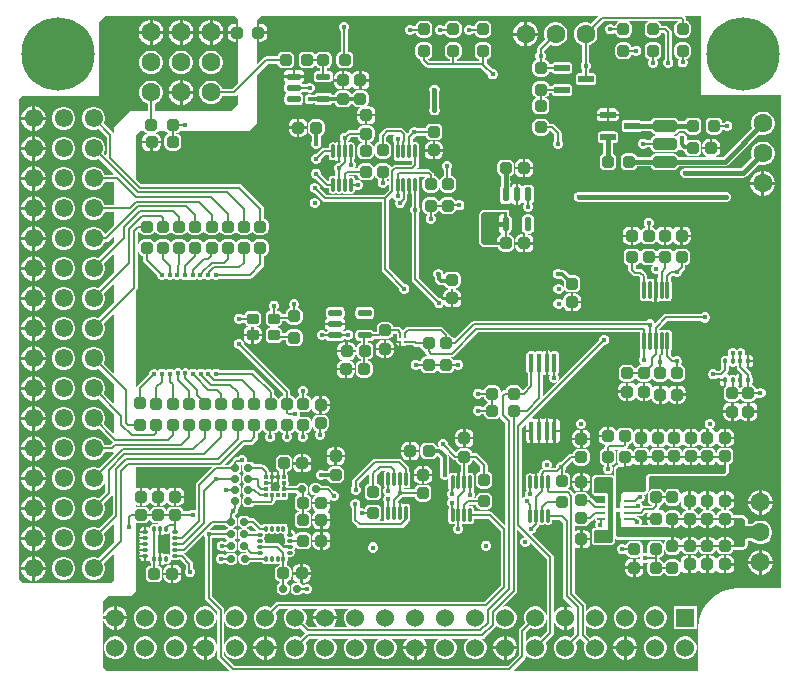
<source format=gbl>
%FSTAX44Y44*%
%MOMM*%
%SFA1B1*%

%IPPOS*%
%AMD45*
4,1,8,-0.500380,0.248920,-0.500380,-0.248920,-0.248920,-0.500380,0.248920,-0.500380,0.500380,-0.248920,0.500380,0.248920,0.248920,0.500380,-0.248920,0.500380,-0.500380,0.248920,0.0*
1,1,0.500000,-0.248920,0.248920*
1,1,0.500000,-0.248920,-0.248920*
1,1,0.500000,0.248920,-0.248920*
1,1,0.500000,0.248920,0.248920*
%
%AMD46*
4,1,8,0.248920,0.500380,-0.248920,0.500380,-0.500380,0.248920,-0.500380,-0.248920,-0.248920,-0.500380,0.248920,-0.500380,0.500380,-0.248920,0.500380,0.248920,0.248920,0.500380,0.0*
1,1,0.500000,0.248920,0.248920*
1,1,0.500000,-0.248920,0.248920*
1,1,0.500000,-0.248920,-0.248920*
1,1,0.500000,0.248920,-0.248920*
%
%AMD48*
4,1,8,-0.157480,-0.175260,0.157480,-0.175260,0.243840,-0.086360,0.243840,0.086360,0.157480,0.175260,-0.157480,0.175260,-0.243840,0.086360,-0.243840,-0.086360,-0.157480,-0.175260,0.0*
1,1,0.175000,-0.157480,-0.086360*
1,1,0.175000,0.157480,-0.086360*
1,1,0.175000,0.157480,0.086360*
1,1,0.175000,-0.157480,0.086360*
%
%AMD49*
4,1,8,-0.175260,0.157480,-0.175260,-0.157480,-0.086360,-0.243840,0.086360,-0.243840,0.175260,-0.157480,0.175260,0.157480,0.086360,0.243840,-0.086360,0.243840,-0.175260,0.157480,0.0*
1,1,0.175000,-0.086360,0.157480*
1,1,0.175000,-0.086360,-0.157480*
1,1,0.175000,0.086360,-0.157480*
1,1,0.175000,0.086360,0.157480*
%
%AMD50*
4,1,8,-0.500380,0.231140,-0.500380,-0.231140,-0.269240,-0.459740,0.269240,-0.459740,0.500380,-0.231140,0.500380,0.231140,0.269240,0.459740,-0.269240,0.459740,-0.500380,0.231140,0.0*
1,1,0.460000,-0.269240,0.231140*
1,1,0.460000,-0.269240,-0.231140*
1,1,0.460000,0.269240,-0.231140*
1,1,0.460000,0.269240,0.231140*
%
%AMD51*
4,1,8,0.586740,0.294640,-0.586740,0.294640,-0.660400,0.220980,-0.660400,-0.220980,-0.586740,-0.294640,0.586740,-0.294640,0.660400,-0.220980,0.660400,0.220980,0.586740,0.294640,0.0*
1,1,0.147600,0.586740,0.220980*
1,1,0.147600,-0.586740,0.220980*
1,1,0.147600,-0.586740,-0.220980*
1,1,0.147600,0.586740,-0.220980*
%
%AMD52*
4,1,8,-0.175260,-0.299720,0.175260,-0.299720,0.325120,-0.149860,0.325120,0.149860,0.175260,0.299720,-0.175260,0.299720,-0.325120,0.149860,-0.325120,-0.149860,-0.175260,-0.299720,0.0*
1,1,0.300000,-0.175260,-0.149860*
1,1,0.300000,0.175260,-0.149860*
1,1,0.300000,0.175260,0.149860*
1,1,0.300000,-0.175260,0.149860*
%
%AMD53*
4,1,8,-1.000760,0.248920,-1.000760,-0.248920,-0.749300,-0.500380,0.749300,-0.500380,1.000760,-0.248920,1.000760,0.248920,0.749300,0.500380,-0.749300,0.500380,-1.000760,0.248920,0.0*
1,1,0.500000,-0.749300,0.248920*
1,1,0.500000,-0.749300,-0.248920*
1,1,0.500000,0.749300,-0.248920*
1,1,0.500000,0.749300,0.248920*
%
%AMD54*
4,1,8,0.248920,0.099060,-0.248920,0.099060,-0.299720,0.050800,-0.299720,-0.050800,-0.248920,-0.099060,0.248920,-0.099060,0.299720,-0.050800,0.299720,0.050800,0.248920,0.099060,0.0*
1,1,0.100000,0.248920,0.050800*
1,1,0.100000,-0.248920,0.050800*
1,1,0.100000,-0.248920,-0.050800*
1,1,0.100000,0.248920,-0.050800*
%
%AMD55*
4,1,8,0.200660,-0.424180,0.200660,0.424180,0.099060,0.525780,-0.099060,0.525780,-0.200660,0.424180,-0.200660,-0.424180,-0.099060,-0.525780,0.099060,-0.525780,0.200660,-0.424180,0.0*
1,1,0.200000,0.099060,-0.424180*
1,1,0.200000,0.099060,0.424180*
1,1,0.200000,-0.099060,0.424180*
1,1,0.200000,-0.099060,-0.424180*
%
%AMD56*
4,1,8,0.076200,0.226060,-0.076200,0.226060,-0.149860,0.149860,-0.149860,-0.149860,-0.076200,-0.226060,0.076200,-0.226060,0.149860,-0.149860,0.149860,0.149860,0.076200,0.226060,0.0*
1,1,0.150000,0.076200,0.149860*
1,1,0.150000,-0.076200,0.149860*
1,1,0.150000,-0.076200,-0.149860*
1,1,0.150000,0.076200,-0.149860*
%
%AMD57*
4,1,8,0.149860,0.149860,-0.149860,0.149860,-0.226060,0.076200,-0.226060,-0.076200,-0.149860,-0.149860,0.149860,-0.149860,0.226060,-0.076200,0.226060,0.076200,0.149860,0.149860,0.0*
1,1,0.150000,0.149860,0.076200*
1,1,0.150000,-0.149860,0.076200*
1,1,0.150000,-0.149860,-0.076200*
1,1,0.150000,0.149860,-0.076200*
%
%AMD58*
4,1,8,-0.175260,0.099060,-0.175260,-0.099060,-0.086360,-0.187960,0.086360,-0.187960,0.175260,-0.099060,0.175260,0.099060,0.086360,0.187960,-0.086360,0.187960,-0.175260,0.099060,0.0*
1,1,0.175000,-0.086360,0.099060*
1,1,0.175000,-0.086360,-0.099060*
1,1,0.175000,0.086360,-0.099060*
1,1,0.175000,0.086360,0.099060*
%
%AMD59*
4,1,8,-0.099060,-0.175260,0.099060,-0.175260,0.187960,-0.086360,0.187960,0.086360,0.099060,0.175260,-0.099060,0.175260,-0.187960,0.086360,-0.187960,-0.086360,-0.099060,-0.175260,0.0*
1,1,0.175000,-0.099060,-0.086360*
1,1,0.175000,0.099060,-0.086360*
1,1,0.175000,0.099060,0.086360*
1,1,0.175000,-0.099060,0.086360*
%
%AMD60*
4,1,8,0.457200,0.294640,-0.457200,0.294640,-0.604520,0.147320,-0.604520,-0.147320,-0.457200,-0.294640,0.457200,-0.294640,0.604520,-0.147320,0.604520,0.147320,0.457200,0.294640,0.0*
1,1,0.295000,0.457200,0.147320*
1,1,0.295000,-0.457200,0.147320*
1,1,0.295000,-0.457200,-0.147320*
1,1,0.295000,0.457200,-0.147320*
%
%AMD61*
4,1,8,-0.134620,0.525780,-0.134620,-0.525780,-0.101600,-0.558800,0.101600,-0.558800,0.134620,-0.525780,0.134620,0.525780,0.101600,0.558800,-0.101600,0.558800,-0.134620,0.525780,0.0*
1,1,0.067600,-0.101600,0.525780*
1,1,0.067600,-0.101600,-0.525780*
1,1,0.067600,0.101600,-0.525780*
1,1,0.067600,0.101600,0.525780*
%
%AMD62*
4,1,8,-0.101600,-0.779780,0.101600,-0.779780,0.205740,-0.678180,0.205740,0.678180,0.101600,0.779780,-0.101600,0.779780,-0.205740,0.678180,-0.205740,-0.678180,-0.101600,-0.779780,0.0*
1,1,0.205000,-0.101600,-0.678180*
1,1,0.205000,0.101600,-0.678180*
1,1,0.205000,0.101600,0.678180*
1,1,0.205000,-0.101600,0.678180*
%
%AMD63*
4,1,8,-0.175260,0.162560,-0.175260,-0.162560,-0.086360,-0.248920,0.086360,-0.248920,0.175260,-0.162560,0.175260,0.162560,0.086360,0.248920,-0.086360,0.248920,-0.175260,0.162560,0.0*
1,1,0.175000,-0.086360,0.162560*
1,1,0.175000,-0.086360,-0.162560*
1,1,0.175000,0.086360,-0.162560*
1,1,0.175000,0.086360,0.162560*
%
%AMD64*
4,1,8,0.139700,-0.701040,0.139700,0.701040,0.104140,0.734060,-0.104140,0.734060,-0.139700,0.701040,-0.139700,-0.701040,-0.104140,-0.734060,0.104140,-0.734060,0.139700,-0.701040,0.0*
1,1,0.070000,0.104140,-0.701040*
1,1,0.070000,0.104140,0.701040*
1,1,0.070000,-0.104140,0.701040*
1,1,0.070000,-0.104140,-0.701040*
%
%AMD65*
4,1,8,0.294640,-0.457200,0.294640,0.457200,0.147320,0.604520,-0.147320,0.604520,-0.294640,0.457200,-0.294640,-0.457200,-0.147320,-0.604520,0.147320,-0.604520,0.294640,-0.457200,0.0*
1,1,0.295000,0.147320,-0.457200*
1,1,0.295000,0.147320,0.457200*
1,1,0.295000,-0.147320,0.457200*
1,1,0.295000,-0.147320,-0.457200*
%
%ADD10C,0.200000*%
%ADD11C,0.299999*%
%ADD36C,0.399999*%
%ADD37C,1.599997*%
%ADD38C,1.549997*%
%ADD39C,6.199988*%
%ADD40R,1.523997X1.523997*%
%ADD41C,1.523997*%
%ADD42C,0.449999*%
%ADD43C,0.999998*%
G04~CAMADD=45~8~0.0~0.0~393.7~393.7~98.4~0.0~15~0.0~0.0~0.0~0.0~0~0.0~0.0~0.0~0.0~0~0.0~0.0~0.0~90.0~394.0~394.0*
%ADD45D45*%
G04~CAMADD=46~8~0.0~0.0~393.7~393.7~98.4~0.0~15~0.0~0.0~0.0~0.0~0~0.0~0.0~0.0~0.0~0~0.0~0.0~0.0~0.0~393.7~393.7*
%ADD46D46*%
%ADD47C,0.220000*%
G04~CAMADD=48~8~0.0~0.0~192.9~137.8~34.4~0.0~15~0.0~0.0~0.0~0.0~0~0.0~0.0~0.0~0.0~0~0.0~0.0~0.0~180.0~193.0~137.0*
%ADD48D48*%
G04~CAMADD=49~8~0.0~0.0~192.9~137.8~34.4~0.0~15~0.0~0.0~0.0~0.0~0~0.0~0.0~0.0~0.0~0~0.0~0.0~0.0~90.0~138.0~192.0*
%ADD49D49*%
G04~CAMADD=50~8~0.0~0.0~362.2~393.7~90.6~0.0~15~0.0~0.0~0.0~0.0~0~0.0~0.0~0.0~0.0~0~0.0~0.0~0.0~90.0~394.0~362.0*
%ADD50D50*%
G04~CAMADD=51~8~0.0~0.0~519.7~232.3~29.1~0.0~15~0.0~0.0~0.0~0.0~0~0.0~0.0~0.0~0.0~0~0.0~0.0~0.0~0.0~519.7~232.3*
%ADD51D51*%
G04~CAMADD=52~8~0.0~0.0~255.9~236.2~59.1~0.0~15~0.0~0.0~0.0~0.0~0~0.0~0.0~0.0~0.0~0~0.0~0.0~0.0~180.0~256.0~236.0*
%ADD52D52*%
G04~CAMADD=53~8~0.0~0.0~393.7~787.4~98.4~0.0~15~0.0~0.0~0.0~0.0~0~0.0~0.0~0.0~0.0~0~0.0~0.0~0.0~90.0~788.0~394.0*
%ADD53D53*%
G04~CAMADD=54~8~0.0~0.0~236.2~78.7~19.7~0.0~15~0.0~0.0~0.0~0.0~0~0.0~0.0~0.0~0.0~0~0.0~0.0~0.0~0.0~236.2~78.7*
%ADD54D54*%
G04~CAMADD=55~8~0.0~0.0~413.4~157.5~39.4~0.0~15~0.0~0.0~0.0~0.0~0~0.0~0.0~0.0~0.0~0~0.0~0.0~0.0~270.0~158.0~414.0*
%ADD55D55*%
G04~CAMADD=56~8~0.0~0.0~118.1~177.2~29.5~0.0~15~0.0~0.0~0.0~0.0~0~0.0~0.0~0.0~0.0~0~0.0~0.0~0.0~0.0~118.1~177.2*
%ADD56D56*%
G04~CAMADD=57~8~0.0~0.0~177.2~118.1~29.5~0.0~15~0.0~0.0~0.0~0.0~0~0.0~0.0~0.0~0.0~0~0.0~0.0~0.0~0.0~177.2~118.1*
%ADD57D57*%
G04~CAMADD=58~8~0.0~0.0~147.6~137.8~34.4~0.0~15~0.0~0.0~0.0~0.0~0~0.0~0.0~0.0~0.0~0~0.0~0.0~0.0~90.0~138.0~148.0*
%ADD58D58*%
G04~CAMADD=59~8~0.0~0.0~147.6~137.8~34.4~0.0~15~0.0~0.0~0.0~0.0~0~0.0~0.0~0.0~0.0~0~0.0~0.0~0.0~180.0~148.0~138.0*
%ADD59D59*%
G04~CAMADD=60~8~0.0~0.0~476.4~232.3~58.1~0.0~15~0.0~0.0~0.0~0.0~0~0.0~0.0~0.0~0.0~0~0.0~0.0~0.0~0.0~476.4~232.3*
%ADD60D60*%
G04~CAMADD=61~8~0.0~0.0~440.9~106.3~13.3~0.0~15~0.0~0.0~0.0~0.0~0~0.0~0.0~0.0~0.0~0~0.0~0.0~0.0~90.0~106.0~440.0*
%ADD61D61*%
G04~CAMADD=62~8~0.0~0.0~161.4~614.2~40.4~0.0~15~0.0~0.0~0.0~0.0~0~0.0~0.0~0.0~0.0~0~0.0~0.0~0.0~180.0~162.0~614.0*
%ADD62D62*%
G04~CAMADD=63~8~0.0~0.0~196.9~137.8~34.4~0.0~15~0.0~0.0~0.0~0.0~0~0.0~0.0~0.0~0.0~0~0.0~0.0~0.0~90.0~138.0~196.0*
%ADD63D63*%
G04~CAMADD=64~8~0.0~0.0~578.7~110.2~13.8~0.0~15~0.0~0.0~0.0~0.0~0~0.0~0.0~0.0~0.0~0~0.0~0.0~0.0~270.0~110.0~578.0*
%ADD64D64*%
G04~CAMADD=65~8~0.0~0.0~476.4~232.3~58.1~0.0~15~0.0~0.0~0.0~0.0~0~0.0~0.0~0.0~0.0~0~0.0~0.0~0.0~270.0~232.0~476.0*
%ADD65D65*%
%ADD66C,0.180000*%
%LNdr_0n-1*%
%LPD*%
G36*
X00579999Y00489999D02*
X00646999D01*
Y00072999*
X00611999*
X00609705*
X00605157Y000724*
X00600725Y00071213*
X00596486Y00069457*
X00592513Y00067163*
X00588873Y0006437*
X00585628Y00061125*
X00582835Y00057486*
X00580541Y00053512*
X00578786Y00049273*
X00577598Y00044842*
X00576999Y00040293*
Y00037999*
Y00002999*
X00646999*
X00420575*
X00430645Y00013069*
X00431042Y00013664*
X00431308Y00014061*
X00431541Y00015232*
Y00016497*
X00431601Y00016392*
X00433392Y00014601*
X00435586Y00013335*
X00438032Y00012679*
X00440565*
X00443012Y00013335*
X00445206Y00014601*
X00446997Y00016392*
X00448263Y00018586*
X00448919Y00021032*
Y00023566*
X00448263Y00026012*
X00447925Y00026599*
X00454162Y00032836*
X00454825Y00033829*
X00455058Y00034999*
Y00044425*
X00455231Y00043777*
X00456569Y00041461*
X00458461Y00039569*
X00460777Y00038231*
X00463361Y00037539*
X00463429*
Y00047699*
Y00057859*
X00463361*
X00460777Y00057167*
X00458461Y00055829*
X00456569Y00053937*
X00455231Y00051621*
X00455058Y00050973*
Y00098999*
X00454825Y00100169*
X00454559Y00100567*
X00454162Y00101162*
X00436575Y00118749*
X00436844*
X00438406Y00119396*
X00439602Y00120592*
X00440249Y00122154*
Y00122923*
X00442162Y00124836*
X00442825Y00125828*
X00443013Y00126776*
X00443074Y00126735*
X00443987Y00126553*
X00446011*
X00446924Y00126735*
X00447499Y00127119*
X00448074Y00126735*
X00448987Y00126553*
X00451011*
X00451924Y00126735*
X00452697Y00127251*
X00453213Y00128024*
X00453395Y00128937*
Y00130803*
X00460369*
X00462904Y00128268*
Y00065862*
X00463137Y00064691*
X004638Y00063699*
X0047226Y00055239*
Y00054506*
X00470937Y00055829*
X00468621Y00057167*
X00466037Y00057859*
X00465969*
Y00047699*
Y00037539*
X00466037*
X00468621Y00038231*
X00470937Y00039569*
X00472236Y00040867*
Y00034161*
X00468999Y00030925*
X00468412Y00031263*
X00465965Y00031919*
X00463432*
X00460986Y00031263*
X00458792Y00029997*
X00457001Y00028206*
X00455735Y00026012*
X00455079Y00023566*
Y00021032*
X00455735Y00018586*
X00457001Y00016392*
X00458792Y00014601*
X00460986Y00013335*
X00463432Y00012679*
X00465965*
X00468412Y00013335*
X00470606Y00014601*
X00472397Y00016392*
X00473663Y00018586*
X00474319Y00021032*
Y00023566*
X00473663Y00026012*
X00473325Y00026599*
X00477399Y00030673*
X00481473Y00026599*
X00481135Y00026012*
X00480479Y00023566*
Y00021032*
X00481135Y00018586*
X00482401Y00016392*
X00484192Y00014601*
X00486386Y00013335*
X00488833Y00012679*
X00491366*
X00493812Y00013335*
X00496006Y00014601*
X00497797Y00016392*
X00499063Y00018586*
X00499719Y00021032*
Y00023566*
X00499063Y00026012*
X00497797Y00028206*
X00496006Y00029997*
X00493812Y00031263*
X00491366Y00031919*
X00488833*
X00486386Y00031263*
X00485799Y00030925*
X00482476Y00034248*
Y00041718*
X00484192Y00040001*
X00486386Y00038735*
X00488833Y00038079*
X00491366*
X00493812Y00038735*
X00496006Y00040001*
X00497797Y00041792*
X00499063Y00043986*
X00499719Y00046433*
Y00048965*
X00499063Y00051412*
X00497797Y00053606*
X00496006Y00055397*
X00493812Y00056663*
X00491366Y00057319*
X00488833*
X00486386Y00056663*
X00484192Y00055397*
X00482476Y0005368*
Y00058065*
X00482243Y00059235*
X0048158Y00060227*
Y00060228*
X00473021Y00068786*
Y00107563*
X00473849Y0010701*
X00475816Y00106619*
X00477316*
Y00114258*
Y00121896*
X00475816*
X00473849Y00121505*
X00473021Y00120952*
Y00126213*
X0047406Y00125519*
X00475816Y00125169*
X00480816*
X00482571Y00125519*
X0048406Y00126513*
X00485055Y00128002*
X00485293Y00129199*
X00485758*
X00486928Y00129432*
X0048792Y00130095*
X004897Y00131874*
Y00131249*
X00489894Y00130273*
X00490447Y00129447*
X0049104Y0012905*
X00490896Y00128906*
X00490249Y00127344*
Y00125654*
X00490896Y00124092*
X0049093Y00124058*
X00490018*
X00489238Y00123903*
X00488577Y0012346*
X00488576*
X00487557Y00122441*
X00487115Y00121779*
X0048696Y00120999*
Y00112249*
X00487115Y00111469*
X00487292Y00111204*
X00487557Y00110807*
X00488557Y00109807*
X00489219Y00109365*
X00489999Y0010921*
X00503749*
X00504374Y00109334*
X00504529Y00109365*
X00505191Y00109807*
X00506191Y00110807*
X00506456Y00111204*
X00506633Y00111469*
X00506788Y00112249*
Y00115576*
X00508057Y00114307*
X00508719Y00113865*
X00509499Y0011371*
X00549565*
X0054876Y00112505*
X00548411Y00110749*
Y00105749*
X0054876Y00103993*
X00549755Y00102505*
X00551243Y0010151*
X00552999Y00101161*
X00557999*
X00559755Y0010151*
X00561243Y00102505*
X00562238Y00103993*
X00562518Y001054*
X00563022*
X0056326Y00104203*
X00564255Y00102715*
X00565743Y0010172*
X00567499Y00101371*
X00572499*
X00574255Y0010172*
X00575743Y00102715*
X00576738Y00104203*
X00576976Y001054*
X00578022*
X0057826Y00104203*
X00579254Y00102715*
X00580743Y0010172*
X00582499Y00101371*
X00587499*
X00589255Y0010172*
X00590743Y00102715*
X00591738Y00104203*
X00591976Y001054*
X00593022*
X0059326Y00104203*
X00594254Y00102715*
X00595743Y0010172*
X00597499Y00101371*
X00602499*
X00604255Y0010172*
X00605743Y00102715*
X00606738Y00104203*
X0060698Y0010542*
X0060757*
X00607638Y00105406*
X00615446*
X00616226Y00105562*
X00616888Y00106004*
X00618642Y00107758*
X00618907Y00108155*
X00619084Y0010842*
X0061924Y001092*
Y00112939*
X00622917*
X00623859Y00111997*
X00626139Y0011068*
X00628682Y00109999*
X00631315*
X00633859Y0011068*
X00636139Y00111997*
X00638001Y00113859*
X00639318Y00116139*
X00639999Y00118683*
Y00121315*
X00639318Y00123859*
X00638001Y00126139*
X00636139Y00128001*
X00633859Y00129318*
X00631315Y00129999*
X00628682*
X00626139Y00129318*
X00623859Y00128001*
X00622917Y00127059*
X0061924*
Y00130827*
Y00130828*
X00619115Y00131453*
X00619084Y00131608*
X00618642Y00132269*
Y0013227*
X00616905Y00134007*
X00616509Y00134272*
X00616244Y00134449*
X00615463Y00134604*
X00607638*
X00607508Y00134578*
X0060698*
X00606738Y00135795*
X00605744Y00137283*
X00604255Y00138278*
X00602499Y00138627*
X00597499*
X00595743Y00138278*
X00594255Y00137283*
X0059326Y00135795*
X00593022Y00134598*
X00591976*
X00591738Y00135795*
X00590744Y00137283*
X00589255Y00138278*
X00587499Y00138627*
X00582499*
X00580743Y00138278*
X00579255Y00137283*
X0057826Y00135795*
X00578022Y00134598*
X00576976*
X00576738Y00135795*
X00575743Y00137283*
X00574255Y00138278*
X00572499Y00138627*
X00567499*
X00565743Y00138278*
X00564255Y00137283*
X0056326Y00135795*
X00563022Y00134598*
X00562518*
X00562238Y00136005*
X00561243Y00137493*
X00559755Y00138488*
X00557999Y00138837*
X00552999*
X00551243Y00138488*
X00549755Y00137493*
X00548977Y00136329*
X00547938Y00137883*
X00546271Y00138997*
X00544305Y00139388*
X00543098*
X00543968Y00140258*
X00544365Y00140853*
X00544631Y0014125*
X00544864Y00142421*
Y00142773*
X00546061Y00143011*
X00547549Y00144005*
X00548544Y00145494*
X00548652Y00146038*
X0054876Y00145493*
X00549755Y00144005*
X00551243Y0014301*
X00552999Y00142661*
X00557999*
X00559755Y0014301*
X00561243Y00144005*
X00562238Y00145493*
X0056236Y00146108*
Y00144539*
X00562751Y00142572*
X00563865Y00140905*
X00565532Y00139791*
X00567499Y001394*
X00568999*
Y00147039*
Y00154678*
X00567499*
X00565532Y00154286*
X00563865Y00153173*
X00562751Y00151505*
X00562587Y0015068*
Y00152249*
X00562238Y00154005*
X00561243Y00155493*
X00559755Y00156488*
X00557999Y00156837*
X00552999*
X00551243Y00156488*
X00549755Y00155493*
X0054876Y00154005*
X00548652Y00153461*
X00548544Y00154006*
X00547549Y00155494*
X00546061Y00156489*
X00544305Y00156838*
X00539305*
X00537549Y00156489*
X0053606Y00155494*
X00535066Y00154006*
X00534717Y0015225*
Y0014725*
X00535066Y00145494*
X0053606Y00144005*
X00537549Y00143011*
X00537983Y00142924*
X00537866Y00142808*
X00531576*
X0053054Y00142602*
Y00142844*
X00529893Y00144406*
X00528697Y00145602*
X00528332Y00145753*
X0052883*
X00530392Y001464*
X00531587Y00147596*
X00532234Y00149158*
Y00150849*
X00531753Y0015201*
X00532279Y00152115*
X00532941Y00152557*
X00534691Y00154307*
X00534956Y00154704*
X00535133Y00154969*
X00535288Y00155749*
Y00166904*
X00536094Y0016771*
X00599499*
X00600279Y00167865*
X00600941Y00168307*
X00602517Y00169883*
X00602782Y0017028*
X00602959Y00170545*
X00603114Y00171325*
Y00176941*
X00603086Y00177084*
Y00177599*
X00604303Y00177841*
X00605791Y00178836*
X00606786Y00180324*
X00607135Y0018208*
Y0018708*
X00606786Y00188836*
X00605791Y00190324*
X00604303Y00191319*
X00602547Y00191668*
X00597547*
X00595791Y00191319*
X00594303Y00190324*
X00593308Y00188836*
X00592987Y00187223*
X00592107*
X00591786Y00188836*
X00590791Y00190324*
X00589303Y00191319*
X00587547Y00191668*
X00582547*
X00580791Y00191319*
X00579303Y00190324*
X00578308Y00188836*
X00578047Y00187523*
X00577786Y00188836*
X00576791Y00190324*
X00575303Y00191319*
X00573547Y00191668*
X00568547*
X00566791Y00191319*
X00565303Y00190324*
X00564308Y00188836*
X00564047Y00187523*
X00563786Y00188836*
X00562791Y00190324*
X00561303Y00191319*
X00559547Y00191668*
X00554547*
X00552791Y00191319*
X00551302Y00190324*
X00550308Y00188836*
X00550135Y00187967*
X00549978Y00188755*
X00548984Y00190243*
X00547495Y00191238*
X0054574Y00191587*
X0054074*
X00538984Y00191238*
X00537495Y00190243*
X00536501Y00188755*
X00536244Y00187466*
X00535988Y00188755*
X00534993Y00190243*
X00533505Y00191238*
X00531749Y00191587*
X00526749*
X00524993Y00191238*
X00523505Y00190243*
X0052251Y00188755*
X00522205Y00187223*
X00522143*
X00521988Y00188005*
X00520993Y00189493*
X00519505Y00190488*
X00517749Y00190837*
X00516163*
X00517412Y00192086*
X00518075Y00193078*
X00518308Y00194249*
Y00194772*
X00519505Y0019501*
X00520993Y00196005*
X00521698Y00197059*
X00522001Y00195533*
X00523115Y00193865*
X00524783Y00192751*
X00526749Y0019236*
X00528249*
Y00199999*
Y00207638*
X00526749*
X00524783Y00207247*
X00523115Y00206133*
X00522227Y00204803*
X00521988Y00206005*
X00520993Y00207493*
X00519505Y00208488*
X00517749Y00208837*
X00512749*
X00510993Y00208488*
X00509505Y00207493*
X0050851Y00206005*
X00508324Y00205071*
X00508097Y00206216*
X00506984Y00207883*
X00505316Y00208997*
X00503349Y00209388*
X00501849*
Y00201749*
X00500849*
Y00200749*
X0049321*
Y00199249*
X00493602Y00197283*
X00494715Y00195615*
X00496383Y00194502*
X00498349Y0019411*
X00498806*
X00498686Y0019399*
X00498023Y00192998*
X0049779Y00191827*
Y00190726*
X00496593Y00190488*
X00495105Y00189493*
X0049411Y00188005*
X00493761Y00186249*
Y00181249*
X0049411Y00179493*
X00495105Y00178005*
X00496593Y0017701*
X00497865Y00176757*
Y00176376*
X00497396Y00175906*
X00496749Y00174344*
Y00172654*
X00497396Y00171092*
X00498592Y00169896*
X00500154Y00169249*
X00501844*
X00503406Y00169896*
X00504602Y00171092*
X00505249Y00172654*
Y00174344*
X00504602Y00175906*
X00503983Y00176526*
Y00176787*
X00505105Y0017701*
X00506594Y00178005*
X00507588Y00179493*
X00507937Y00181249*
Y00186249*
X00507588Y00188005*
X00506594Y00189493*
X00505925Y0018994*
X00510173*
X00509505Y00189493*
X0050851Y00188005*
X00508161Y00186249*
Y00181249*
X0050851Y00179493*
X00509505Y00178005*
X00509829Y00177788*
X00509749*
X00509594Y00177757*
X00508969Y00177633*
X00508307Y00177191*
X00506307Y00175191*
X00505865Y00174529*
X0050571Y00173749*
Y00167672*
X00504941Y00168441*
X00504279Y00168883*
X00503499Y00169038*
X00490499*
X00489719Y00168883*
X00489057Y00168441*
X00487557Y00166941*
X00487292Y00166544*
X00487115Y00166279*
X0048696Y00165499*
Y00154249*
X00487115Y00153469*
X00487557Y00152807*
X00488807Y00151557*
X00489204Y00151292*
X00489469Y00151115*
X00490249Y0015096*
X0049871*
Y00150347*
X0049869Y00150249*
Y00146097*
X00498671Y00145999*
Y00144306*
X00498224Y00144604*
X00497249Y00144798*
X00494798*
X00494749Y00144808*
X00491332*
X00487323Y00148817*
X0048633Y0014948*
X00485415Y00149662*
X0048507Y00151396*
X00484076Y00152885*
X00482587Y0015388*
X00480832Y00154229*
X00475832*
X00474076Y0015388*
X00472587Y00152885*
X00472461Y00152696*
X00472126Y00153198*
X00469036Y00156288*
X00468044Y00156951*
X00466873Y00157184*
X00466265*
X00467493Y00158005*
X00468488Y00159493*
X00468837Y00161249*
Y00166249*
X00468488Y00168005*
X00467493Y00169493*
X00466005Y00170488*
X00464683Y00170751*
Y00172922*
X00465102Y00173342*
X00465749Y00174904*
Y00175673*
X0047075Y00180674*
X00471355*
X00471593Y00179477*
X00472587Y00177989*
X00474076Y00176994*
X00475832Y00176645*
X00480832*
X00482587Y00176994*
X00484076Y00177989*
X0048507Y00179477*
X0048542Y00181233*
Y00186233*
X0048507Y00187989*
X00484076Y00189477*
X00482587Y00190472*
X00480832Y00190821*
X00475832*
X00474076Y00190472*
X00472587Y00189477*
X00471593Y00187989*
X00471355Y00186792*
X00469483*
X00468312Y00186559*
X0046732Y00185896*
X00461423Y00179999*
X00460654*
X00459092Y00179352*
X00457896Y00178156*
X00457249Y00176594*
Y00175825*
X00456232Y00174808*
X00452691*
X00453249Y00176154*
Y00177844*
X00452602Y00179406*
X00451406Y00180602*
X00449844Y00181249*
X00448154*
X00446592Y00180602*
X00445396Y00179406*
X00444749Y00177844*
Y00176154*
X00445396Y00174592*
X00445579Y00174408*
X00444836Y00173912*
X00442836Y00171912*
X00442173Y0017092*
X00442048Y00170289*
X00441011Y00170495*
X00440999*
Y00162299*
X00438999*
Y00170495*
X00438987*
X00437864Y00170272*
X00437013Y00169704*
X00436924Y00169763*
X00436011Y00169945*
X00433987*
X00433074Y00169763*
X00432301Y00169247*
X00431785Y00168474*
X00431603Y00167562*
Y00157036*
X00431785Y00156124*
X0043194Y00155892*
Y00155353*
X00431396Y00154809*
X00430749Y00153247*
Y00151556*
X00431094Y00150724*
X00429592Y00150102*
X00428396Y00148906*
X00428058Y0014809*
Y00208732*
X00431339Y00212014*
Y00207146*
X00435999*
Y00206146*
X00436999*
Y00195736*
X00437024*
X00438415Y00196013*
X00439249Y0019657*
X00440083Y00196013*
X00441474Y00195736*
X00441499*
Y00206146*
Y00216556*
X00441474*
X00440083Y00216279*
X00439249Y00215722*
X00438415Y00216279*
X00437024Y00216556*
X00435882*
X00497825Y00278499*
X00498594*
X00500156Y00279146*
X00501352Y00280342*
X00501999Y00281904*
Y00283594*
X00501352Y00285156*
X00500156Y00286352*
X00498594Y00286999*
X00496904*
X00495342Y00286352*
X00494146Y00285156*
X00493499Y00283594*
Y00282825*
X00445558Y00234884*
Y00254298*
X00446583Y00253613*
X00447974Y00253336*
X00447999*
Y00263746*
Y00274156*
X00447974*
X00446583Y00273879*
X00445404Y00273091*
X00445317Y00272961*
X00444704Y00273371*
X00443524Y00273605*
X00441474*
X00440294Y00273371*
X00439293Y00272702*
X00439249Y00272636*
X00439205Y00272702*
X00438204Y00273371*
X00437024Y00273605*
X00434975*
X00433794Y00273371*
X00432793Y00272702*
X00432125Y00271701*
X0043189Y00270521*
Y00256971*
X00432125Y00255791*
X00432793Y0025479*
X0043294Y00254692*
Y00244963*
X00428574Y00240597*
X00427976*
X00427738Y00241794*
X00426743Y00243282*
X00425255Y00244277*
X00423499Y00244626*
X00418499*
X00416743Y00244277*
X00415255Y00243282*
X0041426Y00241794*
X00414022Y00240597*
X00413378*
X00412207Y00240364*
X00411215Y00239701*
X00410087Y00238573*
Y00240038*
X00409738Y00241794*
X00408743Y00243282*
X00407255Y00244277*
X00405499Y00244626*
X00400499*
X00398743Y00244277*
X00397256Y00243282*
X0039626Y00241794*
X00396022Y00240597*
X00393701*
X00393157Y00241141*
X00391594Y00241788*
X00389904*
X00388342Y00241141*
X00387146Y00239945*
X00386499Y00238383*
Y00236693*
X00387146Y00235131*
X00388342Y00233935*
X00389904Y00233288*
X00391594*
X00393157Y00233935*
X00393701Y00234479*
X00396022*
X0039626Y00233282*
X00397256Y00231794*
X00398743Y00230799*
X0039994Y00230561*
Y00230173*
X00398743Y00229935*
X00397256Y0022894*
X0039626Y00227452*
X00396022Y00226255*
X00393701*
X00393157Y00226799*
X00391594Y00227446*
X00389904*
X00388342Y00226799*
X00387146Y00225603*
X00386499Y00224041*
Y00222351*
X00387146Y00220789*
X00388342Y00219593*
X00389904Y00218946*
X00391594*
X00393157Y00219593*
X00393701Y00220137*
X00396022*
X0039626Y0021894*
X00397256Y00217452*
X00398743Y00216457*
X00400499Y00216108*
X00405499*
X00407255Y00216457*
X00408743Y00217452*
X00409041Y00217897*
X00409575Y00217097*
X0041394Y00212732*
Y00126134*
X00403212Y00136862*
X0040222Y00137525*
X00401049Y00137758*
X00387645*
Y00139962*
X00387463Y00140874*
X00386947Y00141647*
X00386174Y00142163*
X00385261Y00142345*
X00383236*
X0038253Y00142204*
X00383516Y0014319*
X00389022*
X0038926Y00141993*
X00390255Y00140505*
X00391743Y0013951*
X00393499Y00139161*
X00398499*
X00400255Y0013951*
X00401743Y00140505*
X00402738Y00141993*
X00403087Y00143749*
Y00148749*
X00402738Y00150505*
X00401743Y00151993*
X00400255Y00152988*
X00398499Y00153337*
X00393499*
X00391743Y00152988*
X00390255Y00151993*
X0038926Y00150505*
X00389022Y00149308*
X00387818*
X00387852Y00149342*
X00388499Y00150904*
Y00152594*
X00387852Y00154156*
X00387308Y00154701*
Y00156392*
X00387463Y00156624*
X00387645Y00157536*
Y00168061*
X00387463Y00168973*
X00386947Y00169747*
X00386174Y00170263*
X00385261Y00170445*
X00383236*
X00382325Y00170263*
X00382308Y00170252*
Y00177272*
X00383505Y0017751*
X00384993Y00178505*
X00385988Y00179993*
X00386226Y0018119*
X00387482*
X0039294Y00175732*
Y00171226*
X00391743Y00170988*
X00390255Y00169993*
X0038926Y00168505*
X00388911Y00166749*
Y00161749*
X0038926Y00159993*
X00390255Y00158505*
X00391743Y0015751*
X00393499Y00157161*
X00398499*
X00400255Y0015751*
X00401743Y00158505*
X00402738Y00159993*
X00403087Y00161749*
Y00166749*
X00402738Y00168505*
X00401743Y00169993*
X00400255Y00170988*
X00399058Y00171226*
Y00176999*
X00398825Y0017817*
X00398162Y00179162*
X00390912Y00186412*
X0038992Y00187075*
X00388749Y00187308*
X00386226*
X00385988Y00188505*
X00384993Y00189993*
X00383505Y00190988*
X00381749Y00191337*
X00376749*
X00374993Y00190988*
X00373505Y00189993*
X0037251Y00188505*
X00372395Y00187928*
X00365249Y00195075*
Y00195844*
X00364602Y00197406*
X00363406Y00198602*
X00361844Y00199249*
X00360154*
X00358592Y00198602*
X00357396Y00197406*
X00356749Y00195844*
Y00194154*
X00357396Y00192592*
X0035742Y00192568*
X00355875*
X00355738Y00193255*
X00354743Y00194743*
X00353255Y00195738*
X00351499Y00196088*
X00346499*
X00344743Y00195738*
X00343255Y00194743*
X0034226Y00193255*
X00341911Y00191499*
Y00186499*
X0034226Y00184743*
X00343255Y00183255*
X00344743Y0018226*
X00346499Y00181911*
X00351499*
X00353255Y0018226*
X00354743Y00183255*
X00355738Y00184743*
X00355875Y0018543*
X00356521*
X0035893Y00183021*
Y00171191*
X00358896Y00171156*
X00358249Y00169594*
Y00167904*
X00358896Y00166342*
X00360092Y00165146*
X00361654Y00164499*
X00363344*
X00364906Y00165146*
X00365853Y00166093*
Y00157536*
X00366035Y00156624*
X00366065Y00156579*
Y00155576*
X00365396Y00154906*
X00364749Y00153344*
Y00151654*
X00365396Y00150092*
X00366592Y00148896*
X00366645Y00148874*
X00366592Y00148852*
X00365396Y00147656*
X00364749Y00146094*
Y00144404*
X00365396Y00142842*
X00366065Y00142172*
Y00140919*
X00366035Y00140874*
X00365853Y00139962*
Y00129437*
X00366035Y00128524*
X00366551Y00127751*
X00367325Y00127235*
X00368236Y00127053*
X00370261*
X00371065Y00127213*
Y00126076*
X00370396Y00125406*
X00369749Y00123844*
Y00122154*
X00370396Y00120592*
X00371592Y00119396*
X00373154Y00118749*
X00374844*
X00376406Y00119396*
X00377602Y00120592*
X00378249Y00122154*
Y00123844*
X00377602Y00125406*
X00377183Y00125826*
Y00127329*
X00377325Y00127235*
X00378236Y00127053*
X00380261*
X00381174Y00127235*
X00381749Y00127619*
X00382325Y00127235*
X00383236Y00127053*
X00385261*
X00386174Y00127235*
X00386947Y00127751*
X00387463Y00128524*
X00387645Y00129437*
Y0013164*
X00399782*
X0040994Y00121482*
Y0007508*
X00396238Y00061378*
X00221319*
X00220148Y00061145*
X00219156Y00060482*
X00214999Y00056325*
X00214412Y00056663*
X00211965Y00057319*
X00209432*
X00206986Y00056663*
X00204792Y00055397*
X00203001Y00053606*
X00201735Y00051412*
X00201079Y00048965*
Y00046433*
X00201735Y00043986*
X00203001Y00041792*
X00204792Y00040001*
X00206986Y00038735*
X00209432Y00038079*
X00211965*
X00214412Y00038735*
X00216606Y00040001*
X00218397Y00041792*
X00219663Y00043986*
X00220319Y00046433*
Y00048965*
X00219663Y00051412*
X00219325Y00051999*
X00222586Y0005526*
X00230055*
X00228401Y00053606*
X00227135Y00051412*
X00226479Y00048965*
Y00046433*
X00227135Y00043986*
X00228401Y00041792*
X00230192Y00040001*
X00232386Y00038735*
X00234833Y00038079*
X00237366*
X00239812Y00038735*
X00240399Y00039073*
X00244473Y00034999*
X00240399Y00030925*
X00239812Y00031263*
X00237366Y00031919*
X00234833*
X00232386Y00031263*
X00230192Y00029997*
X00228401Y00028206*
X00227135Y00026012*
X00226479Y00023566*
Y00021032*
X00227135Y00018586*
X00228401Y00016392*
X00230192Y00014601*
X00232386Y00013335*
X00234833Y00012679*
X00237366*
X00239812Y00013335*
X00242006Y00014601*
X00243797Y00016392*
X00245063Y00018586*
X00245719Y00021032*
Y00023566*
X00245063Y00026012*
X00244725Y00026599*
X00248066Y0002994*
X00255535*
X00253801Y00028206*
X00252535Y00026012*
X00251879Y00023566*
Y00021032*
X00252535Y00018586*
X00253801Y00016392*
X00255592Y00014601*
X00257786Y00013335*
X00260232Y00012679*
X00262765*
X00265212Y00013335*
X00267406Y00014601*
X00269197Y00016392*
X00270463Y00018586*
X00271119Y00021032*
Y00023566*
X00270463Y00026012*
X00269197Y00028206*
X00267462Y0002994*
X00280936*
X00279201Y00028206*
X00277935Y00026012*
X00277279Y00023566*
Y00021032*
X00277935Y00018586*
X00279201Y00016392*
X00280992Y00014601*
X00283186Y00013335*
X00285633Y00012679*
X00288166*
X00290612Y00013335*
X00292806Y00014601*
X00294597Y00016392*
X00295863Y00018586*
X00296519Y00021032*
Y00023566*
X00295863Y00026012*
X00294597Y00028206*
X00292863Y0002994*
X00306335*
X00304601Y00028206*
X00303335Y00026012*
X00302679Y00023566*
Y00021032*
X00303335Y00018586*
X00304601Y00016392*
X00306392Y00014601*
X00308586Y00013335*
X00311032Y00012679*
X00313565*
X00316012Y00013335*
X00318206Y00014601*
X00319997Y00016392*
X00321263Y00018586*
X00321919Y00021032*
Y00023566*
X00321263Y00026012*
X00319997Y00028206*
X00318262Y0002994*
X00330972*
X00329569Y00028537*
X00328231Y00026221*
X00327539Y00023637*
Y00023569*
X00337699*
X00347859*
Y00023637*
X00347167Y00026221*
X00345829Y00028537*
X00344426Y0002994*
X00357135*
X00355401Y00028206*
X00354135Y00026012*
X00353479Y00023566*
Y00021032*
X00354135Y00018586*
X00355401Y00016392*
X00357192Y00014601*
X00359386Y00013335*
X00361832Y00012679*
X00364365*
X00366812Y00013335*
X00369006Y00014601*
X00370797Y00016392*
X00372063Y00018586*
X00372719Y00021032*
Y00023566*
X00372063Y00026012*
X00370797Y00028206*
X00369062Y0002994*
X00382536*
X00380801Y00028206*
X00379535Y00026012*
X00378879Y00023566*
Y00021032*
X00379535Y00018586*
X00380801Y00016392*
X00382592Y00014601*
X00384786Y00013335*
X00387233Y00012679*
X00389766*
X00392212Y00013335*
X00394406Y00014601*
X00396197Y00016392*
X00397463Y00018586*
X00398119Y00021032*
Y00023566*
X00397463Y00026012*
X00396197Y00028206*
X00394463Y0002994*
X00394475*
X00395645Y00030173*
X00396638Y00030836*
X00405442Y0003964*
X00405839Y00040235*
X00406105Y00040633*
X00406313Y0004168*
X00407992Y00040001*
X00410186Y00038735*
X00412633Y00038079*
X00415166*
X00417612Y00038735*
X00419806Y00040001*
X00421597Y00041792*
X00422863Y00043986*
X00423519Y00046433*
Y00048965*
X00422863Y00051412*
X00421597Y00053606*
X00419806Y00055397*
X00417612Y00056663*
X00415166Y00057319*
X00412633*
X00411966Y0005714*
X00423162Y00068336*
X00423559Y00068931*
X00423825Y00069329*
X00424058Y00070499*
Y00122614*
X00430423Y00116249*
X00430154*
X00428592Y00115602*
X00427396Y00114406*
X00426749Y00112844*
Y00111154*
X00427396Y00109592*
X00428592Y00108396*
X00430154Y00107749*
X00431844*
X00433406Y00108396*
X00434602Y00109592*
X00435249Y00111154*
Y00111423*
X0044894Y00097732*
Y00036266*
X00443599Y00030925*
X00443012Y00031263*
X00440565Y00031919*
X00438032*
X00435586Y00031263*
X00433392Y00029997*
X00431601Y00028206*
X00431541Y00028101*
Y00035615*
X00434999Y00039073*
X00435586Y00038735*
X00438032Y00038079*
X00440565*
X00443012Y00038735*
X00445206Y00040001*
X00446997Y00041792*
X00448263Y00043986*
X00448919Y00046433*
Y00048965*
X00448263Y00051412*
X00446997Y00053606*
X00445206Y00055397*
X00443012Y00056663*
X00440565Y00057319*
X00438032*
X00435586Y00056663*
X00433392Y00055397*
X00431601Y00053606*
X00430335Y00051412*
X00429679Y00048965*
Y00046433*
X00430335Y00043986*
X00430673Y00043399*
X00426319Y00039045*
X00425656Y00038052*
X00425423Y00036882*
Y00016499*
X00416232Y00007308*
X00184516*
X00175943Y0001588*
Y00020045*
X00176335Y00018586*
X00177601Y00016392*
X00179392Y00014601*
X00181586Y00013335*
X00184033Y00012679*
X00186566*
X00189012Y00013335*
X00191206Y00014601*
X00192997Y00016392*
X00194263Y00018586*
X00194919Y00021032*
Y00023566*
X00194263Y00026012*
X00192997Y00028206*
X00191206Y00029997*
X00189012Y00031263*
X00186566Y00031919*
X00184033*
X00181586Y00031263*
X00179392Y00029997*
X00177601Y00028206*
X00176335Y00026012*
X00175943Y00024553*
Y00045445*
X00176335Y00043986*
X00177601Y00041792*
X00179392Y00040001*
X00181586Y00038735*
X00184033Y00038079*
X00186566*
X00189012Y00038735*
X00191206Y00040001*
X00192997Y00041792*
X00194263Y00043986*
X00194919Y00046433*
Y00048965*
X00194263Y00051412*
X00192997Y00053606*
X00191206Y00055397*
X00189012Y00056663*
X00186566Y00057319*
X00184033*
X00181586Y00056663*
X00179392Y00055397*
X00177601Y00053606*
X00176335Y00051412*
X00175943Y00049953*
Y00054613*
X00175711Y00055784*
X00175048Y00056776*
X00165808Y00066016*
Y00115565*
X00176498*
X00177226Y00114476*
X00178383Y00113702*
X00179404Y00113499*
X00178383Y00113296*
X00177226Y00112522*
X00176629Y00111629*
X00176156Y00112102*
X00174594Y00112749*
X00172904*
X00171342Y00112102*
X00170146Y00110906*
X00169499Y00109344*
Y00107654*
X00170146Y00106092*
X00171342Y00104896*
X00172904Y00104249*
X00174594*
X00176156Y00104896*
X00176629Y00105369*
X00177226Y00104476*
X00178383Y00103702*
X00179749Y00103431*
X00183249*
X00184615Y00103702*
X00185772Y00104476*
X00186546Y00105633*
X00186818Y00106999*
Y00109999*
X00186546Y00111365*
X00185772Y00112522*
X00184615Y00113296*
X00183594Y00113499*
X00184615Y00113702*
X00185772Y00114476*
X00186546Y00115633*
X00186818Y00116999*
Y00119999*
X00186546Y00121365*
X00185772Y00122522*
X00184615Y00123296*
X00183249Y00123568*
X00179749*
X00178383Y00123296*
X00177226Y00122522*
X00176665Y00121683*
X00165826*
X00165156Y00122352*
X00163802Y00122913*
X0016708Y0012619*
X00176581*
X00177226Y00125226*
X00178383Y00124452*
X00179749Y0012418*
X00183249*
X00184615Y00124452*
X00185772Y00125226*
X00186546Y00126383*
X00186818Y00127749*
Y00130749*
X00186546Y00132115*
X00185772Y00133272*
X00184615Y00134046*
X00184579Y00134053*
X00185406Y00134396*
X00186602Y00135592*
X00187249Y00137154*
Y00138519*
X00187825Y00139381*
X00188058Y00140551*
Y00141743*
X00188115Y00141754*
X00189272Y00142528*
X00190046Y00143686*
X00190318Y00145051*
Y00148051*
X00190046Y00149417*
X00189272Y00150575*
X00188224Y00151275*
X00189272Y00151976*
X00190046Y00153133*
X00190318Y00154499*
Y00157499*
X00190046Y00158865*
X00189272Y00160022*
X00188185Y00160749*
X00189272Y00161475*
X00190046Y00162633*
X00190318Y00163999*
Y00166999*
X00190046Y00168364*
X00189272Y00169522*
X00188491Y00170044*
X00189272Y00170567*
X00190046Y00171724*
X00190318Y0017309*
Y0017609*
X00190137Y00176999*
X00191361*
X0019118Y0017609*
Y0017309*
X00191452Y00171724*
X00192226Y00170567*
X00193007Y00170044*
X00192226Y00169522*
X00191452Y00168364*
X0019118Y00166999*
Y00163999*
X00191452Y00162633*
X00192226Y00161475*
X00193313Y00160749*
X00192226Y00160022*
X00191452Y00158865*
X0019118Y00157499*
Y00154499*
X00191452Y00153133*
X00192226Y00151976*
X00193274Y00151275*
X00192226Y00150575*
X00191452Y00149417*
X0019118Y00148051*
Y00145051*
X00191452Y00143686*
X00192226Y00142528*
X00193383Y00141754*
X00194749Y00141483*
X00198249*
X00199615Y00141754*
X00200772Y00142528*
X00201048Y0014294*
X00215202*
X00216373Y00143173*
X00217365Y00143836*
X00218537Y00145008*
X002192Y00146*
X00219433Y00147171*
Y00147655*
X00220499Y00147443*
X0022225*
X00223371Y00147666*
X00223874Y00148002*
X00224377Y00147666*
X00225499Y00147443*
X00227249*
X00228371Y00147666*
X00229322Y00148301*
X00229957Y00149252*
X0023018Y00150374*
Y00152374*
X00229968Y0015344*
X00236831*
X00237476Y00152476*
X00238633Y00151702*
X00239102Y00151609*
X00238493Y00151488*
X00237005Y00150493*
X0023601Y00149005*
X00235661Y00147249*
Y00142249*
X0023601Y00140493*
X00237005Y00139005*
X00238493Y0013801*
X0023969Y00137772*
Y00137476*
X00238493Y00137238*
X00237005Y00136243*
X0023601Y00134755*
X00235661Y00132999*
Y00127999*
X0023601Y00126243*
X00237005Y00124755*
X00238493Y0012376*
X00240249Y00123411*
X00245249*
X00247005Y0012376*
X00248493Y00124755*
X00249488Y00126243*
X00249837Y00127999*
Y00132999*
X00249488Y00134755*
X00248493Y00136243*
X00247005Y00137238*
X00245808Y00137476*
Y00137772*
X00247005Y0013801*
X00248493Y00139005*
X00249488Y00140493*
X00249837Y00142249*
Y00147249*
X00249488Y00149005*
X00248493Y00150493*
X00247005Y00151488*
X00245308Y00151825*
Y00151998*
X00246022Y00152476*
X00246796Y00153633*
X00247068Y00154999*
Y00157999*
X00246796Y00159365*
X00246022Y00160522*
X00244865Y00161296*
X00243499Y00161568*
X00239999*
X00238633Y00161296*
X00237476Y00160522*
X00236831Y00159558*
X00230218*
X0023043Y00160624*
Y00162374*
X00230207Y00163496*
X00229746Y00164186*
X00229957Y00164502*
X0023018Y00165624*
Y00167624*
X00229957Y00168746*
X00229495Y00169437*
Y0017151*
X00230755Y0017176*
X00232243Y00172755*
X00233238Y00174244*
X00233587Y00175999*
Y00180999*
X00233238Y00182755*
X00232243Y00184243*
X00230755Y00185238*
X00228999Y00185587*
X00223999*
X00222243Y00185238*
X00220755Y00184243*
X0021976Y00182755*
X00219411Y00180999*
Y00175999*
X0021976Y00174244*
X00220755Y00172755*
X00222243Y0017176*
X00223378Y00171534*
Y00170881*
X00222374Y00171081*
Y00166624*
Y00162167*
X00222568Y00162206*
Y00160624*
X00222791Y00159502*
X00223127Y00158999*
X00222791Y00158496*
X00222568Y00157374*
Y00155624*
X00222647Y00155226*
X0022225Y00155305*
X00220499*
X00219377Y00155082*
X00218874Y00154746*
X00218371Y00155082*
X00217249Y00155305*
X00215499*
X00215101Y00155226*
X0021518Y00155624*
Y00157374*
X00214957Y00158496*
X00214946Y00158513*
X00215466Y00159292*
X00215731Y00160624*
Y00162142*
X00217249*
X00218581Y00162407*
X00218874Y00162603*
X00219166Y00162407*
X00220374Y00162167*
Y00166624*
Y00171081*
X00219166Y00170841*
X00218874Y00170645*
X00218581Y00170841*
X00217374Y00171081*
Y00166624*
X00215374*
Y00171081*
X00214166Y00170841*
X00214058Y00170768*
Y00171499*
X00213825Y0017267*
X00213559Y00173067*
X00213162Y00173662*
X00210071Y00176753*
X00209079Y00177416*
X00207908Y00177649*
X00201417*
X00200772Y00178613*
X00199615Y00179387*
X00198249Y00179659*
X00194749*
X00194685Y00179646*
X00194999Y00180404*
Y00182094*
X00194352Y00183656*
X00193156Y00184852*
X00191594Y00185499*
X00189904*
X00188342Y00184852*
X00187319Y00183829*
X00186521*
Y0018383*
X0018535Y00183597*
X00184358Y00182934*
Y00182933*
X00183005Y00181581*
X00182342Y00180589*
X00182112Y00179432*
X00181883Y00179387*
X00180726Y00178613*
X00179952Y00177455*
X00179923Y00177308*
X00176133*
X00193016Y0019419*
X00198249*
X0019942Y00194423*
X00200412Y00195086*
X00203662Y00198336*
X00204325Y00199328*
X00204558Y00200499*
Y00204022*
X00205755Y0020426*
X00207243Y00205255*
X00208238Y00206743*
X00208374Y00207428*
X0020851Y00206743*
X00209505Y00205255*
X00210993Y0020426*
X00212042Y00204052*
X00211396Y00203406*
X00210749Y00201844*
Y00200154*
X00211396Y00198592*
X00212592Y00197396*
X00214154Y00196749*
X00215844*
X00217406Y00197396*
X00218602Y00198592*
X00219249Y00200154*
Y00201844*
X00218602Y00203406*
X00218183Y00203826*
Y00203997*
X00219505Y0020426*
X00220994Y00205255*
X00221988Y00206743*
X0022225Y00208055*
X0022251Y00206743*
X00223505Y00205255*
X00224993Y0020426*
X00226041Y00204052*
X00225521Y00203531*
X00224874Y00201969*
Y00200279*
X00225521Y00198716*
X00226716Y00197521*
X00228278Y00196874*
X00229969*
X00231531Y00197521*
X00232727Y00198716*
X00233374Y00200279*
Y00201969*
X00232727Y00203531*
X00232308Y0020395*
Y00204022*
X00233505Y0020426*
X00234993Y00205255*
X00235988Y00206743*
X00236124Y00207427*
X0023626Y00206743*
X00237255Y00205255*
X00238743Y0020426*
X00239374Y00204135*
X00238771Y00203531*
X00238125Y00201969*
Y00200279*
X00238771Y00198716*
X00239966Y00197521*
X00241529Y00196874*
X00243219*
X00244781Y00197521*
X00245977Y00198716*
X00246624Y00200279*
Y00201969*
X00245977Y00203531*
X00245581Y00203927*
X00247255Y0020426*
X00248743Y00205255*
X00249738Y00206743*
X00250087Y00208499*
Y00213499*
X00249738Y00215255*
X00248743Y00216743*
X00247255Y00217738*
X00245499Y00218087*
X00240499*
X00240018Y00217991*
X00240499Y00219154*
Y00220844*
X00240018Y00222007*
X00240499Y00221911*
X00245499*
X00247255Y0022226*
X00248743Y00223255*
X00249738Y00224743*
X00249874Y00225429*
X00250251Y00223532*
X00251365Y00221865*
X00253033Y00220751*
X00254999Y0022036*
X00256499*
Y00227999*
Y00235638*
X00254999*
X00253033Y00235247*
X00251365Y00234133*
X00250251Y00232466*
X00250073Y00231569*
X00249738Y00233255*
X00248743Y00234743*
X00247255Y00235738*
X00245558Y00236076*
Y00236797*
X00246102Y00237342*
X00246749Y00238904*
Y00240594*
X00246102Y00242156*
X00244906Y00243352*
X00243344Y00243999*
X00241654*
X00240092Y00243352*
X00238896Y00242156*
X00238249Y00240594*
Y00238904*
X00238896Y00237342*
X0023944Y00236797*
Y00235877*
X00238743Y00235738*
X00237255Y00234743*
X0023626Y00233255*
X00236124Y00232571*
X00235988Y00233255*
X00234993Y00234743*
X00233505Y00235738*
X00231808Y00236076*
Y00239249*
X00231575Y0024042*
X00230912Y00241412*
X00211637Y00260687*
X00211636*
X00192499Y00279825*
Y00280594*
X00191852Y00282156*
X00190656Y00283352*
X00189094Y00283999*
X00187404*
X00185842Y00283352*
X00184646Y00282156*
X00183999Y00280594*
Y00278904*
X00184646Y00277342*
X00185842Y00276146*
X00187404Y00275499*
X00188173*
X00207311Y00256361*
X0022569Y00237982*
Y00235877*
X00224993Y00235738*
X00223505Y00234743*
X0022251Y00233255*
X0022225Y00231943*
X00221988Y00233255*
X00220994Y00234744*
X00219505Y00235738*
X00218308Y00235976*
Y00238749*
X00218075Y00239919*
X0021781Y00240317*
X00217412Y00240912*
X00201636Y00256687*
X00200644Y0025735*
X00199474Y00257583*
X00172016*
X00171471Y00258127*
X00169909Y00258774*
X00168219*
X00166657Y00258127*
X00165762Y00257233*
X00164973Y00258022*
X0016341Y00258669*
X00161719*
X00160157Y00258022*
X00159312Y00257176*
X00158468Y0025802*
X00156906Y00258667*
X00155215*
X00153653Y0025802*
X00152837Y00257203*
X00151968Y00258072*
X00150406Y00258719*
X00148715*
X00147153Y00258072*
X00146421Y0025734*
X00145472Y00258289*
X0014391Y00258936*
X00142219*
X00140657Y00258289*
X00139806Y00257437*
X00138972Y00258271*
X0013741Y00258918*
X00135719*
X00134157Y00258271*
X00133184Y00257298*
X0013241Y00258072*
X00130848Y00258719*
X00129157*
X00127595Y00258072*
X00126634Y0025711*
X00125722Y00258022*
X0012416Y00258669*
X00122469*
X00120907Y00258022*
X00119971Y00257086*
X00119225Y00257832*
X00117663Y00258479*
X00115972*
X0011441Y00257832*
X00113215Y00256636*
X00112568Y00255074*
Y00254305*
X00102336Y00244073*
X00101673Y00243081*
X0010144Y00241911*
Y0024191*
Y00236226*
X00100999Y00236138*
Y00324073*
X00101662Y00324736*
X00102325Y00325728*
X00102558Y00326899*
Y00374232*
X00103437Y00375111*
X0010351Y00374743*
X00104505Y00373255*
X00105993Y0037226*
X00107749Y00371911*
X00112749*
X00114505Y0037226*
X00115993Y00373255*
X00116988Y00374743*
X00117124Y00375428*
X0011726Y00374743*
X00118255Y00373255*
X00119743Y0037226*
X00121499Y00371911*
X00126499*
X00128255Y0037226*
X00129743Y00373255*
X00130738Y00374743*
X00130874Y00375428*
X0013101Y00374743*
X00132005Y00373255*
X00133493Y0037226*
X00135249Y00371911*
X00140249*
X00142005Y0037226*
X00143493Y00373255*
X00144488Y00374743*
X00144624Y00375427*
X0014476Y00374743*
X00145755Y00373255*
X00147243Y0037226*
X00148999Y00371911*
X00153999*
X00155755Y0037226*
X00157243Y00373255*
X00158238Y00374743*
X00158374Y00375428*
X0015851Y00374743*
X00159505Y00373255*
X00160993Y0037226*
X00162749Y00371911*
X00167749*
X00169505Y0037226*
X00170993Y00373255*
X00171988Y00374743*
X00172124Y00375428*
X0017226Y00374743*
X00173255Y00373255*
X00174743Y0037226*
X00176499Y00371911*
X00181499*
X00183255Y0037226*
X00184743Y00373255*
X00185738Y00374743*
X00185874Y00375427*
X0018601Y00374743*
X00187005Y00373255*
X00188493Y0037226*
X00190249Y00371911*
X00195249*
X00197005Y0037226*
X00198493Y00373255*
X00199488Y00374743*
X00199624Y00375428*
X0019976Y00374743*
X00200755Y00373255*
X00202243Y0037226*
X00203999Y00371911*
X00208999*
X00210755Y0037226*
X00212243Y00373255*
X00213238Y00374743*
X00213587Y00376499*
Y00381499*
X00213238Y00383255*
X00212243Y00384743*
X00210755Y00385738*
X00209558Y00385976*
Y00394249*
X00209325Y00395419*
X00208662Y00396412*
X00190912Y00414162*
X0018992Y00414825*
X00188749Y00415058*
X00105523*
X00100999Y00419582*
Y00455999*
X00104999Y00459999*
X0010784*
X00108505Y00459005*
X00109993Y0045801*
X00110931Y00457824*
X00109945Y00457627*
X00108278Y00456513*
X00107164Y00454846*
X00106773Y0045288*
Y0045138*
X00114411*
X0012205*
Y0045288*
X00121659Y00454846*
X00120545Y00456513*
X00118878Y00457627*
X00117729Y00457856*
X00118505Y0045801*
X00119993Y00459005*
X00120658Y00459999*
X0012584*
X00126505Y00459005*
X00127993Y0045801*
X00129271Y00457756*
Y00457341*
X00128155Y00457119*
X00126667Y00456124*
X00125672Y00454635*
X00125323Y0045288*
Y0044788*
X00125672Y00446124*
X00126667Y00444635*
X00128155Y00443641*
X00129911Y00443292*
X00134911*
X00136667Y00443641*
X00138156Y00444635*
X0013915Y00446124*
X00139499Y0044788*
Y0045288*
X0013915Y00454635*
X00138156Y00456124*
X00136667Y00457119*
X00135389Y00457373*
Y00457788*
X00136505Y0045801*
X00137993Y00459005*
X00138658Y00459999*
X00196999*
X00203651Y00466651*
Y00507576*
X00213016Y0051694*
X00221022*
X0022126Y00515743*
X00222255Y00514255*
X00223743Y0051326*
X00225499Y00512911*
X00230499*
X00232255Y0051326*
X00233743Y00514255*
X00234738Y00515743*
X00235087Y00517499*
Y00522499*
X00234738Y00524256*
X00233743Y00525743*
X00232255Y00526738*
X00230499Y00527087*
X00225499*
X00223743Y00526738*
X00222255Y00525743*
X0022126Y00524256*
X00221022Y00523058*
X00211749*
X00210578Y00522825*
X00209586Y00522162*
X00203651Y00516227*
Y0053561*
X00203749*
Y00543249*
Y00550888*
X00203651*
Y00553651*
X00206999Y00556999*
X00492673*
X00486577Y00550903*
X00485859Y00551318*
X00483316Y00551999*
X00480683*
X00478139Y00551318*
X00475859Y00550001*
X00473997Y00548139*
X00472681Y00545859*
X00471999Y00543316*
Y00540683*
X00472681Y00538139*
X00473997Y00535859*
X00475859Y00533997*
X00478139Y00532681*
X00479015Y00532446*
Y00518026*
X00478396Y00517406*
X00477749Y00515844*
Y00514154*
X00478396Y00512592*
X0047894Y00512047*
Y00509003*
X00476286*
X00475218Y0050879*
X00474313Y00508185*
X00473708Y0050728*
X00473495Y00506212*
Y00501786*
X00473708Y00500718*
X00474313Y00499813*
X00475218Y00499208*
X00476286Y00498995*
X00488012*
X0048908Y00499208*
X00489985Y00499813*
X0049059Y00500718*
X00490803Y00501786*
Y00506212*
X0049059Y0050728*
X00489985Y00508185*
X0048908Y0050879*
X00488012Y00509003*
X00485133*
Y00512122*
X00485602Y00512592*
X00486249Y00514154*
Y00515844*
X00485602Y00517406*
X00485133Y00517876*
Y00532486*
X00485859Y00532681*
X00488139Y00533997*
X00490001Y00535859*
X00491318Y00538139*
X00491999Y00540683*
Y00543316*
X00491318Y00545859*
X00490903Y00546577*
X00497205Y00552878*
X0051045*
X00509743Y00552738*
X00508255Y00551743*
X0050726Y00550255*
X00507022Y00549058*
X00505951*
X00505406Y00549602*
X00503844Y00550249*
X00502154*
X00500592Y00549602*
X00499396Y00548406*
X00498749Y00546844*
Y00545154*
X00499396Y00543592*
X00500592Y00542396*
X00502154Y00541749*
X00503844*
X00505406Y00542396*
X00505951Y0054294*
X00507022*
X0050726Y00541743*
X00508255Y00540255*
X00509743Y0053926*
X00511499Y00538911*
X00516499*
X00518255Y0053926*
X00519743Y00540255*
X00520738Y00541743*
X00521087Y00543499*
Y00548499*
X00520738Y00550255*
X00519743Y00551743*
X00518255Y00552738*
X00517548Y00552878*
X0053545*
X00534743Y00552738*
X00533255Y00551743*
X0053226Y00550255*
X00531911Y00548499*
Y00543499*
X0053226Y00541743*
X00533255Y00540255*
X00534743Y0053926*
X00536499Y00538911*
X00541499*
X00543255Y0053926*
X00544743Y00540255*
X00545738Y00541743*
X00545976Y0054294*
X00548232*
X00548959Y00542213*
Y00520484*
X00548415Y0051994*
X00547768Y00518378*
Y00516687*
X00548415Y00515125*
X00549611Y0051393*
X00551173Y00513283*
X00552863*
X00554425Y0051393*
X00555621Y00515125*
X00556268Y00516687*
Y00518378*
X00555621Y0051994*
X00555077Y00520484*
Y0054348*
X00554844Y00544651*
X00554181Y00545643*
X00551662Y00548162*
X0055067Y00548825*
X00549499Y00549058*
X00545976*
X00545738Y00550255*
X00544743Y00551743*
X00543255Y00552738*
X00542548Y00552878*
X00560451*
X00559743Y00552738*
X00558255Y00551743*
X0055726Y00550255*
X00556911Y00548499*
Y00543499*
X0055726Y00541743*
X00558255Y00540255*
X00559743Y0053926*
X00561499Y00538911*
X00566499*
X00568255Y0053926*
X00569743Y00540255*
X00570738Y00541743*
X00571087Y00543499*
Y00548499*
X00570738Y00550255*
X00569743Y00551743*
X00568255Y00552738*
X00567058Y00552976*
Y00554766*
X00566825Y00555936*
X00566162Y00556929*
X00566091Y00556999*
X00579999*
Y00489999*
G37*
G36*
X00187803Y00553945D02*
Y00550888D01*
X00187749*
Y00543249*
Y0053561*
X00187803*
Y00500378*
X00183082Y00495658*
X00174332*
X00174117Y00496459*
X00172801Y00498739*
X00170939Y00500601*
X00168659Y00501918*
X00166116Y00502599*
X00163483*
X00160939Y00501918*
X00158659Y00500601*
X00156797Y00498739*
X00155481Y00496459*
X00154799Y00493916*
Y00491283*
X00155481Y00488739*
X00156797Y00486459*
X00158659Y00484597*
X00160939Y00483281*
X00163483Y004826*
X00166116*
X00168659Y00483281*
X00170939Y00484597*
X00172801Y00486459*
X00174117Y00488739*
X00174332Y00489541*
X00184349*
X0018552Y00489773*
X00186512Y00490436*
X00186629Y00490554*
X00187803Y00490068*
Y00482303*
X00181999Y00476499*
X00117183*
Y004831*
X00117859Y00483281*
X00120139Y00484597*
X00122001Y00486459*
X00123318Y00488739*
X00123999Y00491283*
Y00493916*
X00123318Y00496459*
X00122001Y00498739*
X00120139Y00500601*
X00117859Y00501918*
X00115316Y00502599*
X00112682*
X00110139Y00501918*
X00107859Y00500601*
X00105997Y00498739*
X00104681Y00496459*
X00103999Y00493916*
Y00491283*
X00104681Y00488739*
X00105997Y00486459*
X00107859Y00484597*
X00110139Y00483281*
X00111065Y00483033*
Y00476499*
X00096499*
X00082999Y00462999*
Y00458947*
X00081729Y00458562*
X00081662Y00458662*
X0007412Y00466204*
X00074485Y00466836*
X00075149Y00469315*
Y00471883*
X00074485Y00474362*
X00073201Y00476585*
X00071386Y00478401*
X00069163Y00479684*
X00066683Y00480349*
X00064116*
X00061636Y00479684*
X00059413Y00478401*
X00057597Y00476585*
X00056314Y00474362*
X00055649Y00471883*
Y00469315*
X00056314Y00466836*
X00057597Y00464612*
X00059413Y00462797*
X00061636Y00461513*
X00064116Y00460849*
X00066683*
X00069163Y00461513*
X00069794Y00461878*
X0007644Y00455232*
Y00440143*
X00075267Y00439657*
X0007412Y00440804*
X00074485Y00441436*
X00075149Y00443915*
Y00446482*
X00074485Y00448962*
X00073201Y00451185*
X00071386Y00453001*
X00069163Y00454284*
X00066683Y00454949*
X00064116*
X00061636Y00454284*
X00059413Y00453001*
X00057597Y00451185*
X00056314Y00448962*
X00055649Y00446482*
Y00443915*
X00056314Y00441436*
X00057597Y00439212*
X00059413Y00437397*
X00061636Y00436113*
X00064116Y00435449*
X00066683*
X00069163Y00436113*
X00069794Y00436478*
X00082145Y00424128*
X00081619Y00422858*
X00074674*
X00074485Y00423562*
X00073201Y00425786*
X00071386Y00427601*
X00069163Y00428884*
X00066683Y00429549*
X00064116*
X00061636Y00428884*
X00059413Y00427601*
X00057597Y00425786*
X00056314Y00423562*
X00055649Y00421082*
Y00418515*
X00056314Y00416035*
X00057597Y00413812*
X00059413Y00411997*
X00061636Y00410713*
X00064116Y00410049*
X00066683*
X00069163Y00410713*
X00071386Y00411997*
X00073201Y00413812*
X00074485Y00416035*
X00074674Y0041674*
X00082999*
Y00397458*
X00074674*
X00074485Y00398162*
X00073201Y00400386*
X00071386Y00402201*
X00069163Y00403484*
X00066683Y00404149*
X00064116*
X00061636Y00403484*
X00059413Y00402201*
X00057597Y00400386*
X00056314Y00398162*
X00055649Y00395683*
Y00393115*
X00056314Y00390635*
X00057597Y00388412*
X00059413Y00386597*
X00061636Y00385313*
X00064116Y00384649*
X00066683*
X00069163Y00385313*
X00071386Y00386597*
X00073201Y00388412*
X00074485Y00390635*
X00074674Y0039134*
X00082999*
Y00380295*
X00075729Y00373025*
X00075495Y00372976*
X00074186Y00373279*
X00073201Y00374985*
X00071386Y00376801*
X00069163Y00378084*
X00066683Y00378749*
X00064116*
X00061636Y00378084*
X00059413Y00376801*
X00057597Y00374985*
X00056314Y00372762*
X00055649Y00370283*
Y00367715*
X00056314Y00365236*
X00057597Y00363012*
X00059413Y00361197*
X00061636Y00359913*
X00064116Y00359249*
X00066683*
X00069163Y00359913*
X00071386Y00361197*
X00073201Y00363012*
X00074485Y00365236*
X00074706Y00366061*
X00076149*
X0007732Y00366294*
X00078312Y00366957*
X00081826Y0037047*
X00082999Y00369984*
Y00365524*
X00069794Y0035232*
X00069163Y00352684*
X00066683Y00353349*
X00064116*
X00061636Y00352684*
X00059413Y00351401*
X00057597Y00349585*
X00056314Y00347362*
X00055649Y00344882*
Y00342315*
X00056314Y00339836*
X00057597Y00337612*
X00059413Y00335797*
X00061636Y00334513*
X00064116Y00333849*
X00066683*
X00069163Y00334513*
X00071386Y00335797*
X00073201Y00337612*
X00074485Y00339836*
X00075149Y00342315*
Y00344882*
X00074485Y00347362*
X0007412Y00347994*
X00081826Y00355699*
X00082999Y00355214*
Y00340124*
X00069794Y0032692*
X00069163Y00327284*
X00066683Y00327949*
X00064116*
X00061636Y00327284*
X00059413Y00326001*
X00057597Y00324186*
X00056314Y00321962*
X00055649Y00319483*
Y00316915*
X00056314Y00314435*
X00057597Y00312212*
X00059413Y00310397*
X00061636Y00309113*
X00064116Y00308449*
X00066683*
X00069163Y00309113*
X00071386Y00310397*
X00073201Y00312212*
X00074485Y00314435*
X00075149Y00316915*
Y00319483*
X00074485Y00321962*
X0007412Y00322594*
X00081826Y00330299*
X00082999Y00329813*
Y00314724*
X00069794Y0030152*
X00069163Y00301884*
X00066683Y00302549*
X00064116*
X00061636Y00301884*
X00059413Y00300601*
X00057597Y00298786*
X00056314Y00296562*
X00055649Y00294082*
Y00291515*
X00056314Y00289036*
X00057597Y00286812*
X00059413Y00284997*
X00061636Y00283713*
X00064116Y00283049*
X00066683*
X00069163Y00283713*
X00071386Y00284997*
X00073201Y00286812*
X00074485Y00289036*
X00075149Y00291515*
Y00294082*
X00074485Y00296562*
X0007412Y00297194*
X00081826Y00304899*
X00082999Y00304414*
Y00255784*
X00081826Y00255298*
X0007412Y00263004*
X00074485Y00263635*
X00075149Y00266115*
Y00268682*
X00074485Y00271162*
X00073201Y00273385*
X00071386Y00275201*
X00069163Y00276484*
X00066683Y00277149*
X00064116*
X00061636Y00276484*
X00059413Y00275201*
X00057597Y00273385*
X00056314Y00271162*
X00055649Y00268682*
Y00266115*
X00056314Y00263635*
X00057597Y00261412*
X00059413Y00259597*
X00061636Y00258313*
X00064116Y00257649*
X00066683*
X00069163Y00258313*
X00069794Y00258678*
X00082999Y00245473*
Y00230384*
X00081826Y00229898*
X0007412Y00237604*
X00074485Y00238236*
X00075149Y00240715*
Y00243283*
X00074485Y00245762*
X00073201Y00247986*
X00071386Y00249801*
X00069163Y00251084*
X00066683Y00251749*
X00064116*
X00061636Y00251084*
X00059413Y00249801*
X00057597Y00247986*
X00056314Y00245762*
X00055649Y00243283*
Y00240715*
X00056314Y00238236*
X00057597Y00236012*
X00059413Y00234197*
X00061636Y00232913*
X00064116Y00232249*
X00066683*
X00069163Y00232913*
X00069794Y00233278*
X00082999Y00220073*
Y00204984*
X00081826Y00204498*
X0007412Y00212204*
X00074485Y00212835*
X00075149Y00215315*
Y00217882*
X00074485Y00220362*
X00073201Y00222585*
X00071386Y00224401*
X00069163Y00225684*
X00066683Y00226349*
X00064116*
X00061636Y00225684*
X00059413Y00224401*
X00057597Y00222585*
X00056314Y00220362*
X00055649Y00217882*
Y00215315*
X00056314Y00212835*
X00057597Y00210612*
X00059413Y00208797*
X00061636Y00207513*
X00064116Y00206849*
X00066683*
X00069163Y00207513*
X00069794Y00207878*
X00081423Y00196249*
X00079432Y00194258*
X00074674*
X00074485Y00194962*
X00073201Y00197186*
X00071386Y00199001*
X00069163Y00200284*
X00066683Y00200949*
X00064116*
X00061636Y00200284*
X00059413Y00199001*
X00057597Y00197186*
X00056314Y00194962*
X00055649Y00192483*
Y00189915*
X00056314Y00187436*
X00057597Y00185212*
X00059413Y00183397*
X00061636Y00182113*
X00064116Y00181449*
X00066683*
X00069163Y00182113*
X00071386Y00183397*
X00073201Y00185212*
X00074485Y00187436*
X00074674Y0018814*
X00080699*
X00081729Y00188345*
X00081875Y0018831*
X0008247Y00187195*
X00069794Y0017452*
X00069163Y00174884*
X00066683Y00175549*
X00064116*
X00061636Y00174884*
X00059413Y00173601*
X00057597Y00171785*
X00056314Y00169562*
X00055649Y00167082*
Y00164515*
X00056314Y00162035*
X00057597Y00159812*
X00059413Y00157997*
X00061636Y00156713*
X00064116Y00156049*
X00066683*
X00069163Y00156713*
X00071386Y00157997*
X00073201Y00159812*
X0007392Y00161058*
X0007519Y00160717*
Y00154516*
X00069794Y0014912*
X00069163Y00149484*
X00066683Y00150149*
X00064116*
X00061636Y00149484*
X00059413Y00148201*
X00057597Y00146385*
X00056314Y00144162*
X00055649Y00141683*
Y00139115*
X00056314Y00136635*
X00057597Y00134412*
X00059413Y00132597*
X00061636Y00131313*
X00064116Y00130649*
X00066683*
X00069163Y00131313*
X00071386Y00132597*
X00073201Y00134412*
X00074485Y00136635*
X00075149Y00139115*
Y00141683*
X00074485Y00144162*
X0007412Y00144794*
X00080252Y00150926*
X00080901Y00150811*
X00081522Y00150462*
Y00135448*
X00069794Y0012372*
X00069163Y00124084*
X00066683Y00124749*
X00064116*
X00061636Y00124084*
X00059413Y00122801*
X00057597Y00120985*
X00056314Y00118762*
X00055649Y00116283*
Y00113715*
X00056314Y00111235*
X00057597Y00109012*
X00059413Y00107197*
X00061636Y00105913*
X00064116Y00105249*
X00066683*
X00069163Y00105913*
X00071386Y00107197*
X00073201Y00109012*
X00074485Y00111235*
X00075149Y00113715*
Y00116283*
X00074485Y00118762*
X0007412Y00119394*
X00081826Y00127099*
X00082999Y00126614*
Y00111524*
X00069794Y0009832*
X00069163Y00098684*
X00066683Y00099349*
X00064116*
X00061636Y00098684*
X00059413Y00097401*
X00057597Y00095586*
X00056314Y00093362*
X00055649Y00090883*
Y00088315*
X00056314Y00085835*
X00057597Y00083612*
X00059413Y00081797*
X00061636Y00080513*
X00064116Y00079849*
X00066683*
X00069163Y00080513*
X00071386Y00081797*
X00073201Y00083612*
X00074485Y00085835*
X00075149Y00088315*
Y00090883*
X00074485Y00093362*
X0007412Y00093994*
X00081826Y00101699*
X00082999Y00101214*
Y00079499*
X00080499Y00076999*
X00005749*
X00002249Y00080499*
Y00486999*
X00004999Y00489749*
X00069999*
X0007Y00551749*
X00075249Y00556999*
X00184749*
X00187803Y00553945*
G37*
G36*
X00572047Y00176941D02*
X00573547D01*
X00575513Y00177333*
X00577181Y00178446*
X00577412Y00178793*
X00578682*
X00578913Y00178446*
X00580581Y00177333*
X00582547Y00176941*
X00584047*
Y0018458*
X00586047*
Y00176941*
X00587547*
X00589514Y00177333*
X00591181Y00178446*
X00591783Y00179348*
X00593311*
X00593913Y00178446*
X0059558Y00177333*
X00597547Y00176941*
X00599047*
Y0018458*
X00601047*
Y00176941*
X00601075*
Y00171325*
X00599499Y00169749*
X00535249*
X00533249Y00167749*
Y00155749*
X00531499Y00153999*
X00529444*
X0052883Y00154253*
X00527139*
X00526525Y00153999*
X00513499*
X00511749Y00152249*
Y00145778*
X0051172Y00145749*
X00507749*
Y00152499*
Y00173749*
X00509749Y00175749*
X00514237*
Y0017611*
X00514249*
Y00183749*
X00516249*
Y0017611*
X00517749*
X00519715Y00176501*
X00521383Y00177615*
X00521736Y00178144*
X00523115Y00178365*
X0052324Y00178283*
X00524783Y00177252*
X00526749Y0017686*
X00528249*
Y00184499*
X00530249*
Y0017686*
X00531749*
X00533716Y00177252*
X00535383Y00178365*
X00535609Y00178705*
X00536879*
X00537106Y00178365*
X00538773Y00177251*
X0054074Y0017686*
X00542239*
Y00184499*
X00544239*
Y0017686*
X0054574*
X00547706Y00177251*
X00549373Y00178365*
X00549535Y00178608*
X00550805*
X00550913Y00178446*
X0055258Y00177333*
X00554547Y00176941*
X00556047*
Y0018458*
X00558047*
Y00176941*
X00559547*
X00561513Y00177333*
X0056318Y00178446*
X00563412Y00178793*
X00564682*
X00564913Y00178446*
X00566581Y00177333*
X00568547Y00176941*
X00570047*
Y0018458*
X00572047*
Y00176941*
G37*
G36*
X00369586Y00182086D02*
D01*
X00370578Y00181423*
X00371749Y0018119*
X00372272*
X0037251Y00179993*
X00373505Y00178505*
X00374993Y0017751*
X0037619Y00177272*
Y00170811*
X00375261Y00170995*
X00375249*
Y00162799*
X00373249*
Y00170995*
X00373236*
X00372114Y00170772*
X00371263Y00170204*
X00371174Y00170263*
X00370261Y00170445*
X00368236*
X00367325Y00170263*
X00366657Y00169817*
X00366102Y00171156*
X00366068Y00171191*
Y00184499*
X00365796Y00185865*
X00365772Y001859*
X00369586Y00182086*
G37*
G36*
X00504749Y00165749D02*
Y00145249D01*
X00500749*
Y00152249*
X00499999Y00152999*
X00490249*
X00488999Y00154249*
Y00165499*
X00490499Y00166999*
X00503499*
X00504749Y00165749*
G37*
G36*
X00152836Y00162662D02*
X00152173Y00161669D01*
X0015194Y00160499*
Y00138692*
X00150594Y00139249*
X00148904*
X00147342Y00138602*
X00146672Y00137933*
X00141201*
X00140988Y00139005*
X00139993Y00140493*
X00138505Y00141488*
X00136749Y00141837*
X00131749*
X00129993Y00141488*
X00128505Y00140493*
X0012751Y00139005*
X00127272Y00137808*
X00127189*
X00126929Y00139118*
X00125934Y00140606*
X00124446Y00141601*
X0012269Y0014195*
X0011769*
X00115934Y00141601*
X00114446Y00140606*
X00113451Y00139118*
X0011319Y00137808*
X00112726*
X00112488Y00139005*
X00111493Y00140493*
X00110005Y00141488*
X00108249Y00141837*
X00103249*
X00101493Y00141488*
X00100999Y00141158*
Y00143191*
X00101283Y00143002*
X00103249Y0014261*
X00104749*
Y00150249*
Y00157888*
X00103249*
X00101283Y00157497*
X00100999Y00157307*
Y0017519*
X00165365*
X00152836Y00162662*
G37*
G36*
X00534557Y00136216D02*
X00534166Y0013425D01*
Y0013275*
X00541805*
Y0013075*
X00534166*
Y0012925*
X00534557Y00127283*
X00535249Y00126248*
X00528602*
X00528788Y00126435*
X00529435Y00127997*
Y00129688*
X00528788Y00131249*
X00527593Y00132445*
X00526031Y00133092*
X00525842*
X00525243Y0013369*
X00528576*
X00529747Y00133923*
X00530739Y00134586*
X00532844Y0013669*
X00534874*
X00534557Y00136216*
G37*
G36*
X00113451Y00130606D02*
X00114446Y00129118D01*
X00115934Y00128123*
X0011769Y00127774*
X0012021*
X00119542Y00127641*
X00118763Y00127121*
X00118746Y00127132*
X00117624Y00127355*
X00115874*
X00114752Y00127132*
X00113801Y00126497*
X00113166Y00125546*
X00112943Y00124424*
Y00123749*
X00112056Y00124341*
X00110724Y00124606*
X00110149*
Y00120249*
X00109149*
Y00119249*
X00104117*
X00104357Y00118042*
X00104553Y00117749*
X00104357Y00117457*
X00104117Y00116249*
X00109149*
Y00114249*
X00104117*
X00104357Y00113041*
X00104553Y00112749*
X00104357Y00112457*
X00104117Y00111249*
X00109149*
Y00109249*
X00104117*
X00104357Y00108042*
X00104553Y00107749*
X00104357Y00107457*
X00104117Y00106249*
X00109149*
Y00104249*
X00104117*
X00104357Y00103042*
X00104553Y00102749*
X00104357Y00102457*
X00104117Y00101249*
X00109149*
Y00100249*
X00110149*
Y00095892*
X00110724*
X00112056Y00096157*
X00112943Y00096749*
Y00096074*
X00113166Y00094952*
X00113565Y00094354*
Y00092001*
X00112243Y00091738*
X00110755Y00090743*
X0010976Y00089255*
X00109411Y00087499*
Y00082499*
X0010976Y00080743*
X00110755Y00079255*
X00112243Y0007826*
X00113999Y00077911*
X00118999*
X00120755Y0007826*
X00122243Y00079255*
X00123238Y00080743*
X00123587Y00082499*
Y00087499*
X00123238Y00089255*
X00122243Y00090743*
X00120755Y00091738*
X00119683Y00091951*
Y00092829*
X00120749Y00092617*
Y00097649*
Y00102681*
X00119808Y00102494*
Y00118004*
X00120749Y00117817*
Y00122849*
X00122749*
Y00117817*
X00123956Y00118057*
X00124735Y00118577*
X00124752Y00118566*
X00125874Y00118343*
X00127624*
X00128746Y00118566*
X00129697Y00119201*
X00129843Y0011942*
Y00119374*
X00130066Y00118252*
X00130402Y00117749*
X00130066Y00117246*
X00129843Y00116124*
Y00114374*
X00130066Y00113252*
X00130402Y00112749*
X00130066Y00112246*
X00129843Y00111125*
Y00109374*
X00130066Y00108252*
X00130402Y00107749*
X00130066Y00107246*
X00129843Y00106124*
Y00104374*
X00130066Y00103252*
X00130402Y00102749*
X00130066Y00102246*
X00129843Y00101124*
Y00101078*
X00129697Y00101297*
X00128746Y00101932*
X00127624Y00102155*
X00125874*
X00124752Y00101932*
X00124735Y00101921*
X00123956Y00102441*
X00122749Y00102681*
Y00097649*
Y00092617*
X00123956Y00092857*
X00124735Y00093377*
X00124752Y00093366*
X00125874Y00093143*
X00127624*
X00128746Y00093366*
X00129697Y00094001*
X00130332Y00094952*
X00130556Y00096074*
Y0009752*
X00130701Y00097301*
X00131652Y00096666*
X00132774Y00096443*
X00135924*
X00137046Y00096666*
X00137831Y0009719*
X00138532*
X0014349Y00092232*
Y0008875*
X00143396Y00088656*
X00142749Y00087094*
Y00085404*
X00143396Y00083842*
X00144592Y00082646*
X00146154Y00081999*
X00147844*
X00149406Y00082646*
X00150602Y00083842*
X00151249Y00085404*
Y00087094*
X00150602Y00088656*
X00149608Y00089651*
Y00093499*
X00149375Y0009467*
X00148712Y00095662*
X00142122Y00102252*
X00142983Y00102423*
X00143976Y00103086*
X00158585Y00117696*
X00159146Y00116342*
X0015969Y00115797*
Y00064749*
X00159923Y00063579*
X00160586Y00062586*
X00169826Y00053346*
Y00024506*
X00169367Y00026221*
X00168029Y00028537*
X00166137Y00030429*
X00163821Y00031767*
X00161237Y00032459*
X00161169*
Y00022299*
Y00012139*
X00161237*
X00163821Y00012831*
X00166137Y00014169*
X00168029Y00016061*
X00169367Y00018377*
X00169826Y00020092*
Y00014613*
X00170059Y00013443*
X00170722Y0001245*
X00180173Y00002999*
X00076249*
X00072999Y00006249*
Y00061499*
X00077499Y00065999*
X00096999*
X00100999Y00069999*
Y0012834*
X00101493Y0012801*
X00103249Y00127661*
X00108249*
X00110005Y0012801*
X00111493Y00129005*
X00112488Y00130493*
X00112726Y0013169*
X00113235*
X00113451Y00130606*
G37*
G36*
X006172Y00130828D02*
Y001092D01*
X00615446Y00107446*
X00607638*
Y00107459*
X00599999*
Y00108459*
X00598999*
Y00116098*
X00597499*
X00595532Y00115707*
X00593865Y00114593*
X00593263Y00113691*
X00591735*
X00591132Y00114593*
X00589465Y00115707*
X00587499Y00116098*
X00585999*
Y00108459*
X00583999*
Y00116098*
X00582499*
X00580532Y00115707*
X00578866Y00114593*
X00578263Y00113691*
X00576735*
X00576133Y00114593*
X00574466Y00115707*
X00572499Y00116098*
X00570999*
Y00108459*
X00568999*
Y00116098*
X00567499*
X00565532Y00115707*
X00563865Y00114593*
X00563442Y0011396*
X00561915*
X00561633Y00114383*
X00559966Y00115497*
X00557999Y00115888*
X00556499*
Y00108249*
X00554499*
Y00115888*
X00552999*
X00552302Y00115749*
X00509499*
X00507752Y00117496*
Y00132499*
X00511704*
X00511749Y00128334*
X00511716Y00125288*
X00512783Y00124209*
X00552503*
X00552999Y0012411*
X00554499*
Y00131749*
X00556499*
Y0012411*
X00557999*
X00559966Y00124501*
X00561633Y00125615*
X00561915Y00126038*
X00563442*
X00563865Y00125405*
X00565532Y00124291*
X00567499Y001239*
X00568999*
Y00131539*
X00570999*
Y001239*
X00572499*
X00574466Y00124291*
X00576133Y00125405*
X00576735Y00126307*
X00578263*
X00578866Y00125405*
X00580533Y00124291*
X00582499Y001239*
X00583999*
Y00131539*
X00585999*
Y001239*
X00587499*
X00589466Y00124291*
X00591133Y00125405*
X00591735Y00126307*
X00593263*
X00593866Y00125405*
X00595533Y00124291*
X00597499Y001239*
X00598999*
Y00131539*
X00599999*
Y00132539*
X00607638*
Y00132565*
X00615463*
X006172Y00130828*
G37*
G36*
X00504749Y00112249D02*
X00503749Y00111249D01*
X00489999*
X00488999Y00112249*
Y00120999*
X00490018Y00122019*
X00499769*
X00500749Y00122999*
Y00133249*
X00504749*
Y00112249*
G37*
G36*
X00279201Y00053606D02*
X00277935Y00051412D01*
X00277279Y00048965*
Y00046433*
X00277935Y00043986*
X00279201Y00041792*
X00280936Y00040058*
X00268226*
X00269629Y00041461*
X00270967Y00043777*
X00271659Y00046361*
Y00046429*
X00261499*
X00251339*
Y00046361*
X00252031Y00043777*
X00253369Y00041461*
X00254772Y00040058*
X00248066*
X00244725Y00043399*
X00245063Y00043986*
X00245719Y00046433*
Y00048965*
X00245063Y00051412*
X00243797Y00053606*
X00242142Y0005526*
X00254692*
X00253369Y00053937*
X00252031Y00051621*
X00251339Y00049037*
Y00048969*
X00261499*
X00271659*
Y00049037*
X00270967Y00051621*
X00269629Y00053937*
X00268306Y0005526*
X00280855*
X00279201Y00053606*
G37*
%LNdr_0n-2*%
%LPC*%
G36*
X00397499Y00553087D02*
X00392499D01*
X00390743Y00552738*
X00389255Y00551743*
X0038826Y00550255*
X00387947Y00548683*
X00386076*
X00385906Y00548852*
X00384344Y00549499*
X00382654*
X00381092Y00548852*
X00379896Y00547656*
X00379249Y00546094*
Y00544404*
X00379896Y00542842*
X00381092Y00541646*
X00382654Y00540999*
X00384344*
X00385906Y00541646*
X00386826Y00542565*
X00388097*
X0038826Y00541743*
X00389255Y00540255*
X00390743Y0053926*
X00392499Y00538911*
X00397499*
X00399255Y0053926*
X00400743Y00540255*
X00401738Y00541743*
X00402087Y00543499*
Y00548499*
X00401738Y00550255*
X00400743Y00551743*
X00399255Y00552738*
X00397499Y00553087*
G37*
G36*
X00372499D02*
X00367499D01*
X00365743Y00552738*
X00364255Y00551743*
X0036326Y00550255*
X00362947Y00548683*
X00361076*
X00360906Y00548852*
X00359344Y00549499*
X00357654*
X00356092Y00548852*
X00354896Y00547656*
X00354249Y00546094*
Y00544404*
X00354896Y00542842*
X00356092Y00541646*
X00357654Y00540999*
X00359344*
X00360906Y00541646*
X00361826Y00542565*
X00363097*
X0036326Y00541743*
X00364255Y00540255*
X00365743Y0053926*
X00367499Y00538911*
X00372499*
X00374255Y0053926*
X00375743Y00540255*
X00376738Y00541743*
X00377087Y00543499*
Y00548499*
X00376738Y00550255*
X00375743Y00551743*
X00374255Y00552738*
X00372499Y00553087*
G37*
G36*
X00347499D02*
X00342499D01*
X00340743Y00552738*
X00339255Y00551743*
X0033826Y00550255*
X00337947Y00548683*
X00336076*
X00335906Y00548852*
X00334344Y00549499*
X00332654*
X00331092Y00548852*
X00329896Y00547656*
X00329249Y00546094*
Y00544404*
X00329896Y00542842*
X00331092Y00541646*
X00332654Y00540999*
X00334344*
X00335906Y00541646*
X00336826Y00542565*
X00338097*
X0033826Y00541743*
X00339255Y00540255*
X00340743Y0053926*
X00342499Y00538911*
X00347499*
X00349255Y0053926*
X00350743Y00540255*
X00351738Y00541743*
X00352087Y00543499*
Y00548499*
X00351738Y00550255*
X00350743Y00551743*
X00349255Y00552738*
X00347499Y00553087*
G37*
G36*
X00207249Y00550888D02*
X00205749D01*
Y00544249*
X00212388*
Y00545749*
X00211997Y00547715*
X00210883Y00549383*
X00209215Y00550497*
X00207249Y00550888*
G37*
G36*
X00432587Y00552539D02*
X00432469D01*
Y00543269*
X00441739*
Y00543387*
X00441021Y00546067*
X00439633Y00548471*
X00437671Y00550433*
X00435267Y00551821*
X00432587Y00552539*
G37*
G36*
X00429929D02*
X00429811D01*
X00427131Y00551821*
X00424727Y00550433*
X00422765Y00548471*
X00421377Y00546067*
X00420659Y00543387*
Y00543269*
X00429929*
Y00552539*
G37*
G36*
X00212388Y00542249D02*
X00205749D01*
Y0053561*
X00207249*
X00209215Y00536001*
X00210883Y00537115*
X00211997Y00538782*
X00212388Y00540749*
Y00542249*
G37*
G36*
X00457916Y00551999D02*
X00455283D01*
X00452739Y00551318*
X00450459Y00550001*
X00448597Y00548139*
X0044728Y00545859*
X00446599Y00543316*
Y00540683*
X0044728Y00538139*
X00447695Y00537421*
X00441586Y00531312*
X00440923Y0053032*
X0044069Y00529149*
Y00526201*
X00440146Y00525656*
X00439499Y00524094*
Y00522404*
X00440146Y00520842*
X00440815Y00520172*
Y00519951*
X00439743Y00519738*
X00438255Y00518743*
X00437261Y00517255*
X00436911Y00515499*
Y00510499*
X00437261Y00508743*
X00438255Y00507255*
X00439743Y0050626*
X00441499Y00505911*
X00446499*
X00448255Y0050626*
X00449743Y00507255*
X00450738Y00508743*
X00451026Y0051019*
X00453427*
X00454013Y00509313*
X00454918Y00508708*
X00455987Y00508495*
X00467712*
X0046878Y00508708*
X00469685Y00509313*
X0047029Y00510218*
X00470503Y00511286*
Y00515712*
X0047029Y0051678*
X00469685Y00517685*
X0046878Y0051829*
X00467712Y00518503*
X00455987*
X00454918Y0051829*
X00454013Y00517685*
X00453408Y0051678*
X00453314Y00516308*
X00450926*
X00450738Y00517255*
X00449743Y00518743*
X00448255Y00519738*
X00446933Y00520001*
Y00520422*
X00447352Y00520842*
X00447999Y00522404*
Y00524094*
X00447352Y00525656*
X00446808Y00526201*
Y00527882*
X00452021Y00533095*
X00452739Y00532681*
X00455283Y00531999*
X00457916*
X00460459Y00532681*
X00462739Y00533997*
X00464601Y00535859*
X00465918Y00538139*
X00466599Y00540683*
Y00543316*
X00465918Y00545859*
X00464601Y00548139*
X00462739Y00550001*
X00460459Y00551318*
X00457916Y00551999*
G37*
G36*
X00441739Y00540729D02*
X00432469D01*
Y00531459*
X00432587*
X00435267Y00532177*
X00437671Y00533565*
X00439633Y00535527*
X00441021Y00537931*
X00441739Y00540612*
Y00540729*
G37*
G36*
X00429929D02*
X00420659D01*
Y00540612*
X00421377Y00537931*
X00422765Y00535527*
X00424727Y00533565*
X00427131Y00532177*
X00429811Y00531459*
X00429929*
Y00540729*
G37*
G36*
X00516499Y00535087D02*
X00511499D01*
X00509743Y00534738*
X00508255Y00533743*
X0050726Y00532255*
X00506911Y00530499*
Y00525499*
X0050726Y00523743*
X00508255Y00522255*
X00509743Y0052126*
X00511499Y00520911*
X00516499*
X00518255Y0052126*
X00519743Y00522255*
X00520738Y00523743*
X00520976Y0052494*
X00522047*
X00522592Y00524396*
X00524154Y00523749*
X00525844*
X00527406Y00524396*
X00528602Y00525591*
X00529249Y00527154*
Y00528844*
X00528602Y00530406*
X00527406Y00531602*
X00525844Y00532249*
X00524154*
X00522592Y00531602*
X00522047Y00531058*
X00520976*
X00520738Y00532255*
X00519743Y00533743*
X00518255Y00534738*
X00516499Y00535087*
G37*
G36*
X00397499D02*
X00392499D01*
X00390743Y00534738*
X00389255Y00533743*
X0038826Y00532255*
X00387911Y00530499*
Y00525499*
X0038826Y00523743*
X00389255Y00522255*
X00390743Y0052126*
X0039194Y00521022*
Y00519558*
X00373058*
Y00521022*
X00374255Y0052126*
X00375743Y00522255*
X00376738Y00523743*
X00377087Y00525499*
Y00530499*
X00376738Y00532255*
X00375743Y00533743*
X00374255Y00534738*
X00372499Y00535087*
X00367499*
X00365743Y00534738*
X00364255Y00533743*
X0036326Y00532255*
X00362911Y00530499*
Y00525499*
X0036326Y00523743*
X00364255Y00522255*
X00365743Y0052126*
X0036694Y00521022*
Y00519558*
X00350141*
X00348574Y00521125*
X00349255Y0052126*
X00350743Y00522255*
X00351738Y00523743*
X00352087Y00525499*
Y00530499*
X00351738Y00532255*
X00350743Y00533743*
X00349255Y00534738*
X00347499Y00535087*
X00342499*
X00340743Y00534738*
X00339255Y00533743*
X0033826Y00532255*
X00337911Y00530499*
Y00525499*
X0033826Y00523743*
X00339255Y00522255*
X00340743Y0052126*
X0034194Y00521022*
Y00520374*
X00342173Y00519203*
X00342836Y00518211*
X00346711Y00514336*
X00347704Y00513673*
X00348874Y0051344*
X00393232*
X00398999Y00507673*
Y00506904*
X00399646Y00505342*
X00400842Y00504146*
X00402404Y00503499*
X00404094*
X00405656Y00504146*
X00406852Y00505342*
X00407499Y00506904*
Y00508594*
X00406852Y00510156*
X00405656Y00511352*
X00404094Y00511999*
X00403325*
X00398058Y00517266*
Y00521022*
X00399255Y0052126*
X00400743Y00522255*
X00401738Y00523743*
X00402087Y00525499*
Y00530499*
X00401738Y00532255*
X00400743Y00533743*
X00399255Y00534738*
X00397499Y00535087*
G37*
G36*
X00566499D02*
X00561499D01*
X00559743Y00534738*
X00558255Y00533743*
X0055726Y00532255*
X00556911Y00530499*
Y00525499*
X0055726Y00523743*
X00558255Y00522255*
X00559743Y0052126*
X0056094Y00521022*
Y00520951*
X00560396Y00520406*
X00559749Y00518844*
Y00517154*
X00560396Y00515592*
X00561592Y00514396*
X00563154Y00513749*
X00564844*
X00566406Y00514396*
X00567602Y00515592*
X00568249Y00517154*
Y00518844*
X00567602Y00520406*
X00567058Y00520951*
Y00521022*
X00568255Y0052126*
X00569743Y00522255*
X00570738Y00523743*
X00571087Y00525499*
Y00530499*
X00570738Y00532255*
X00569743Y00533743*
X00568255Y00534738*
X00566499Y00535087*
G37*
G36*
X00541499D02*
X00536499D01*
X00534743Y00534738*
X00533255Y00533743*
X0053226Y00532255*
X00531911Y00530499*
Y00525499*
X0053226Y00523743*
X00533255Y00522255*
X00534743Y0052126*
X0053594Y00521022*
Y00520701*
X00535396Y00520157*
X00534749Y00518594*
Y00516904*
X00535396Y00515342*
X00536591Y00514146*
X00538153Y00513499*
X00539844*
X00541406Y00514146*
X00542602Y00515342*
X00543249Y00516904*
Y00518594*
X00542602Y00520157*
X00542058Y00520701*
Y00521022*
X00543255Y0052126*
X00544743Y00522255*
X00545738Y00523743*
X00546087Y00525499*
Y00530499*
X00545738Y00532255*
X00544743Y00533743*
X00543255Y00534738*
X00541499Y00535087*
G37*
G36*
X00278344Y00551999D02*
X00276654D01*
X00275092Y00551352*
X00273896Y00550156*
X00273249Y00548594*
Y00546904*
X00273896Y00545342*
X0027469Y00544547*
Y00526926*
X00273743Y00526738*
X00272255Y00525743*
X0027126Y00524256*
X00270911Y00522499*
Y00517499*
X0027126Y00515743*
X00272255Y00514255*
X00273743Y0051326*
X00275499Y00512911*
X00280499*
X00282255Y0051326*
X00283743Y00514255*
X00284738Y00515743*
X00285087Y00517499*
Y00522499*
X00284738Y00524256*
X00283743Y00525743*
X00282255Y00526738*
X00280808Y00527026*
Y00545047*
X00281102Y00545342*
X00281749Y00546904*
Y00548594*
X00281102Y00550156*
X00279906Y00551352*
X00278344Y00551999*
G37*
G36*
X00290249Y00510388D02*
X00288749D01*
X00286783Y00509997*
X00285115Y00508883*
X00284001Y00507215*
X00283999Y00507203*
X00283997Y00507215*
X00282883Y00508883*
X00281216Y00509997*
X00279249Y00510388*
X00277749*
Y00502749*
Y0049511*
X00279249*
X00281216Y00495501*
X00282883Y00496615*
X00283997Y00498283*
X00283999Y00498295*
X00284001Y00498283*
X00285115Y00496615*
X00286783Y00495501*
X00288749Y0049511*
X00290249*
Y00502749*
Y00510388*
G37*
G36*
X00239474Y00511568D02*
X00235899D01*
Y00506999*
X00243567*
Y00507474*
X00243256Y0050904*
X00242368Y00510369*
X0024104Y00511256*
X00239474Y00511568*
G37*
G36*
X00233899D02*
X00230324D01*
X00228757Y00511256*
X00227429Y00510369*
X00226542Y0050904*
X0022623Y00507474*
Y00506999*
X00233899*
Y00511568*
G37*
G36*
X00293749Y00510388D02*
X00292249D01*
Y00503749*
X00298888*
Y00505249*
X00298497Y00507215*
X00297383Y00508883*
X00295715Y00509997*
X00293749Y00510388*
G37*
G36*
X00275749D02*
X00274249D01*
X00272282Y00509997*
X00270615Y00508883*
X00269501Y00507215*
X0026911Y00505249*
Y00503749*
X00275749*
Y00510388*
G37*
G36*
X00248499Y00527087D02*
X00243499D01*
X00241743Y00526738*
X00240255Y00525743*
X0023926Y00524256*
X00238911Y00522499*
Y00517499*
X0023926Y00515743*
X00240255Y00514255*
X00241743Y0051326*
X00243499Y00512911*
X00248499*
X00250255Y0051326*
X00251743Y00514255*
X00252738Y00515743*
X00252976Y0051694*
X00253022*
X0025326Y00515743*
X00254255Y00514255*
X00255743Y0051326*
X0025694Y00513022*
Y00511017*
X00255424*
X00254068Y00510747*
X00252919Y00509979*
X0025215Y0050883*
X00251881Y00507474*
Y00504524*
X0025215Y00503168*
X00252919Y00502019*
X00254068Y00501251*
X00255424Y00500981*
X00264574*
X0026593Y00501251*
X00267079Y00502019*
X00267847Y00503168*
X00268117Y00504524*
Y00507474*
X00267847Y0050883*
X00267079Y00509979*
X0026593Y00510747*
X00264574Y00511017*
X00263058*
Y00513022*
X00264255Y0051326*
X00265743Y00514255*
X00266738Y00515743*
X00267087Y00517499*
Y00522499*
X00266738Y00524256*
X00265743Y00525743*
X00264255Y00526738*
X00262499Y00527087*
X00257499*
X00255743Y00526738*
X00254255Y00525743*
X0025326Y00524256*
X00253022Y00523058*
X00252976*
X00252738Y00524256*
X00251743Y00525743*
X00250255Y00526738*
X00248499Y00527087*
G37*
G36*
X00298888Y00501749D02*
X00292249D01*
Y0049511*
X00293749*
X00295715Y00495501*
X00297383Y00496615*
X00298497Y00498283*
X00298888Y00500249*
Y00501749*
G37*
G36*
X00275749D02*
X0026911D01*
Y00500249*
X00269501Y00498283*
X00270615Y00496615*
X00272282Y00495501*
X00274249Y0049511*
X00275749*
Y00501749*
G37*
G36*
X00243567Y00504999D02*
X0022623D01*
Y00504524*
X00226542Y00502957*
X00227429Y00501629*
X00228484Y00500924*
X00227818Y00500479*
X0022705Y0049933*
X00226781Y00497974*
Y00495024*
X0022705Y00493668*
X00227818Y00492519*
X00228968Y00491751*
X00228976Y00491749*
X00228968Y00491747*
X00227818Y00490979*
X0022705Y0048983*
X00226781Y00488474*
Y00485524*
X0022705Y00484168*
X00227818Y00483019*
X00228968Y00482251*
X00230324Y00481981*
X00239474*
X0024083Y00482251*
X00241979Y00483019*
X00242747Y00484168*
X00243017Y00485524*
Y00488474*
X00242747Y0048983*
X00241979Y00490979*
X0024083Y00491747*
X00240821Y00491749*
X0024083Y00491751*
X00241979Y00492519*
X00242511Y00493315*
X00245172*
X00245842Y00492646*
X00247404Y00491999*
X00249094*
X00250656Y00492646*
X00251852Y00493842*
X00252499Y00495404*
Y00497094*
X00251852Y00498656*
X00250656Y00499852*
X00249094Y00500499*
X00247404*
X00245842Y00499852*
X00245422Y00499433*
X00242678*
X00241979Y00500479*
X00241313Y00500924*
X00242368Y00501629*
X00243256Y00502957*
X00243567Y00504524*
Y00504999*
G37*
G36*
X00293749Y00494337D02*
X00288749D01*
X00286993Y00493988*
X00285505Y00492993*
X0028451Y00491505*
X00284324Y00490568*
X00283674*
X00283488Y00491505*
X00282493Y00492993*
X00281005Y00493988*
X00279249Y00494337*
X00274249*
X00272493Y00493988*
X00271005Y00492993*
X0027001Y00491505*
X00269824Y00490568*
X00267354*
X00267079Y00490979*
X0026593Y00491747*
X00264574Y00492017*
X00255424*
X00254068Y00491747*
X00252919Y00490979*
X0025256Y00490442*
X00250438*
X00249094Y00490999*
X00247404*
X00245842Y00490352*
X00244646Y00489156*
X00243999Y00487594*
Y00485904*
X00244646Y00484342*
X00245842Y00483146*
X00247404Y00482499*
X00249094*
X00250656Y00483146*
X00250816Y00483305*
X00252727*
X00252919Y00483019*
X00254068Y00482251*
X00255424Y00481981*
X00264574*
X0026593Y00482251*
X00267079Y00483019*
X00267354Y0048343*
X00269923*
X0027001Y00482993*
X00271005Y00481505*
X00272493Y0048051*
X00274249Y00480161*
X00279249*
X00281005Y0048051*
X00282493Y00481505*
X00283488Y00482993*
X00283575Y0048343*
X00284423*
X0028451Y00482993*
X00285505Y00481505*
X00286993Y0048051*
X00288749Y00480161*
X00291286*
X00290099Y00479368*
X00288985Y004777*
X00288594Y00475734*
Y00474234*
X00296233*
X00303871*
Y00475734*
X0030348Y004777*
X00302366Y00479368*
X00300699Y00480482*
X00298733Y00480873*
X00296048*
X00296993Y00481505*
X00297988Y00482993*
X00298337Y00484749*
Y00489749*
X00297988Y00491505*
X00296993Y00492993*
X00295505Y00493988*
X00293749Y00494337*
G37*
G36*
X00446499Y00502087D02*
X00441499D01*
X00439743Y00501738*
X00438255Y00500743*
X00437261Y00499255*
X00436911Y00497499*
Y00492499*
X00437261Y00490743*
X00438255Y00489255*
X00439743Y0048826*
X0044094Y00488022*
Y00487976*
X00439743Y00487738*
X00438255Y00486744*
X00437261Y00485255*
X00436911Y00483499*
Y00478499*
X00437261Y00476743*
X00438255Y00475255*
X00439743Y0047426*
X00441499Y00473911*
X00446499*
X00448255Y0047426*
X00449743Y00475255*
X00450738Y00476743*
X00451087Y00478499*
Y00483499*
X00450738Y00485255*
X00449743Y00486744*
X00448255Y00487738*
X00447058Y00487976*
Y00488022*
X00448255Y0048826*
X00449743Y00489255*
X00450738Y00490743*
X00450926Y0049169*
X00453314*
X00453408Y00491218*
X00454013Y00490313*
X00454918Y00489708*
X00455987Y00489495*
X00467712*
X0046878Y00489708*
X00469685Y00490313*
X0047029Y00491218*
X00470503Y00492286*
Y00496711*
X0047029Y0049778*
X00469685Y00498685*
X0046878Y0049929*
X00467712Y00499503*
X00455987*
X00454918Y0049929*
X00454013Y00498685*
X00453427Y00497808*
X00451026*
X00450738Y00499255*
X00449743Y00500743*
X00448255Y00501738*
X00446499Y00502087*
G37*
G36*
X00506562Y00479053D02*
X00501699D01*
Y00474499*
X00509903*
Y00475712*
X00509649Y0047699*
X00508925Y00478074*
X0050784Y00478799*
X00506562Y00479053*
G37*
G36*
X00499699D02*
X00494837D01*
X00493558Y00478799*
X00492474Y00478074*
X00491749Y0047699*
X00491495Y00475712*
Y00474499*
X00499699*
Y00479053*
G37*
G36*
X00354844Y00499249D02*
X00353154D01*
X00351592Y00498602*
X00350396Y00497406*
X00349749Y00495844*
Y00494154*
X00349921Y00493739*
Y00478598*
X00349749Y00478183*
Y00476492*
X00350396Y0047493*
X00351592Y00473735*
X00353154Y00473088*
X00354844*
X00356406Y00473735*
X00357602Y0047493*
X00358249Y00476492*
Y00478183*
X00358077Y00478598*
Y00493739*
X00358249Y00494154*
Y00495844*
X00357602Y00497406*
X00356406Y00498602*
X00354844Y00499249*
G37*
G36*
X00575249Y00471087D02*
X00570249D01*
X00568493Y00470738*
X00567005Y00469743*
X0056601Y00468255*
X00565975Y00468077*
X00560623*
X00560588Y00468255*
X00559593Y00469743*
X00558105Y00470738*
X00556349Y00471087*
X00541349*
X00539593Y00470738*
X00538105Y00469743*
X0053711Y00468255*
X00537075Y00468077*
X00528907*
X00528835Y00468185*
X0052793Y0046879*
X00526862Y00469003*
X00515137*
X00514069Y0046879*
X00513163Y00468185*
X00512558Y0046728*
X00512345Y00466212*
Y00461786*
X00512558Y00460718*
X00513163Y00459813*
X00514069Y00459208*
X00515137Y00458995*
X00526862*
X0052793Y00459208*
X00528835Y00459813*
X00528907Y00459921*
X00537075*
X0053711Y00459743*
X00538105Y00458255*
X00539593Y0045726*
X00541349Y00456911*
X00556349*
X00558105Y0045726*
X00559593Y00458255*
X00560588Y00459743*
X00560623Y00459921*
X00565975*
X0056601Y00459743*
X00567005Y00458255*
X00568493Y0045726*
X00570249Y00456911*
X00575249*
X00577005Y0045726*
X00578493Y00458255*
X00579488Y00459743*
X00579837Y00461499*
Y00466499*
X00579488Y00468255*
X00578493Y00469743*
X00577005Y00470738*
X00575249Y00471087*
G37*
G36*
X00509903Y00472499D02*
X00501699D01*
Y00467945*
X00506562*
X0050784Y00468199*
X00508925Y00468924*
X00509649Y00470008*
X00509903Y00471286*
Y00472499*
G37*
G36*
X00499699D02*
X00491495D01*
Y00471286*
X00491749Y00470008*
X00492474Y00468924*
X00493558Y00468199*
X00494837Y00467945*
X00499699*
Y00472499*
G37*
G36*
X00303871Y00472234D02*
X00297233D01*
Y00465595*
X00298733*
X00300699Y00465987*
X00302366Y004671*
X0030348Y00468768*
X00303871Y00470734*
Y00472234*
G37*
G36*
X00295232D02*
X00288594D01*
Y00470734*
X00288985Y00468768*
X00290099Y004671*
X00291766Y00465987*
X00293733Y00465595*
X00295232*
Y00472234*
G37*
G36*
X00240999Y00470388D02*
X00239499D01*
Y00463749*
X00246138*
Y00465249*
X00245747Y00467215*
X00244633Y00468884*
X00242965Y00469997*
X00240999Y00470388*
G37*
G36*
X00237499D02*
X00235999D01*
X00234033Y00469997*
X00232365Y00468884*
X00231251Y00467215*
X0023086Y00465249*
Y00463749*
X00237499*
Y00470388*
G37*
G36*
X00355999Y00466087D02*
X00350999D01*
X00349243Y00465738*
X00347755Y00464743*
X0034676Y00463255*
X00346522Y00462058*
X00339951*
X00339406Y00462602*
X00337844Y00463249*
X00336154*
X00334592Y00462602*
X00333396Y00461406*
X00332749Y00459844*
Y00458736*
X0033105Y00457037*
X00331012Y00457229*
X00330825Y0045817*
X00330162Y00459162*
X00327412Y00461912*
X0032642Y00462575*
X00325249Y00462808*
X00313999*
X00312828Y00462575*
X00311836Y00461912*
X00307949Y00458025*
X00307286Y00457033*
X00307053Y00455862*
Y00450569*
X00305856Y00450331*
X00304368Y00449337*
X00303373Y00447848*
X00303024Y00446092*
Y00441092*
X00303373Y00439337*
X00304368Y00437848*
X00305856Y00436853*
X00307612Y00436504*
X00312612*
X00314368Y00436853*
X00315857Y00437848*
X00316851Y00439337*
X003172Y00441092*
Y00446092*
X00316851Y00447848*
X00315857Y00449337*
X00314368Y00450331*
X00313171Y00450569*
Y00454595*
X00315266Y0045669*
X0031993*
X00319146Y00455906*
X00318499Y00454344*
Y00452654*
X00319146Y00451092*
X0031969Y00450547*
Y00448956*
X00319535Y00448724*
X00319353Y00447811*
Y00437286*
X00319535Y00436375*
X00320051Y00435601*
X00320824Y00435085*
X00321737Y00434903*
X00323762*
X00324673Y00435085*
X00325249Y00435469*
X00325825Y00435085*
X00326737Y00434903*
X00328762*
X00329673Y00435085*
X00330249Y00435469*
X00330824Y00435085*
X00331737Y00434903*
X00333762*
X00334673Y00435085*
X0033469Y00435096*
Y00432016*
X00333982Y00431308*
X00320749*
X00319578Y00431075*
X00318586Y00430412*
X00317045Y00428871*
X00316851Y00429848*
X00315857Y00431337*
X00314368Y00432331*
X00312612Y00432681*
X00307612*
X00305856Y00432331*
X00304368Y00431337*
X00303373Y00429848*
X00303024Y00428092*
Y00423092*
X00303373Y00421337*
X00304368Y00419848*
X00305856Y00418853*
X00306679Y0041869*
X00306396Y00418406*
X00305749Y00416844*
Y00415154*
X00306396Y00413592*
X00307592Y00412396*
X00309154Y00411749*
X00310844*
X00312406Y00412396*
X00313602Y00413592*
X00314249Y00415154*
Y00416844*
X00313602Y00418406*
X00313356Y00418652*
X00314368Y00418853*
X0031519Y00419403*
Y00410016*
X00310982Y00405808*
X00262516*
X00256749Y00411575*
Y00412344*
X00256102Y00413906*
X00254907Y00415102*
X00253345Y00415749*
X00251654*
X00250092Y00415102*
X00248896Y00413906*
X00248249Y00412344*
Y00410653*
X00248896Y00409091*
X00250092Y00407896*
X00251654Y00407249*
X00252423*
X00259086Y00400586*
X00260078Y00399923*
X00261249Y0039969*
X0030919*
Y00342749*
X00309423Y00341579*
X00310086Y00340586*
X00324249Y00326423*
Y00325654*
X00324896Y00324092*
X00326092Y00322896*
X00327654Y00322249*
X00329344*
X00330906Y00322896*
X00332102Y00324092*
X00332749Y00325654*
Y00327344*
X00332102Y00328906*
X00330906Y00330102*
X00329344Y00330749*
X00328575*
X00315308Y00344016*
Y00401482*
X00318499Y00404673*
Y00403904*
X00319146Y00402342*
X00320342Y00401146*
X00321263Y00400764*
X00320736Y00399491*
Y00397801*
X00321383Y0039624*
X00322578Y00395043*
X00324141Y00394396*
X00325831*
X00327393Y00395043*
X00328589Y0039624*
X00329236Y00397801*
Y00399247*
X00330162Y00400173*
X00330825Y00401165*
X00331058Y00402336*
Y00406388*
X00331737Y00406253*
X00331749*
Y00414449*
X00333749*
Y00406253*
X00333762*
X00334612Y00406422*
Y00396426*
X00333989Y00395803*
X00333342Y00394241*
Y00392551*
X00333989Y00390989*
X00334533Y00390444*
Y00334407*
Y00334406*
X00334766Y00333236*
X00335429Y00332243*
X00353749Y00313923*
Y00313154*
X00354396Y00311591*
X00355592Y00310396*
X00357154Y00309749*
X00358845*
X00360407Y00310396*
X00361602Y00311591*
X00362188Y00313005*
X00362881Y00311967*
X00364548Y00310853*
X00366515Y00310461*
X00368015*
Y003171*
X00361376*
Y00316632*
X00360407Y00317602*
X00358845Y00318249*
X00358075*
X0034065Y00335673*
Y00390444*
X00341195Y00390989*
X00341842Y00392551*
Y00394241*
X00341195Y00395803*
X00340729Y00396269*
Y00407924*
X00340963Y00408274*
X00341145Y00409187*
Y00419711*
X00340963Y00420624*
X00340585Y0042119*
X00346048*
X00345005Y00420493*
X0034401Y00419005*
X00343662Y00417249*
Y00412249*
X0034401Y00410493*
X00345005Y00409005*
X00346493Y0040801*
X00348249Y00407661*
X00353249*
X00355005Y0040801*
X00356493Y00409005*
X00357488Y00410493*
X00357837Y00412249*
Y00417249*
X00357488Y00419005*
X00356493Y00420493*
X00355005Y00421488*
X00353808Y00421726*
Y00422499*
X00353575Y0042367*
X00353309Y00424067*
X00352912Y00424662*
X00351162Y00426412*
X0035017Y00427075*
X00348999Y00427308*
X00338634*
X00339912Y00428586*
X00340575Y00429579*
X00340808Y00430749*
Y00436142*
X00340963Y00436375*
X00341145Y00437286*
Y00447811*
X00340963Y00448724*
X00340447Y00449497*
X00339673Y00450013*
X00338762Y00450195*
X00336737*
X00335825Y00450013*
X00335808Y00450002*
Y00453143*
X00337414Y00454749*
X00337844*
X00339406Y00455396*
X00339951Y0045594*
X00346522*
X0034676Y00454743*
X00347755Y00453255*
X00349243Y0045226*
X00350999Y00451911*
X00355999*
X00357755Y0045226*
X00359243Y00453255*
X00360238Y00454743*
X00360587Y00456499*
Y00461499*
X00360238Y00463255*
X00359243Y00464743*
X00357755Y00465738*
X00355999Y00466087*
G37*
G36*
X00298733Y00464822D02*
X00293733D01*
X00291977Y00464473*
X00290488Y00463478*
X00289494Y0046199*
X00289257Y004608*
X00281681*
X0028051Y00460567*
X00279518Y00459904*
X00278113Y00458499*
X00277154*
X00275592Y00457852*
X00274396Y00456656*
X00273749Y00455094*
Y00453404*
X00274396Y00451842*
X0027494Y00451297*
Y00450607*
X00274012Y00450792*
X00273999*
Y00442596*
Y00434399*
X00274012*
X00274713Y00434539*
X00272923Y00432749*
X00272154*
X00270592Y00432102*
X00269396Y00430906*
X00268749Y00429344*
Y00427654*
X00269396Y00426092*
X0026994Y00425547*
Y00421949*
X00269924Y0042196*
X00269012Y00422141*
X00266986*
X00266074Y0042196*
X00265301Y00421443*
X00264785Y0042067*
X00264603Y00419758*
Y00417555*
X00264019*
X00257749Y00423825*
Y00424594*
X00257102Y00426156*
X00255906Y00427352*
X00254344Y00427999*
X00252654*
X00251092Y00427352*
X00249896Y00426156*
X00249249Y00424594*
Y00422904*
X00249896Y00421342*
X00251092Y00420146*
X00252654Y00419499*
X00253423*
X00260589Y00412333*
X00261582Y0041167*
X00262752Y00411437*
X00264603*
Y00409233*
X00264785Y00408321*
X00265301Y00407548*
X00266074Y00407031*
X00266986Y0040685*
X00269012*
X00269924Y00407031*
X00270499Y00407416*
X00271074Y00407031*
X00271986Y0040685*
X00274012*
X00274924Y00407031*
X00275499Y00407416*
X00276074Y00407031*
X00276987Y0040685*
X00279012*
X00279924Y00407031*
X00280499Y00407416*
X00281074Y00407031*
X00281986Y0040685*
X00284012*
X00284924Y00407031*
X00285697Y00407548*
X00286213Y00408321*
X00286395Y00409233*
Y00410843*
X00286592Y00410646*
X00288154Y00409999*
X00289844*
X00291406Y00410646*
X00292602Y00411842*
X00293249Y00413404*
Y00415094*
X00292602Y00416656*
X00291406Y00417852*
X00289844Y00418499*
X00288154*
X00286592Y00417852*
X00286395Y00417655*
Y00419758*
X00286213Y0042067*
X00285697Y00421443*
X00284924Y0042196*
X00284012Y00422141*
X00281986*
X00281074Y0042196*
X00281058Y00421949*
Y00421982*
X0028136Y00422284*
X00288726*
X00288964Y00421087*
X00289958Y00419599*
X00291447Y00418604*
X00293203Y00418255*
X00298203*
X00299958Y00418604*
X00301447Y00419599*
X00302441Y00421087*
X00302791Y00422843*
Y00427843*
X00302441Y00429599*
X00301447Y00431087*
X00299958Y00432082*
X00298203Y00432431*
X00293203*
X00291447Y00432082*
X00289958Y00431087*
X00288964Y00429599*
X00288726Y00428402*
X00286412*
X00286602Y00428592*
X00287249Y00430154*
Y00431844*
X00286602Y00433406*
X00286058Y00433951*
Y00436188*
X00286213Y00436421*
X00286395Y00437333*
Y00447858*
X00286213Y0044877*
X00285697Y00449543*
X00284924Y0045006*
X00284012Y00450242*
X00281986*
X00281074Y0045006*
X00281058Y00450049*
Y00451297*
X00281602Y00451842*
X00282249Y00453404*
Y00453984*
X00282948Y00454683*
X00289254*
X00289494Y00453478*
X00290488Y0045199*
X00291977Y00450995*
X00292909Y0045081*
Y00450373*
X00291447Y00450082*
X00289958Y00449088*
X00288964Y00447599*
X00288614Y00445843*
Y00440843*
X00288964Y00439087*
X00289958Y00437599*
X00291447Y00436604*
X00293203Y00436255*
X00298203*
X00299958Y00436604*
X00301447Y00437599*
X00302441Y00439087*
X00302791Y00440843*
Y00445843*
X00302441Y00447599*
X00301447Y00449088*
X00299958Y00450082*
X00299026Y00450268*
Y00450704*
X00300488Y00450995*
X00301977Y0045199*
X00302971Y00453478*
X00303321Y00455234*
Y00460234*
X00302971Y0046199*
X00301977Y00463478*
X00300488Y00464473*
X00298733Y00464822*
G37*
G36*
X00593249Y00471087D02*
X00588249D01*
X00586493Y00470738*
X00585005Y00469743*
X0058401Y00468255*
X00583661Y00466499*
Y00461499*
X0058401Y00459743*
X00585005Y00458255*
X00586493Y0045726*
X00588249Y00456911*
X00593249*
X00595005Y0045726*
X00596493Y00458255*
X00597488Y00459743*
X00597726Y0046094*
X00599047*
X00599592Y00460396*
X00601154Y00459749*
X00602844*
X00604406Y00460396*
X00605602Y00461592*
X00606249Y00463154*
Y00464844*
X00605602Y00466406*
X00604406Y00467602*
X00602844Y00468249*
X00601154*
X00599592Y00467602*
X00599047Y00467058*
X00597726*
X00597488Y00468255*
X00596493Y00469743*
X00595005Y00470738*
X00593249Y00471087*
G37*
G36*
X00633315Y00476399D02*
X00630682D01*
X00628139Y00475717*
X00625859Y00474401*
X00623997Y00472539*
X00622681Y00470259*
X00621999Y00467715*
Y00465082*
X00622615Y00462783*
X0059791Y00438077*
X00591478*
X005927Y0043832*
X00594367Y00439434*
X00595481Y00441101*
X00595872Y00443068*
Y00444568*
X00588233*
X00580594*
Y00443068*
X00580986Y00441101*
X00582099Y00439434*
X00583767Y0043832*
X00584989Y00438077*
X00560623*
X00560588Y00438255*
X00559593Y00439743*
X00558105Y00440738*
X00556349Y00441087*
X00541349*
X00539593Y00440738*
X00538105Y00439743*
X0053711Y00438255*
X00537075Y00438077*
X00525623*
X00525588Y00438255*
X00524593Y00439743*
X00523105Y00440738*
X00521349Y00441087*
X00516349*
X00514593Y00440738*
X00513105Y00439743*
X0051211Y00438255*
X00511761Y00436499*
Y00431499*
X0051211Y00429743*
X00513105Y00428255*
X00514593Y0042726*
X00516349Y00426911*
X00521349*
X00523105Y0042726*
X00524593Y00428255*
X00525588Y00429743*
X00525623Y00429921*
X00537075*
X0053711Y00429743*
X00538105Y00428255*
X00539593Y0042726*
X00541349Y00426911*
X00556349*
X00558105Y0042726*
X00559593Y00428255*
X00560588Y00429743*
X00560623Y00429921*
X00599599*
X00600901Y0043018*
X0060116Y00430231*
X00602483Y00431115*
X00628383Y00457015*
X00630682Y00456399*
X00633315*
X00635859Y0045708*
X00638139Y00458397*
X00640001Y00460259*
X00641317Y00462539*
X00641999Y00465082*
Y00467715*
X00641317Y00470259*
X00640001Y00472539*
X00638139Y00474401*
X00635859Y00475717*
X00633315Y00476399*
G37*
G36*
X00564094Y00458499D02*
X00562404D01*
X00560842Y00457852*
X00559646Y00456656*
X00559014Y0045513*
X00558105Y00455738*
X00556349Y00456087*
X00541349*
X00539593Y00455738*
X00538105Y00454743*
X0053711Y00453255*
X00536897Y00452183*
X00533826*
X00533156Y00452852*
X00531594Y00453499*
X00529904*
X00528342Y00452852*
X00527146Y00451656*
X00526499Y00450094*
Y00448404*
X00527146Y00446842*
X00528342Y00445646*
X00529904Y00444999*
X00531594*
X00533156Y00445646*
X00533576Y00446065*
X00536847*
X0053711Y00444743*
X00538105Y00443255*
X00539593Y0044226*
X00541349Y00441911*
X00556349*
X00558105Y0044226*
X00559593Y00443255*
X00560588Y00444743*
X00560815Y00445885*
X00562483Y00444217*
X00563641Y00443444*
X00565006Y00443172*
X00565645*
Y00443068*
X00565994Y00441312*
X00566989Y00439824*
X00568477Y00438829*
X00570233Y0043848*
X00575233*
X00576989Y00438829*
X00578477Y00439824*
X00579472Y00441312*
X00579821Y00443068*
Y00448068*
X00579472Y00449824*
X00578477Y00451312*
X00576989Y00452307*
X00575233Y00452656*
X00570233*
X00568477Y00452307*
X00566989Y00451312*
X00566818Y00451056*
Y00451807*
X00566852Y00451842*
X00567499Y00453404*
Y00455094*
X00566852Y00456656*
X00565656Y00457852*
X00564094Y00458499*
G37*
G36*
X00246138Y00461749D02*
X00239499D01*
Y0045511*
X00240999*
X00242965Y00455501*
X00244633Y00456615*
X00245747Y00458283*
X00246138Y00460249*
Y00461749*
G37*
G36*
X00237499D02*
X0023086D01*
Y00460249*
X00231251Y00458283*
X00232365Y00456615*
X00234033Y00455501*
X00235999Y0045511*
X00237499*
Y00461749*
G37*
G36*
X00271999Y00450792D02*
X00271986D01*
X00270864Y00450569*
X00270013Y0045*
X00269924Y0045006*
X00269012Y00450242*
X00266986*
X00266074Y0045006*
X00265301Y00449543*
X00264785Y0044877*
X00264603Y00447858*
Y00445655*
X00260096*
X00258925Y00445422*
X00257933Y00444759*
Y00444758*
X00253923Y00440749*
X00253154*
X00251592Y00440102*
X00250396Y00438906*
X00249749Y00437344*
Y00435654*
X00250396Y00434092*
X00251592Y00432896*
X00253154Y00432249*
X00254844*
X00256406Y00432896*
X00257602Y00434092*
X00258249Y00435654*
Y00436423*
X00261363Y00439537*
X00264603*
Y00437333*
X00264785Y00436421*
X00265301Y00435648*
X00266074Y00435131*
X00266986Y0043495*
X00269012*
X00269924Y00435131*
X00270013Y00435191*
X00270864Y00434623*
X00271986Y00434399*
X00271999*
Y00442596*
Y00450792*
G37*
G36*
X00590733Y00453207D02*
X00589233D01*
Y00446568*
X00595872*
Y00448068*
X00595481Y00450035*
X00594367Y00451702*
X005927Y00452816*
X00590733Y00453207*
G37*
G36*
X00587233D02*
X00585733D01*
X00583767Y00452816*
X00582099Y00451702*
X00580986Y00450035*
X00580594Y00448068*
Y00446568*
X00587233*
Y00453207*
G37*
G36*
X00446499Y00470087D02*
X00441499D01*
X00439743Y00469738*
X00438255Y00468744*
X00437261Y00467255*
X00436911Y00465499*
Y00460499*
X00437261Y00458743*
X00438255Y00457255*
X00439743Y0045626*
X00441499Y00455911*
X00446499*
X00448255Y0045626*
X00449743Y00457255*
X00450738Y00458743*
X00450977Y0045994*
X00452482*
X0045544Y00456982*
Y00451951*
X00454896Y00451406*
X00454249Y00449844*
Y00448154*
X00454896Y00446592*
X00456092Y00445396*
X00457654Y00444749*
X00459344*
X00460906Y00445396*
X00462102Y00446592*
X00462749Y00448154*
Y00449844*
X00462102Y00451406*
X00461558Y00451951*
Y00458249*
X00461325Y0045942*
X00460662Y00460412*
X00455912Y00465162*
X00454919Y00465825*
X00453749Y00466058*
X00450977*
X00450738Y00467255*
X00449743Y00468744*
X00448255Y00469738*
X00446499Y00470087*
G37*
G36*
X00256499Y00469837D02*
X00251499D01*
X00249743Y00469488*
X00248255Y00468493*
X0024726Y00467005*
X00246911Y00465249*
Y00460249*
X0024726Y00458493*
X00248255Y00457005*
X00249743Y0045601*
X0025043Y00455873*
Y00451441*
X00250396Y00451406*
X00249749Y00449844*
Y00448154*
X00250396Y00446592*
X00251592Y00445396*
X00253154Y00444749*
X00254844*
X00256406Y00445396*
X00257602Y00446592*
X00258249Y00448154*
Y00449844*
X00257602Y00451406*
X00257568Y00451441*
Y00455873*
X00258255Y0045601*
X00259743Y00457005*
X00260738Y00458493*
X00261087Y00460249*
Y00465249*
X00260738Y00467005*
X00259743Y00468493*
X00258255Y00469488*
X00256499Y00469837*
G37*
G36*
X00355999Y00451138D02*
X00354499D01*
Y004445*
X00361138*
Y00445999*
X00360747Y00447965*
X00359633Y00449633*
X00357965Y00450747*
X00355999Y00451138*
G37*
G36*
X00352499D02*
X00350999D01*
X00349033Y00450747*
X00347365Y00449633*
X00346251Y00447965*
X0034586Y00445999*
Y004445*
X00352499*
Y00451138*
G37*
G36*
X0012205Y0044938D02*
X00115411D01*
Y00442741*
X00116911*
X00118878Y00443132*
X00120545Y00444246*
X00121659Y00445913*
X0012205Y0044788*
Y0044938*
G37*
G36*
X00113411D02*
X00106773D01*
Y0044788*
X00107164Y00445913*
X00108278Y00444246*
X00109945Y00443132*
X00111911Y00442741*
X00113411*
Y0044938*
G37*
G36*
X00361138Y00442499D02*
X00354499D01*
Y0043586*
X00355999*
X00357965Y00436251*
X00359633Y00437365*
X00360747Y00439033*
X00361138Y00440999*
Y00442499*
G37*
G36*
X00352499D02*
X0034586D01*
Y00440999*
X00346251Y00439033*
X00347365Y00437365*
X00349033Y00436251*
X00350999Y0043586*
X00352499*
Y00442499*
G37*
G36*
X00633315Y00450999D02*
X00630682D01*
X00628139Y00450317*
X00625859Y00449001*
X00623997Y00447139*
X00622681Y00444859*
X00621999Y00442315*
Y00439682*
X00622615Y00437383*
X0061381Y00428577*
X00572759*
X00572344Y00428749*
X00570654*
X00570239Y00428577*
X00567759*
X00567344Y00428749*
X00565654*
X00564092Y00428102*
X00562896Y00426906*
X00562249Y00425344*
Y00423654*
X00562896Y00422092*
X00564092Y00420896*
X00565654Y00420249*
X00567344*
X00567759Y00420421*
X00570239*
X00570654Y00420249*
X00572344*
X00572759Y00420421*
X00615499*
X00616801Y0042068*
X0061706Y00420731*
X00618383Y00421615*
X00628383Y00431615*
X00630682Y00430999*
X00633315*
X00635859Y0043168*
X00638139Y00432997*
X00640001Y00434859*
X00641317Y00437139*
X00641999Y00439682*
Y00442315*
X00641317Y00444859*
X00640001Y00447139*
X00638139Y00449001*
X00635859Y00450317*
X00633315Y00450999*
G37*
G36*
X00432249Y00436184D02*
X00430749D01*
Y00429546*
X00437388*
Y00431046*
X00436997Y00433012*
X00435883Y00434679*
X00434215Y00435793*
X00432249Y00436184*
G37*
G36*
X00428749D02*
X00427249D01*
X00425283Y00435793*
X00423615Y00434679*
X00422502Y00433012*
X0042211Y00431046*
Y00429546*
X00428749*
Y00436184*
G37*
G36*
X00506562Y00459503D02*
X00494837D01*
X00493768Y0045929*
X00492863Y00458685*
X00492258Y0045778*
X00492046Y00456711*
Y00452286*
X00492258Y00451218*
X00492863Y00450313*
X00493768Y00449708*
X00494837Y00449495*
X00496697*
Y00440758*
X00496593Y00440738*
X00495105Y00439743*
X0049411Y00438255*
X00493761Y00436499*
Y00431499*
X0049411Y00429743*
X00495105Y00428255*
X00496593Y0042726*
X00498349Y00426911*
X00503349*
X00505105Y0042726*
X00506594Y00428255*
X00507588Y00429743*
X00507937Y00431499*
Y00436499*
X00507588Y00438255*
X00506594Y00439743*
X00505105Y00440738*
X00504853Y00440788*
Y00449495*
X00506562*
X0050763Y00449708*
X00508535Y00450313*
X0050914Y00451218*
X00509353Y00452286*
Y00456711*
X0050914Y0045778*
X00508535Y00458685*
X0050763Y0045929*
X00506562Y00459503*
G37*
G36*
X00437388Y00427546D02*
X00430749D01*
Y00420907*
X00432249*
X00434215Y00421298*
X00435883Y00422412*
X00436997Y00424079*
X00437388Y00426046*
Y00427546*
G37*
G36*
X00428749D02*
X0042211D01*
Y00426046*
X00422502Y00424079*
X00423615Y00422412*
X00425283Y00421298*
X00427249Y00420907*
X00428749*
Y00427546*
G37*
G36*
X00633386Y00426139D02*
X00633269D01*
Y00416869*
X00642539*
Y00416986*
X0064182Y00419667*
X00640433Y0042207*
X0063847Y00424033*
X00636067Y0042542*
X00633386Y00426139*
G37*
G36*
X00630729D02*
X00630611D01*
X00627931Y0042542*
X00625527Y00424033*
X00623565Y0042207*
X00622177Y00419667*
X00621459Y00416986*
Y00416869*
X00630729*
Y00426139*
G37*
G36*
X00601844Y00408249D02*
X00600154D01*
X00599739Y00408077*
X00477259*
X00476844Y00408249*
X00475154*
X00473592Y00407602*
X00472396Y00406406*
X00471749Y00404844*
Y00403154*
X00472396Y00401592*
X00473592Y00400396*
X00475154Y00399749*
X00476844*
X00477259Y00399921*
X00599739*
X00600154Y00399749*
X00601844*
X00603406Y00400396*
X00604602Y00401592*
X00605249Y00403154*
Y00404844*
X00604602Y00406406*
X00603406Y00407602*
X00601844Y00408249*
G37*
G36*
X00365594Y00434249D02*
X00363904D01*
X00362342Y00433602*
X00361146Y00432406*
X00360499Y00430844*
Y00429154*
X00361146Y00427592*
X00361907Y0042683*
Y00421683*
X00360927Y00421488*
X00359439Y00420493*
X00358444Y00419005*
X00358095Y00417249*
Y00412249*
X00358444Y00410493*
X00359439Y00409005*
X00360927Y0040801*
X00362683Y00407661*
X00367683*
X00369439Y0040801*
X00370927Y00409005*
X00371922Y00410493*
X00372271Y00412249*
Y00417249*
X00371922Y00419005*
X00370927Y00420493*
X00369439Y00421488*
X00368025Y00421769*
Y00427264*
X00368352Y00427592*
X00368999Y00429154*
Y00430844*
X00368352Y00432406*
X00367157Y00433602*
X00365594Y00434249*
G37*
G36*
X00642539Y00414329D02*
X00633269D01*
Y00405059*
X00633386*
X00636067Y00405777*
X0063847Y00407165*
X00640433Y00409127*
X0064182Y0041153*
X00642539Y00414211*
Y00414329*
G37*
G36*
X00630729D02*
X00621459D01*
Y00414211*
X00622177Y0041153*
X00623565Y00409127*
X00625527Y00407165*
X00627931Y00405777*
X00630611Y00405059*
X00630729*
Y00414329*
G37*
G36*
X00367683Y00403837D02*
X00362683D01*
X00360927Y00403488*
X00359439Y00402493*
X00358444Y00401005*
X00358206Y00399808*
X00357726*
X00357488Y00401005*
X00356493Y00402493*
X00355005Y00403488*
X00353249Y00403837*
X00348249*
X00346493Y00403488*
X00345005Y00402493*
X0034401Y00401005*
X00343662Y00399249*
Y00394249*
X0034401Y00392493*
X00345005Y00391005*
X00346493Y0039001*
X0034769Y00389772*
Y00388701*
X00347146Y00388156*
X00346499Y00386594*
Y00384904*
X00347146Y00383342*
X00348342Y00382146*
X00349904Y00381499*
X00351594*
X00353156Y00382146*
X00354352Y00383342*
X00354999Y00384904*
Y00386594*
X00354352Y00388156*
X00353808Y00388701*
Y00389772*
X00355005Y0039001*
X00356493Y00391005*
X00357488Y00392493*
X00357726Y0039369*
X00358206*
X00358444Y00392493*
X00359439Y00391005*
X00360927Y0039001*
X00362683Y00389661*
X00367683*
X00369439Y0039001*
X00370927Y00391005*
X00371922Y00392493*
X00372183Y00393805*
X00372592Y00393396*
X00374154Y00392749*
X00375844*
X00377406Y00393396*
X00378602Y00394592*
X00379249Y00396154*
Y00397844*
X00378602Y00399406*
X00377406Y00400602*
X00375844Y00401249*
X00374154*
X00372592Y00400602*
X003721Y0040011*
X00371922Y00401005*
X00370927Y00402493*
X00369439Y00403488*
X00367683Y00403837*
G37*
G36*
X00416749Y00435634D02*
X00411749D01*
X00409993Y00435285*
X00408505Y0043429*
X0040751Y00432802*
X00407162Y00431046*
Y00426046*
X0040751Y0042429*
X00408505Y00422801*
X00409993Y00421807*
X00410171Y00421771*
Y00418258*
X00409999Y00417844*
Y00416153*
X00410171Y00415739*
Y00413182*
X00409501Y0041218*
X00409231Y00410824*
Y00401674*
X00409501Y00400318*
X00410269Y00399169*
X00411418Y003984*
X00412774Y00398131*
X00415724*
X0041708Y003984*
X0041823Y00399169*
X00418674Y00399834*
X0041938Y0039878*
X00420708Y00397892*
X00422275Y0039758*
X00422749*
Y00406249*
Y00414918*
X00422275*
X00420708Y00414606*
X0041938Y00413718*
X00418674Y00412663*
X00418328Y00413183*
Y00415738*
X00418499Y00416153*
Y00417844*
X00418328Y00418258*
Y00421771*
X00418505Y00421807*
X00419993Y00422801*
X00420988Y0042429*
X00421337Y00426046*
Y00431046*
X00420988Y00432802*
X00419993Y0043429*
X00418505Y00435285*
X00416749Y00435634*
G37*
G36*
X00253345Y00403249D02*
X00251654D01*
X00250092Y00402602*
X00248896Y00401406*
X00248249Y00399844*
Y00398153*
X00248896Y00396591*
X00250092Y00395396*
X00251654Y00394749*
X00253345*
X00254907Y00395396*
X00256102Y00396591*
X00256749Y00398153*
Y00399844*
X00256102Y00401406*
X00254907Y00402602*
X00253345Y00403249*
G37*
G36*
X00425224Y00414918D02*
X00424749D01*
Y00406249*
Y0039758*
X00425224*
X00426791Y00397892*
X00428119Y0039878*
X00428824Y00399834*
X00429269Y00399169*
X00430102Y00398612*
X00429646Y00398156*
X00428999Y00396594*
Y00394904*
X00429646Y00393342*
X00430842Y00392146*
X00432404Y00391499*
X00434094*
X00435656Y00392146*
X00436852Y00393342*
X00437499Y00394904*
Y00396594*
X00436852Y00398156*
X00436397Y00398612*
X0043723Y00399169*
X00437998Y00400318*
X00438267Y00401674*
Y00410824*
X00437998Y0041218*
X0043723Y00413329*
X0043608Y00414097*
X00434724Y00414367*
X00431774*
X00430418Y00414097*
X00429269Y00413329*
X00428824Y00412663*
X00428119Y00413718*
X00426791Y00414606*
X00425224Y00414918*
G37*
G36*
X00562249Y00378888D02*
X00560749D01*
X00558783Y00378497*
X00557116Y00377382*
X00556249Y00376086*
X00555383Y00377382*
X00553716Y00378497*
X00551749Y00378888*
X00550249*
Y00371249*
Y0036361*
X00551749*
X00553716Y00364001*
X00555383Y00365115*
X00556249Y00366412*
X00557116Y00365115*
X00558783Y00364001*
X00560749Y0036361*
X00562249*
Y00371249*
Y00378888*
G37*
G36*
X00536094Y00386499D02*
X00534404D01*
X00532842Y00385852*
X00531646Y00384656*
X00530999Y00383094*
Y00381404*
X00531646Y00379842*
X0053219Y00379298*
Y00378226*
X00530993Y00377988*
X00529505Y00376993*
X00528532Y00375537*
X00528496Y00375715*
X00527382Y00377382*
X00525715Y00378497*
X00523749Y00378888*
X00522249*
Y00371249*
Y0036361*
X00523749*
X00525715Y00364001*
X00527382Y00365115*
X00528496Y00366782*
X00528532Y0036696*
X00529505Y00365506*
X00530993Y0036451*
X00532749Y00364161*
X00537749*
X00539505Y0036451*
X00540993Y00365506*
X00541966Y00366961*
X00542002Y00366782*
X00543115Y00365115*
X00544783Y00364001*
X00546749Y0036361*
X00548249*
Y00371249*
Y00378888*
X00546749*
X00544783Y00378497*
X00543115Y00377382*
X00542002Y00375715*
X00541966Y00375537*
X00540993Y00376993*
X00539505Y00377988*
X00538308Y00378226*
Y00379297*
X00538852Y00379842*
X00539499Y00381404*
Y00383094*
X00538852Y00384656*
X00537656Y00385852*
X00536094Y00386499*
G37*
G36*
X00434724Y00389267D02*
X00431774D01*
X00430418Y00388997*
X00429269Y00388229*
X00428501Y0038708*
X00428231Y00385724*
Y00376574*
X00428501Y00375218*
X00429269Y00374069*
X00430418Y00373301*
X00431774Y00373031*
X00434724*
X0043608Y00373301*
X0043723Y00374069*
X00437998Y00375218*
X00438267Y00376574*
Y00385724*
X00437998Y0038708*
X0043723Y00388229*
X0043608Y00388997*
X00434724Y00389267*
G37*
G36*
X00520249Y00378888D02*
X00518749D01*
X00516782Y00378497*
X00515115Y00377382*
X00514001Y00375715*
X0051361Y00373749*
Y00372249*
X00520249*
Y00378888*
G37*
G36*
X00565749D02*
X00564249D01*
Y00372249*
X00570888*
Y00373749*
X00570497Y00375715*
X00569383Y00377382*
X00567716Y00378497*
X00565749Y00378888*
G37*
G36*
X00432499Y00372388D02*
X00430999D01*
Y00365749*
X00437638*
Y00367249*
X00437247Y00369215*
X00436133Y00370883*
X00434467Y00371997*
X00432499Y00372388*
G37*
G36*
X00428999D02*
X00427499D01*
X00425532Y00371997*
X00423865Y00370883*
X00422751Y00369215*
X0042236Y00367249*
Y00365749*
X00428999*
Y00372388*
G37*
G36*
X00208999Y00368087D02*
X00203999D01*
X00202243Y00367738*
X00200755Y00366743*
X0019976Y00365255*
X00199624Y0036457*
X00199488Y00365255*
X00198493Y00366743*
X00197005Y00367738*
X00195249Y00368087*
X00190249*
X00188493Y00367738*
X00187005Y00366743*
X0018601Y00365255*
X00185874Y00364571*
X00185738Y00365255*
X00184743Y00366743*
X00183255Y00367738*
X00181499Y00368087*
X00176499*
X00174743Y00367738*
X00173255Y00366743*
X0017226Y00365255*
X00172124Y0036457*
X00171988Y00365255*
X00170993Y00366743*
X00169505Y00367738*
X00167749Y00368087*
X00162749*
X00160993Y00367738*
X00159505Y00366743*
X0015851Y00365255*
X00158374Y0036457*
X00158238Y00365255*
X00157243Y00366743*
X00155755Y00367738*
X00153999Y00368087*
X00148999*
X00147243Y00367738*
X00145755Y00366743*
X0014476Y00365255*
X00144624Y00364571*
X00144488Y00365255*
X00143493Y00366743*
X00142005Y00367738*
X00140249Y00368087*
X00135249*
X00133493Y00367738*
X00132005Y00366743*
X0013101Y00365255*
X00130874Y0036457*
X00130738Y00365255*
X00129743Y00366743*
X00128255Y00367738*
X00126499Y00368087*
X00121499*
X00119743Y00367738*
X00118255Y00366743*
X0011726Y00365255*
X00117124Y0036457*
X00116988Y00365255*
X00115993Y00366743*
X00114505Y00367738*
X00112749Y00368087*
X00107749*
X00105993Y00367738*
X00104505Y00366743*
X0010351Y00365255*
X00103161Y00363499*
Y00358499*
X0010351Y00356743*
X00104505Y00355255*
X00105993Y0035426*
X0010719Y00354022*
Y00350999*
X00107423Y00349828*
X00108086Y00348836*
X00118999Y00337923*
Y00337154*
X00119646Y00335592*
X00120842Y00334396*
X00122404Y00333749*
X00124094*
X00125656Y00334396*
X00126502Y00335242*
X00127346Y00334398*
X00128908Y00333751*
X00130598*
X00132161Y00334398*
X00132977Y00335214*
X00133846Y00334346*
X00135408Y00333699*
X00137098*
X0013866Y00334346*
X00139393Y00335078*
X00140342Y00334129*
X00141904Y00333482*
X00143595*
X00145157Y00334129*
X00146008Y00334981*
X00146842Y00334147*
X00148404Y003335*
X00150095*
X00151657Y00334147*
X0015263Y0033512*
X00153404Y00334346*
X00154966Y00333699*
X00156656*
X00158218Y00334346*
X0015918Y00335308*
X00160092Y00334396*
X00161654Y00333749*
X00163344*
X00164906Y00334396*
X00165749Y00335239*
X00166592Y00334396*
X00168154Y00333749*
X00169844*
X00171406Y00334396*
X00171951Y0033494*
X00197499*
X0019867Y00335173*
X00199662Y00335836*
X00208662Y00344836*
X00209325Y00345829*
X00209558Y00346999*
Y00354022*
X00210755Y0035426*
X00212243Y00355255*
X00213238Y00356743*
X00213587Y00358499*
Y00363499*
X00213238Y00365255*
X00212243Y00366743*
X00210755Y00367738*
X00208999Y00368087*
G37*
G36*
X00570888Y00370249D02*
X00564249D01*
Y0036361*
X00565749*
X00567716Y00364001*
X00569383Y00365115*
X00570497Y00366782*
X00570888Y00368749*
Y00370249*
G37*
G36*
X00520249D02*
X0051361D01*
Y00368749*
X00514001Y00366782*
X00515115Y00365115*
X00516782Y00364001*
X00518749Y0036361*
X00520249*
Y00370249*
G37*
G36*
X00395867Y00393406D02*
X00395087Y00393251D01*
X00394425Y00392809*
X00392307Y00390691*
X00391865Y00390029*
X0039171Y00389249*
Y00365749*
X00391865Y00364969*
X00392307Y00364307*
X00394396Y00362218*
X00395058Y00361776*
X00395838Y00361621*
X0040686*
X00407307Y0036171*
X00407518*
X0040776Y00360493*
X00408755Y00359005*
X00410243Y0035801*
X00411999Y00357661*
X00416999*
X00418755Y0035801*
X00420243Y00359005*
X00421238Y00360493*
X00421587Y00362249*
Y00367249*
X00421238Y00369005*
X00420243Y00370493*
X00418755Y00371488*
X00417308Y00371776*
Y00373453*
X0041823Y00374069*
X00418998Y00375218*
X00419267Y00376574*
Y00385724*
X00418998Y0038708*
X0041823Y00388229*
X00417288Y00388858*
Y00389766*
X00417299Y00389817*
Y00391367*
X00417144Y00392148*
X00416701Y00392809*
X0041604Y00393251*
X0041526Y00393406*
X00395867*
G37*
G36*
X00437638Y00363749D02*
X00430999D01*
Y0035711*
X00432499*
X00434467Y00357501*
X00436133Y00358615*
X00437247Y00360283*
X00437638Y00362249*
Y00363749*
G37*
G36*
X00428999D02*
X0042236D01*
Y00362249*
X00422751Y00360283*
X00423865Y00358615*
X00425532Y00357501*
X00427499Y0035711*
X00428999*
Y00363749*
G37*
G36*
X00537749Y00360337D02*
X00532749D01*
X00530993Y00359988*
X00529505Y00358993*
X0052851Y00357505*
X00528249Y00356192*
X00527988Y00357505*
X00526993Y00358993*
X00525505Y00359988*
X00523749Y00360337*
X00518749*
X00516993Y00359988*
X00515505Y00358993*
X0051451Y00357505*
X00514161Y00355749*
Y00350749*
X0051451Y00348993*
X00515505Y00347505*
X00516993Y0034651*
X0051819Y00346272*
Y00342499*
X00518423Y00341329*
X00519086Y00340336*
X00521744Y00337678*
X00521745*
X00522737Y00337015*
X00523908Y00336782*
X00526891*
X0052819Y00335482*
Y00333473*
X00527985Y00333166*
X00527803Y00332249*
Y00318249*
X00527985Y00317332*
X00528505Y00316555*
X00529282Y00316035*
X00530199Y00315853*
X00532299*
X00533216Y00316035*
X00533749Y00316391*
X00534282Y00316035*
X00535199Y00315853*
X00537299*
X00538216Y00316035*
X00538263Y00316067*
X00539071Y00315527*
X00540199Y00315302*
X00540249*
Y00325249*
Y00335196*
X00540199*
X00539071Y00334971*
X00538263Y00334431*
X00538216Y00334463*
X00537299Y00334645*
X00535199*
X00534308Y00334468*
Y00336749*
X00534075Y0033792*
X00533412Y00338912*
X0053032Y00342003*
X00529328Y00342667*
X00528157Y003429*
X00525175*
X00524308Y00343766*
Y00346272*
X00525505Y0034651*
X00526993Y00347505*
X00527988Y00348993*
X00528249Y00350306*
X0052851Y00348993*
X00529505Y00347505*
X00530993Y0034651*
X00532749Y00346161*
X00537749*
X00539058Y00346421*
X00538014Y00345377*
X00537367Y00343815*
Y00342124*
X00538014Y00340562*
X00539209Y00339367*
X00540771Y0033872*
X00542462*
X0054319Y00339021*
Y00335018*
X00542299Y00335196*
X00542249*
Y00325249*
Y00315302*
X00542299*
X00543427Y00315527*
X00544235Y00316067*
X00544282Y00316035*
X00545199Y00315853*
X00547299*
X00548216Y00316035*
X00548749Y00316391*
X00549282Y00316035*
X00550199Y00315853*
X00552299*
X00553216Y00316035*
X00553993Y00316555*
X00554513Y00317332*
X00554695Y00318249*
Y00330278*
X00554708Y00330342*
X00554695Y00330406*
Y00332249*
X00554513Y00333166*
X00554308Y00333473*
Y00336118*
X00555607Y00337417*
X00556274*
X00556819Y00336873*
X00558381Y00336226*
X00560072*
X00561633Y00336873*
X00562829Y00338069*
X00563476Y00339631*
Y003404*
X00565412Y00342336*
X00566075Y00343329*
X00566308Y00344499*
Y00346272*
X00567505Y0034651*
X00568993Y00347505*
X00569988Y00348993*
X00570337Y00350749*
Y00355749*
X00569988Y00357505*
X00568993Y00358993*
X00567505Y00359988*
X00565749Y00360337*
X00560749*
X00558993Y00359988*
X00557505Y00358993*
X0055651Y00357505*
X00556249Y00356192*
X00555988Y00357505*
X00554993Y00358993*
X00553505Y00359988*
X00551749Y00360337*
X00546749*
X00544993Y00359988*
X00543505Y00358993*
X0054251Y00357505*
X00542272Y00356308*
X00542226*
X00541988Y00357505*
X00540993Y00358993*
X00539505Y00359988*
X00537749Y00360337*
G37*
G36*
X00358189Y00343249D02*
X00356498D01*
X00354936Y00342602*
X0035374Y00341406*
X00353093Y00339844*
Y00338153*
X0035374Y00336591*
X00354062Y0033627*
Y00334506*
X00354333Y00333141*
X00355107Y00331983*
X00356864Y00330226*
X00358022Y00329452*
X00359388Y0032918*
X00362386*
X00363271Y00327856*
X00364759Y00326861*
X00366515Y00326512*
X00371515*
X00373271Y00326861*
X00374759Y00327856*
X00375754Y00329344*
X00376103Y003311*
Y003361*
X00375754Y00337856*
X00374759Y00339345*
X00373271Y00340339*
X00371515Y00340688*
X00366515*
X00364759Y00340339*
X00363271Y00339345*
X00362276Y00337856*
X0036197Y00336318*
X00361199*
Y00337201*
X00361593Y00338153*
Y00339844*
X00360946Y00341406*
X00359751Y00342602*
X00358189Y00343249*
G37*
G36*
X00459188Y00342999D02*
X00457498D01*
X00455936Y00342352*
X0045474Y00341156*
X00454093Y00339594*
Y00337904*
X0045474Y00336342*
X00455936Y00335146*
X00457498Y00334499*
X00459188*
X0046075Y00335146*
X00460778Y00335173*
X00463411Y0033254*
Y00327999*
X0046376Y00326243*
X00464755Y00324755*
X00466243Y0032376*
X00467999Y00323411*
X00472999*
X00474755Y0032376*
X00476243Y00324755*
X00477238Y00326243*
X00477587Y00327999*
Y00332999*
X00477238Y00334755*
X00476243Y00336243*
X00474755Y00337238*
X00472999Y00337587*
X00468458*
X00464772Y00341272*
X00463615Y00342046*
X00462249Y00342318*
X00460785*
X0046075Y00342352*
X00459188Y00342999*
G37*
G36*
X00459844Y00330499D02*
X00458154D01*
X00456592Y00329852*
X00455396Y00328656*
X00454749Y00327094*
Y00325404*
X00455396Y00323842*
X00456592Y00322646*
X00458154Y00321999*
X00459844*
X00461406Y00322646*
X00462602Y00323842*
X00463249Y00325404*
Y00327094*
X00462602Y00328656*
X00461406Y00329852*
X00459844Y00330499*
G37*
G36*
X00371515Y00325739D02*
X00370015D01*
Y003191*
X00376654*
Y003206*
X00376263Y00322567*
X00375149Y00324234*
X00373482Y00325348*
X00371515Y00325739*
G37*
G36*
X00368015D02*
X00366515D01*
X00364548Y00325348*
X00362881Y00324234*
X00361767Y00322567*
X00361376Y003206*
Y003191*
X00368015*
Y00325739*
G37*
G36*
X00472999Y00322638D02*
X00471499D01*
Y00315999*
X00478138*
Y003175*
X00477747Y00319465*
X00476633Y00321133*
X00474966Y00322247*
X00472999Y00322638*
G37*
G36*
X00469499D02*
X00467999D01*
X00466033Y00322247*
X00464365Y00321133*
X00463251Y00319465*
X0046286Y003175*
Y00315533*
X00462602Y00316156*
X00461406Y00317352*
X00459844Y00317999*
X00458154*
X00456592Y00317352*
X00455396Y00316156*
X00454749Y00314594*
Y00312904*
X00455396Y00311342*
X00456592Y00310146*
X00458154Y00309499*
X00459844*
X00461406Y00310146*
X00462602Y00311342*
X00462932Y00312138*
X00463251Y00310533*
X00464365Y00308865*
X00466033Y00307751*
X00467999Y0030736*
X00469499*
Y00314999*
Y00322638*
G37*
G36*
X00376654Y003171D02*
X00370015D01*
Y00310461*
X00371515*
X00373482Y00310853*
X00375149Y00311967*
X00376263Y00313634*
X00376654Y003156*
Y003171*
G37*
G36*
X00478138Y00313999D02*
X00471499D01*
Y0030736*
X00472999*
X00474966Y00307751*
X00476633Y00308865*
X00477747Y00310533*
X00478138Y00312499*
Y00313999*
G37*
G36*
X00583844Y00306249D02*
X00582154D01*
X00580592Y00305602*
X00580047Y00305058*
X00549999*
X00548828Y00304825*
X00547836Y00304162*
X00540635Y00296961*
X00540011Y00298467*
X00538816Y00299662*
X00537254Y00300309*
X00535563*
X00534001Y00299662*
X00533647Y00299308*
X00387499*
X00386328Y00299075*
X00385336Y00298412*
X0037038Y00283456*
X00370221Y00284255*
X00369226Y00285743*
X00367738Y00286738*
X00366405Y00287003*
X00366231Y00287881*
X0036559Y0028884*
X00361224Y00293206*
X00360265Y00293847*
X00359133Y00294072*
X00331176*
X00330045Y00293847*
X00329085Y00293206*
X00327142Y00291262*
X0032709Y0029134*
X0032534Y0029309*
X0032438Y00293731*
X00323249Y00293956*
X00318996*
X00318738Y00295255*
X00317743Y00296743*
X00316255Y00297738*
X00314499Y00298087*
X00309499*
X00307743Y00297738*
X00306255Y00296743*
X0030526Y00295255*
X00304911Y00293499*
Y00289808*
X00302695*
X00302079Y00290729*
X0030093Y00291497*
X00299574Y00291767*
X00290424*
X00289068Y00291497*
X00287919Y00290729*
X0028715Y0028958*
X00286881Y00288224*
Y00285274*
X0028715Y00283918*
X00287919Y00282769*
X00289068Y00282*
X00290424Y00281731*
X00291615*
Y00280411*
X00290743Y00280238*
X00289255Y00279243*
X0028826Y00277755*
X00287911Y00275999*
Y00270999*
X0028826Y00269243*
X00289255Y00267755*
X00290743Y0026676*
X00291615Y00266587*
Y00265261*
X00290243Y00264988*
X00288755Y00263993*
X0028776Y00262505*
X00287411Y00260749*
Y00255749*
X0028776Y00253993*
X00288755Y00252505*
X00290243Y0025151*
X00291999Y00251161*
X00296999*
X00298755Y0025151*
X00300243Y00252505*
X00301238Y00253993*
X00301587Y00255749*
Y00260749*
X00301238Y00262505*
X00300243Y00263993*
X00298755Y00264988*
X00297732Y00265191*
Y00266457*
X00299255Y0026676*
X00300743Y00267755*
X00301738Y00269243*
X00302087Y00270999*
Y00275999*
X00301738Y00277755*
X00300743Y00279243*
X00299255Y00280238*
X00297732Y00280541*
Y00281731*
X00299574*
X0030093Y00282*
X00302079Y00282769*
X00302695Y0028369*
X00306937*
X00308108Y00283923*
X00308221Y00283999*
X00308413Y00284127*
X00309499Y00283911*
X00314499*
X00316255Y0028426*
X00317743Y00285255*
X00318738Y00286743*
X00318996Y00288042*
X00322024*
X00322042Y00288024*
Y00286211*
X00321899Y00285866*
Y00284632*
X0032229Y00283688*
X00321913Y00283311*
X00321473Y00282249*
X0032414*
X00324382Y00282149*
X00324999*
Y00281249*
X00325899*
Y00280632*
X00325999Y0028039*
Y00277723*
X00327061Y00278163*
X00327438Y0027854*
X00328382Y00278149*
X00329616*
X00329961Y00278292*
X00336024*
X00336408Y00277908*
X00337368Y00277267*
X00338499Y00277042*
X00342002*
X0034226Y00275743*
X00343255Y00274255*
X00344743Y0027326*
X00346136Y00272983*
X00346288Y00272222*
X00346929Y00271263*
X00348879Y00269313*
X00349216Y00269087*
X00346499*
X00344743Y00268738*
X00343255Y00267743*
X0034226Y00266255*
X00342022Y00265058*
X00340951*
X00340406Y00265602*
X00338844Y00266249*
X00337154*
X00335592Y00265602*
X00334396Y00264406*
X00333749Y00262844*
Y00261154*
X00334396Y00259592*
X00335592Y00258396*
X00337154Y00257749*
X00338844*
X00340406Y00258396*
X00340951Y0025894*
X00342022*
X0034226Y00257743*
X00343255Y00256255*
X00344743Y0025526*
X00346499Y00254911*
X00351499*
X00353255Y0025526*
X00354743Y00256255*
X00355738Y00257743*
X00355976Y0025894*
X00356505*
X00356743Y00257743*
X00357738Y00256255*
X00359226Y0025526*
X00360982Y00254911*
X00365982*
X00367738Y0025526*
X00369226Y00256255*
X00370221Y00257743*
X00370459Y0025894*
X00371047*
X00371592Y00258396*
X00373154Y00257749*
X00374844*
X00376406Y00258396*
X00377602Y00259592*
X00378249Y00261154*
Y00262844*
X00377602Y00264406*
X00376406Y00265602*
X00374844Y00266249*
X00373154*
X00371592Y00265602*
X00371047Y00265058*
X00370459*
X00370221Y00266255*
X00369226Y00267743*
X00368174Y00268447*
X00368404*
X00369535Y00268672*
X00370494Y00269313*
X00390574Y00289392*
X00527831*
X00527803Y00289249*
Y00275249*
X00527985Y00274332*
X0052819Y00274025*
Y00268701*
X00527646Y00268156*
X00526999Y00266594*
Y00264904*
X00527646Y00263342*
X00528842Y00262146*
X00529588Y00261837*
X00528749*
X00526993Y00261488*
X00525505Y00260493*
X0052451Y00259005*
X00524272Y00257808*
X00524226*
X00523988Y00259005*
X00522993Y00260493*
X00521505Y00261488*
X00519749Y00261837*
X00514749*
X00512993Y00261488*
X00511505Y00260493*
X0051051Y00259005*
X00510161Y00257249*
Y00252249*
X0051051Y00250493*
X00511505Y00249005*
X00512993Y0024801*
X00514749Y00247661*
X00519749*
X00521505Y0024801*
X00522993Y00249005*
X00523988Y00250493*
X00524226Y0025169*
X00524272*
X0052451Y00250493*
X00525505Y00249004*
X00526993Y0024801*
X00528749Y00247661*
X00533749*
X00535505Y0024801*
X00536994Y00249004*
X00537988Y00250493*
X00538249Y00251805*
X0053851Y00250493*
X00539505Y00249005*
X00540993Y0024801*
X00542749Y00247661*
X00547749*
X00549505Y0024801*
X00550993Y00249005*
X00551988Y00250493*
X00552249Y00251805*
X0055251Y00250493*
X00553505Y00249005*
X00554993Y0024801*
X00556749Y00247661*
X00561749*
X00563505Y0024801*
X00564993Y00249005*
X00565988Y00250493*
X00566337Y00252249*
Y00257249*
X00565988Y00259005*
X00564993Y00260493*
X00563505Y00261488*
X00562308Y00261726*
Y00261797*
X00562852Y00262342*
X00563499Y00263904*
Y00265594*
X00562852Y00267156*
X00561656Y00268352*
X00560094Y00268999*
X00558404*
X00556842Y00268352*
X00556532Y00268042*
X00554308Y00270266*
Y00274025*
X00554513Y00274332*
X00554695Y00275249*
Y00289249*
X00554513Y00290166*
X00553993Y00290943*
X00553216Y00291463*
X00552299Y00291645*
X00550199*
X00549282Y00291463*
X00548749Y00291106*
X00548216Y00291463*
X00547299Y00291645*
X00545199*
X00544308Y00291468*
Y00291982*
X00551266Y0029894*
X00580047*
X00580592Y00298396*
X00582154Y00297749*
X00583844*
X00585406Y00298396*
X00586602Y00299593*
X00587249Y00301154*
Y00302844*
X00586602Y00304406*
X00585406Y00305602*
X00583844Y00306249*
G37*
G36*
X00235844Y00317249D02*
X00234154D01*
X00232592Y00316602*
X00231396Y00315406*
X00230749Y00313844*
Y00312154*
X00231396Y00310592*
X00232039Y00309949*
X00230977Y00309738*
X00229489Y00308743*
X00228494Y00307255*
X00228145Y00305499*
Y00304969*
X00224751*
X00224749Y00304977*
X00223799Y00306399*
X00222377Y0030735*
X00221058Y00307612*
Y00309047*
X00221602Y00309592*
X0022225Y00311154*
Y00312844*
X00221602Y00314406*
X00220406Y00315602*
X00218844Y00316249*
X00217154*
X00215592Y00315602*
X00214396Y00314406*
X00213749Y00312844*
Y00311154*
X00214396Y00309592*
X0021494Y00309047*
Y00307612*
X00213621Y0030735*
X00212199Y00306399*
X00211249Y00304977*
X00210915Y00303299*
Y00298699*
X00211249Y00297021*
X00212199Y00295599*
X00213621Y00294649*
X00215299Y00294315*
X00220699*
X00222377Y00294649*
X00223799Y00295599*
X00224749Y00297021*
X00225083Y00298699*
Y00298852*
X00228473*
X00228494Y00298743*
X00229489Y00297255*
X00230977Y0029626*
X00232733Y00295911*
X00237733*
X00239489Y0029626*
X00240977Y00297255*
X00241972Y00298743*
X00242321Y00300499*
Y00305499*
X00241972Y00307255*
X00240977Y00308743*
X00239489Y00309738*
X00238175Y00309999*
Y00310164*
X00238602Y00310592*
X00239249Y00312154*
Y00313844*
X00238602Y00315406*
X00237406Y00316602*
X00235844Y00317249*
G37*
G36*
X00202699Y00307683D02*
X00197299D01*
X00195621Y0030735*
X00194199Y00306399*
X00193248Y00304977*
X00193066Y00304058*
X00191701*
X00191156Y00304602*
X00189594Y00305249*
X00187904*
X00186342Y00304602*
X00185146Y00303406*
X00184499Y00301844*
Y00300154*
X00185146Y00298592*
X00186342Y00297396*
X00187904Y00296749*
X00189594*
X00191156Y00297396*
X00191701Y0029794*
X00193066*
X00193248Y00297021*
X00194199Y00295599*
X00195621Y00294649*
X00197299Y00294315*
X00202699*
X00204377Y00294649*
X00205799Y00295599*
X0020675Y00297021*
X00207083Y00298699*
Y00303299*
X0020675Y00304977*
X00205799Y00306399*
X00204377Y0030735*
X00202699Y00307683*
G37*
G36*
X00299574Y00310767D02*
X00290424D01*
X00289068Y00310497*
X00287919Y00309729*
X0028715Y0030858*
X00286881Y00307224*
Y00304274*
X0028715Y00302918*
X00287919Y00301769*
X00289068Y00301*
X00290424Y00300731*
X00299574*
X0030093Y00301*
X00302079Y00301769*
X00302847Y00302918*
X00303117Y00304274*
Y00307224*
X00302847Y0030858*
X00302079Y00309729*
X0030093Y00310497*
X00299574Y00310767*
G37*
G36*
X00274474D02*
X00265324D01*
X00263968Y00310497*
X00262818Y00309729*
X00262051Y0030858*
X00261781Y00307224*
Y00304274*
X00262051Y00302918*
X00262818Y00301769*
X00263484Y00301324*
X00262429Y00300619*
X00261542Y0029929*
X0026123Y00297724*
Y00297249*
X00278567*
Y00297724*
X00278257Y0029929*
X00277368Y00300619*
X00276313Y00301324*
X00276979Y00301769*
X00277747Y00302918*
X00278017Y00304274*
Y00307224*
X00277747Y0030858*
X00276979Y00309729*
X0027583Y00310497*
X00274474Y00310767*
G37*
G36*
X00278567Y00295249D02*
X0026123D01*
Y00294774*
X00261542Y00293207*
X00262429Y00291879*
X00263484Y00291174*
X00262818Y00290729*
X00262286Y00289933*
X00262076*
X00261406Y00290602*
X00259844Y00291249*
X00258154*
X00256592Y00290602*
X00255397Y00289406*
X00254749Y00287844*
Y00286154*
X00255397Y00284592*
X00256592Y00283396*
X00258154Y00282749*
X00259844*
X00261406Y00283396*
X00261825Y00283815*
X00262119*
X00262818Y00282769*
X00263968Y00282*
X00265324Y00281731*
X00274474*
X0027583Y00282*
X00276979Y00282769*
X00277679Y00283815*
X00278173*
X00278592Y00283396*
X00280154Y00282749*
X00281844*
X00283406Y00283396*
X00284602Y00284592*
X00285249Y00286154*
Y00287844*
X00284602Y00289406*
X00283406Y00290602*
X00281844Y00291249*
X00280154*
X00278592Y00290602*
X00277922Y00289933*
X00277511*
X00276979Y00290729*
X00276313Y00291174*
X00277368Y00291879*
X00278257Y00293207*
X00278567Y00294774*
Y00295249*
G37*
G36*
X00202699Y00294234D02*
X00200999D01*
Y00287999*
X00207634*
Y00289299*
X00207258Y00291187*
X00206188Y00292788*
X00204588Y00293858*
X00202699Y00294234*
G37*
G36*
X00198999D02*
X00197299D01*
X0019541Y00293858*
X0019381Y00292788*
X0019274Y00291187*
X00192364Y00289299*
Y00287999*
X00198999*
Y00294234*
G37*
G36*
X00207634Y00285999D02*
X00200999D01*
Y00279764*
X00202699*
X00204588Y0028014*
X00206188Y00281209*
X00207258Y00282811*
X00207634Y00284699*
Y00285999*
G37*
G36*
X00198999D02*
X00192364D01*
Y00284699*
X0019274Y00282811*
X0019381Y00281209*
X0019541Y0028014*
X00197299Y00279764*
X00198999*
Y00285999*
G37*
G36*
X00220699Y00293683D02*
X00215299D01*
X00213621Y0029335*
X00212199Y00292399*
X00211249Y00290977*
X00210915Y00289299*
Y00284699*
X00211249Y00283021*
X00212199Y00281599*
X00213621Y00280649*
X00215299Y00280315*
X00220699*
X00222377Y00280649*
X00223799Y00281599*
X00224556Y00282731*
X00228145*
Y00282499*
X00228494Y00280743*
X00229489Y00279255*
X00230977Y0027826*
X00232733Y00277911*
X00237733*
X00239489Y0027826*
X00240977Y00279255*
X00241972Y00280743*
X00242321Y00282499*
Y00287499*
X00241972Y00289255*
X00240977Y00290743*
X00239489Y00291738*
X00237733Y00292087*
X00232733*
X00230977Y00291738*
X00229489Y00290743*
X00228494Y00289255*
X00228413Y00288849*
X00225083*
Y00289299*
X00224749Y00290977*
X00223799Y00292399*
X00222377Y0029335*
X00220699Y00293683*
G37*
G36*
X00323999Y00280249D02*
X00321473D01*
X00321913Y00279187*
X00322937Y00278163*
X00323999Y00277723*
Y00280249*
G37*
G36*
X00314499Y00283138D02*
X00312999D01*
Y00276499*
X00319638*
Y00277999*
X00319246Y00279966*
X00318133Y00281633*
X00316466Y00282747*
X00314499Y00283138*
G37*
G36*
X00310999D02*
X00309499D01*
X00307532Y00282747*
X00305865Y00281633*
X00304751Y00279966*
X0030436Y00277999*
Y00276499*
X00310999*
Y00283138*
G37*
G36*
X00613844Y00276249D02*
X00612154D01*
X00610592Y00275602*
X00609749Y00274759*
X00608906Y00275602*
X00607344Y00276249*
X00605654*
X00604092Y00275602*
X00602896Y00274406*
X00602249Y00272844*
Y00271154*
X00602896Y00269592*
X0060344Y00269047*
Y00268531*
X0060325Y00268245*
X00602947Y00268697*
X00601996Y00269332*
X00600874Y00269555*
X00599124*
X00598002Y00269332*
X00597051Y00268697*
X00596416Y00267746*
X00596193Y00266624*
Y00263374*
X00596416Y00262252*
X0059694Y00261468*
Y00258766*
X00594982Y00256808*
X00592951*
X00592406Y00257352*
X00590844Y00257999*
X00589154*
X00587592Y00257352*
X00586396Y00256156*
X00585749Y00254594*
Y00252904*
X00586396Y00251342*
X00587592Y00250146*
X00589154Y00249499*
X00590844*
X00592406Y00250146*
X00592951Y0025069*
X00595655*
X00595642Y00250624*
Y00249999*
X00599999*
Y00248999*
X00600999*
Y00243917*
X00601198Y00243957*
X00600505Y00243493*
X0059951Y00242005*
X00599161Y00240249*
Y00235249*
X0059951Y00233493*
X00600505Y00232005*
X00601993Y0023101*
X00603749Y00230661*
X00608749*
X00610505Y0023101*
X00611993Y00232005*
X00612988Y00233493*
X00612999Y00233549*
X0061301Y00233493*
X00614005Y00232005*
X00615493Y0023101*
X00617249Y00230661*
X00622249*
X00624005Y0023101*
X00625493Y00232005*
X00626488Y00233493*
X00626751Y00234815*
X00627172*
X00627592Y00234396*
X00629154Y00233749*
X00630844*
X00632406Y00234396*
X00633603Y00235592*
X00634249Y00237154*
Y00238844*
X00633603Y00240406*
X00632406Y00241602*
X00630844Y00242249*
X00629154*
X00627592Y00241602*
X00626922Y00240933*
X00626701*
X00626488Y00242005*
X00625493Y00243493*
X00624005Y00244488*
X00622683Y00244751*
Y00245654*
X00623082Y00246253*
X00623305Y00247374*
Y00250624*
X00623082Y00251746*
X00622479Y00252648*
Y00253327*
X00622247Y00254498*
X00621981Y00254896*
X00621583Y0025549*
X00616058Y00261016*
Y00261068*
X00616162Y00260912*
X00617292Y00260157*
X00618499Y00259917*
Y00264999*
Y00270081*
X00617292Y00269841*
X00616162Y00269086*
X00616058Y0026893*
Y00269047*
X00616602Y00269592*
X00617249Y00271154*
Y00272844*
X00616602Y00274406*
X00615406Y00275602*
X00613844Y00276249*
G37*
G36*
X00281999Y00281138D02*
X00280499D01*
Y00274499*
X00287138*
Y00275999*
X00286747Y00277965*
X00285633Y00279633*
X00283966Y00280747*
X00281999Y00281138*
G37*
G36*
X00278499D02*
X00276999D01*
X00275032Y00280747*
X00273365Y00279633*
X00272251Y00277965*
X0027186Y00275999*
Y00274499*
X00278499*
Y00281138*
G37*
G36*
X00319638Y00274499D02*
X00312999D01*
Y0026786*
X00314499*
X00316466Y00268251*
X00318133Y00269365*
X00319246Y00271032*
X00319638Y00272999*
Y00274499*
G37*
G36*
X00310999D02*
X0030436D01*
Y00272999*
X00304751Y00271032*
X00305865Y00269365*
X00307532Y00268251*
X00309499Y0026786*
X00310999*
Y00274499*
G37*
G36*
X00620499Y00270081D02*
Y00265999D01*
X00623856*
Y00266624*
X00623591Y00267956*
X00622836Y00269086*
X00621706Y00269841*
X00620499Y00270081*
G37*
G36*
X00623856Y00263999D02*
X00620499D01*
Y00259917*
X00621706Y00260157*
X00622836Y00260912*
X00623591Y00262042*
X00623856Y00263374*
Y00263999*
G37*
G36*
X00287138Y00272499D02*
X0027186D01*
Y00270999*
X00272251Y00269033*
X00273365Y00267365*
X00275032Y00266251*
X00276861Y00265888*
X00276499*
X00274533Y00265497*
X00272865Y00264383*
X00271751Y00262716*
X0027136Y00260749*
Y00259249*
X00286639*
Y00260749*
X00286247Y00262716*
X00285133Y00264383*
X00283465Y00265497*
X00281637Y0026586*
X00281999*
X00283966Y00266251*
X00285633Y00267365*
X00286747Y00269033*
X00287138Y00270999*
Y00272499*
G37*
G36*
X00286639Y00257249D02*
X00279999D01*
Y0025061*
X00281499*
X00283465Y00251001*
X00285133Y00252115*
X00286247Y00253782*
X00286639Y00255749*
Y00257249*
G37*
G36*
X00277999D02*
X0027136D01*
Y00255749*
X00271751Y00253782*
X00272865Y00252115*
X00274533Y00251001*
X00276499Y0025061*
X00277999*
Y00257249*
G37*
G36*
X00450024Y00274156D02*
X00449999D01*
Y00263746*
Y00253336*
X00450024*
X00451415Y00253613*
X00452315Y00254214*
Y00253826*
X00451646Y00253156*
X00450999Y00251594*
Y00249904*
X00451646Y00248342*
X00452842Y00247146*
X00454404Y00246499*
X00456094*
X00457656Y00247146*
X00458852Y00248342*
X00459499Y00249904*
Y00251594*
X00458852Y00253156*
X00458433Y00253576*
Y00254608*
X00458705Y0025479*
X00459374Y00255791*
X00459608Y00256971*
Y00270521*
X00459374Y00271701*
X00458705Y00272702*
X00457704Y00273371*
X00456524Y00273605*
X00454474*
X00453294Y00273371*
X00452681Y00272961*
X00452594Y00273091*
X00451415Y00273879*
X00450024Y00274156*
G37*
G36*
X00598999Y00247999D02*
X00595642D01*
Y00247374*
X00595907Y00246042*
X00596662Y00244912*
X00597792Y00244157*
X00598999Y00243917*
Y00247999*
G37*
G36*
X00558249Y00244388D02*
X00556749D01*
X00554782Y00243996*
X00553115Y00242883*
X00552249Y00241586*
X00551383Y00242883*
X00549716Y00243996*
X00547749Y00244388*
X00546249*
Y00236749*
Y0022911*
X00547749*
X00549716Y00229501*
X00551383Y00230615*
X00552249Y00231912*
X00553115Y00230615*
X00554782Y00229501*
X00556749Y0022911*
X00558249*
Y00236749*
Y00244388*
G37*
G36*
X00516249Y00246888D02*
X00514749D01*
X00512783Y00246497*
X00511116Y00245383*
X00510002Y00243716*
X00509611Y00241749*
Y00240249*
X00516249*
Y00246888*
G37*
G36*
X00561749Y00244388D02*
X00560249D01*
Y00237749*
X00566888*
Y00239249*
X00566496Y00241216*
X00565382Y00242883*
X00563715Y00243996*
X00561749Y00244388*
G37*
G36*
X00516249Y00238249D02*
X00509611D01*
Y00236749*
X00510002Y00234782*
X00511116Y00233115*
X00512783Y00232002*
X00514749Y0023161*
X00516249*
Y00238249*
G37*
G36*
X00519749Y00246888D02*
X00518249D01*
Y00239249*
Y0023161*
X00519749*
X00521716Y00232002*
X00523383Y00233115*
X00524249Y00234412*
X00525116Y00233115*
X00526783Y00232001*
X00528749Y0023161*
X00530249*
Y00239249*
Y00246888*
X00528749*
X00526783Y00246496*
X00525116Y00245382*
X00524249Y00244086*
X00523383Y00245383*
X00521716Y00246497*
X00519749Y00246888*
G37*
G36*
X00566888Y00235749D02*
X00560249D01*
Y0022911*
X00561749*
X00563715Y00229501*
X00565382Y00230615*
X00566496Y00232283*
X00566888Y00234249*
Y00235749*
G37*
G36*
X00533749Y00246888D02*
X00532249D01*
Y00239249*
Y0023161*
X00533749*
X00535716Y00232001*
X00537383Y00233115*
X00537732Y00233638*
X00538002Y00232283*
X00539115Y00230615*
X00540783Y00229501*
X00542749Y0022911*
X00544249*
Y00236749*
Y00244388*
X00542749*
X00540783Y00243996*
X00539115Y00242883*
X00538766Y0024236*
X00538497Y00243715*
X00537383Y00245382*
X00535716Y00246496*
X00533749Y00246888*
G37*
G36*
X00259999Y00235638D02*
X00258499D01*
Y00228999*
X00265138*
Y00230499*
X00264747Y00232466*
X00263633Y00234133*
X00261965Y00235247*
X00259999Y00235638*
G37*
G36*
X00618749Y00229888D02*
X00617249D01*
X00615283Y00229497*
X00613615Y00228383*
X00612999Y0022746*
X00612383Y00228383*
X00610716Y00229497*
X00608749Y00229888*
X00607249*
Y0022225*
Y0021461*
X00608749*
X00610716Y00215001*
X00612383Y00216115*
X00612999Y00217038*
X00613615Y00216115*
X00615283Y00215001*
X00617249Y0021461*
X00618749*
Y0022225*
Y00229888*
G37*
G36*
X00622249D02*
X00620749D01*
Y00223249*
X00627388*
Y00224749*
X00626997Y00226715*
X00625883Y00228383*
X00624215Y00229497*
X00622249Y00229888*
G37*
G36*
X00605249D02*
X00603749D01*
X00601782Y00229497*
X00600115Y00228383*
X00599001Y00226715*
X0059861Y00224749*
Y00223249*
X00605249*
Y00229888*
G37*
G36*
X00265138Y00226999D02*
X00258499D01*
Y0022036*
X00259999*
X00261965Y00220751*
X00263633Y00221865*
X00264747Y00223532*
X00265138Y00225499*
Y00226999*
G37*
G36*
X00454499Y00216556D02*
X00454474D01*
X00453083Y00216279*
X00452249Y00215722*
X00451415Y00216279*
X00450024Y00216556*
X00449999*
Y00206146*
Y00195736*
X00450024*
X00451415Y00196013*
X00452249Y0019657*
X00453083Y00196013*
X00454474Y00195736*
X00454499*
Y00206146*
Y00216556*
G37*
G36*
X00447999D02*
X00447974D01*
X00446583Y00216279*
X00445749Y00215722*
X00444915Y00216279*
X00443524Y00216556*
X00443499*
Y00206146*
Y00195736*
X00443524*
X00444915Y00196013*
X00445749Y0019657*
X00446583Y00196013*
X00447974Y00195736*
X00447999*
Y00206146*
Y00216556*
G37*
G36*
X00627388Y00221249D02*
X00620749D01*
Y0021461*
X00622249*
X00624215Y00215001*
X00625883Y00216115*
X00626997Y00217783*
X00627388Y00219749*
Y00221249*
G37*
G36*
X00605249D02*
X0059861D01*
Y00219749*
X00599001Y00217783*
X00600115Y00216115*
X00601782Y00215001*
X00603749Y0021461*
X00605249*
Y00221249*
G37*
G36*
X00587844Y00216249D02*
X00586154D01*
X00584592Y00215602*
X00583396Y00214406*
X00582749Y00212844*
Y00211154*
X00583396Y00209592*
X00584592Y00208396*
X00586154Y00207749*
X00587844*
X00589407Y00208396*
X00590602Y00209592*
X00591249Y00211154*
Y00212844*
X00590602Y00214406*
X00589407Y00215602*
X00587844Y00216249*
G37*
G36*
X00478844D02*
X00477154D01*
X00475592Y00215602*
X00474396Y00214406*
X00473749Y00212844*
Y00211154*
X00474396Y00209592*
X00475592Y00208396*
X00477154Y00207749*
X00478844*
X00480406Y00208396*
X00481602Y00209592*
X00482249Y00211154*
Y00212844*
X00481602Y00214406*
X00480406Y00215602*
X00478844Y00216249*
G37*
G36*
X00456524Y00216556D02*
X00456499D01*
Y00207146*
X00460159*
Y00212921*
X00459882Y00214312*
X00459094Y00215491*
X00457915Y00216279*
X00456524Y00216556*
G37*
G36*
X00556047Y00207719D02*
X00554547D01*
X0055258Y00207328*
X00550913Y00206214*
X00550116Y00205021*
X00549373Y00206132*
X00547706Y00207247*
X0054574Y00207638*
X00544239*
Y00199999*
Y0019236*
X0054574*
X00547706Y00192751*
X00549373Y00193865*
X0055017Y00195058*
X00550913Y00193947*
X0055258Y00192832*
X00554547Y00192441*
X00556047*
Y0020008*
Y00207719*
G37*
G36*
X00584047D02*
X00582547D01*
X00580581Y00207328*
X00578913Y00206214*
X00578047Y00204917*
X00577181Y00206214*
X00575513Y00207328*
X00573547Y00207719*
X00572047*
Y0020008*
Y00192441*
X00573547*
X00575513Y00192832*
X00577181Y00193947*
X00578047Y00195243*
X00578913Y00193947*
X00580581Y00192832*
X00582547Y00192441*
X00584047*
Y0020008*
Y00207719*
G37*
G36*
X00570047D02*
X00568547D01*
X00566581Y00207328*
X00564913Y00206214*
X00564047Y00204917*
X0056318Y00206214*
X00561513Y00207328*
X00559547Y00207719*
X00558047*
Y0020008*
Y00192441*
X00559547*
X00561513Y00192832*
X0056318Y00193947*
X00564047Y00195243*
X00564913Y00193947*
X00566581Y00192832*
X00568547Y00192441*
X00570047*
Y0020008*
Y00207719*
G37*
G36*
X00599047D02*
X00597547D01*
X0059558Y00207328*
X00593913Y00206214*
X00592799Y00204547*
X00592547Y00203278*
X00592295Y00204547*
X00591181Y00206214*
X00589514Y00207328*
X00587547Y00207719*
X00586047*
Y0020008*
Y00192441*
X00587547*
X00589514Y00192832*
X00591181Y00193947*
X00592295Y00195614*
X00592547Y00196882*
X00592799Y00195614*
X00593913Y00193947*
X0059558Y00192832*
X00597547Y00192441*
X00599047*
Y0020008*
Y00207719*
G37*
G36*
X00499849Y00209388D02*
X00498349D01*
X00496383Y00208997*
X00494715Y00207883*
X00493602Y00206216*
X0049321Y00204249*
Y00202749*
X00499849*
Y00209388*
G37*
G36*
X00602547Y00207719D02*
X00601047D01*
Y0020108*
X00607686*
Y0020258*
X00607294Y00204547*
X0060618Y00206214*
X00604513Y00207328*
X00602547Y00207719*
G37*
G36*
X00381749Y00207388D02*
X00380249D01*
Y00200749*
X00386888*
Y00202249*
X00386497Y00204216*
X00385383Y00205883*
X00383716Y00206997*
X00381749Y00207388*
G37*
G36*
X00378249D02*
X00376749D01*
X00374783Y00206997*
X00373115Y00205883*
X00372001Y00204216*
X0037161Y00202249*
Y00200749*
X00378249*
Y00207388*
G37*
G36*
X00480832Y00206872D02*
X00479332D01*
Y00200233*
X0048597*
Y00201733*
X00485579Y002037*
X00484465Y00205367*
X00482798Y00206481*
X00480832Y00206872*
G37*
G36*
X00477332D02*
X00475832D01*
X00473865Y00206481*
X00472198Y00205367*
X00471084Y002037*
X00470693Y00201733*
Y00200233*
X00477332*
Y00206872*
G37*
G36*
X00259999Y00219587D02*
X00254999D01*
X00253243Y00219238*
X00251755Y00218243*
X0025076Y00216755*
X00250411Y00214999*
Y00209999*
X0025076Y00208243*
X00251755Y00206756*
X00253243Y0020576*
X00253874Y00205635*
X00253271Y00205031*
X00252624Y00203469*
Y00201778*
X00253271Y00200216*
X00254466Y00199021*
X00256028Y00198374*
X00257719*
X00259281Y00199021*
X00260477Y00200216*
X00261124Y00201778*
Y00203469*
X00260477Y00205031*
X00260081Y00205427*
X00261755Y0020576*
X00263243Y00206756*
X00264238Y00208243*
X00264587Y00209999*
Y00214999*
X00264238Y00216755*
X00263243Y00218243*
X00261755Y00219238*
X00259999Y00219587*
G37*
G36*
X00460159Y00205146D02*
X00456499D01*
Y00195736*
X00456524*
X00457915Y00196013*
X00459094Y00196801*
X00459882Y0019798*
X00460159Y00199371*
Y00205146*
G37*
G36*
X00434999D02*
X00431339D01*
Y00199371*
X00431616Y0019798*
X00432404Y00196801*
X00433583Y00196013*
X00434975Y00195736*
X00434999*
Y00205146*
G37*
G36*
X00607686Y0019908D02*
X00601047D01*
Y00192441*
X00602547*
X00604513Y00192832*
X0060618Y00193947*
X00607294Y00195614*
X00607686Y0019758*
Y0019908*
G37*
G36*
X00531749Y00207638D02*
X00530249D01*
Y00199999*
Y0019236*
X00531749*
X00533716Y00192751*
X00535383Y00193865*
X00536244Y00195155*
X00537106Y00193865*
X00538773Y00192751*
X0054074Y0019236*
X00542239*
Y00199999*
Y00207638*
X0054074*
X00538773Y00207247*
X00537106Y00206132*
X00536244Y00204843*
X00535383Y00206133*
X00533716Y00207247*
X00531749Y00207638*
G37*
G36*
X00386888Y00198749D02*
X00380249D01*
Y0019211*
X00381749*
X00383716Y00192501*
X00385383Y00193615*
X00386497Y00195283*
X00386888Y00197249*
Y00198749*
G37*
G36*
X00378249D02*
X0037161D01*
Y00197249*
X00372001Y00195283*
X00373115Y00193615*
X00374783Y00192501*
X00376749Y0019211*
X00378249*
Y00198749*
G37*
G36*
X0048597Y00198233D02*
X00479332D01*
Y00191594*
X00480832*
X00482798Y00191986*
X00484465Y00193099*
X00485579Y00194767*
X0048597Y00196733*
Y00198233*
G37*
G36*
X00477332D02*
X00470693D01*
Y00196733*
X00471084Y00194767*
X00472198Y00193099*
X00473865Y00191986*
X00475832Y00191594*
X00477332*
Y00198233*
G37*
G36*
X00335999Y00196638D02*
X00334499D01*
Y00189999*
X00341138*
Y00191499*
X00340747Y00193465*
X00339633Y00195133*
X00337965Y00196247*
X00335999Y00196638*
G37*
G36*
X00332499D02*
X00330999D01*
X00329033Y00196247*
X00327365Y00195133*
X00326251Y00193465*
X0032586Y00191499*
Y00189999*
X00332499*
Y00196638*
G37*
G36*
X00272749Y00192138D02*
X00271249D01*
Y00185499*
X00277888*
Y00186999*
X00277497Y00188966*
X00276383Y00190633*
X00274715Y00191746*
X00272749Y00192138*
G37*
G36*
X00269249D02*
X00267749D01*
X00265783Y00191746*
X00264115Y00190633*
X00263001Y00188966*
X0026261Y00186999*
Y00185499*
X00269249*
Y00192138*
G37*
G36*
X00324231Y00182558D02*
D01*
X00303249*
X00302079Y00182325*
X00301086Y00181662*
X00285086Y00165662*
X00284423Y0016467*
X0028419Y00163499*
Y00159201*
X00283646Y00158656*
X00282999Y00157094*
Y00155404*
X00283646Y00153842*
X00284842Y00152646*
X00286404Y00151999*
X00288094*
X00289656Y00152646*
X00290852Y00153842*
X00291499Y00155404*
Y00157094*
X00290852Y00158656*
X00290308Y00159201*
Y00162232*
X00299155Y00171079*
X0029894Y00169999*
Y00161476*
X00297743Y00161238*
X00296255Y00160243*
X0029526Y00158755*
X00294911Y00156999*
Y00151999*
X0029526Y00150243*
X00296255Y00148755*
X00297743Y0014776*
X00299499Y00147411*
X00304499*
X00306255Y0014776*
X00307743Y00148755*
X00308738Y00150243*
X00309087Y00151999*
Y00156999*
X00308738Y00158755*
X00307743Y00160243*
X00306255Y00161238*
X00305058Y00161476*
Y00168732*
X00308766Y0017244*
X00313147*
X00312825Y00172376*
X00312052Y0017186*
X00311535Y00171086*
X00311354Y00170174*
Y00159649*
X00311535Y00158737*
X0031169Y00158505*
Y00158201*
X00311146Y00157656*
X00310499Y00156094*
Y00154404*
X00311146Y00152842*
X00312288Y001517*
X00312096Y0015162*
X003109Y00150425*
X00310253Y00148863*
Y00147172*
X003109Y0014561*
X00311567Y00144943*
Y00143035*
X00311535Y00142986*
X00311354Y00142074*
Y00131549*
X00311535Y00130637*
X00311922Y00130058*
X003067*
X00307743Y00130755*
X00308738Y00132243*
X00309087Y00133999*
Y00138999*
X00308738Y00140755*
X00307743Y00142243*
X00306255Y00143238*
X00304499Y00143587*
X00299499*
X00297743Y00143238*
X00296255Y00142243*
X0029526Y00140755*
X00295052Y00139707*
X00294656Y00140102*
X00293094Y00140749*
X00291404*
X00290058Y00140191*
Y00141047*
X00290602Y00141592*
X00291249Y00143154*
Y00144844*
X00290602Y00146406*
X00289406Y00147602*
X00287844Y00148249*
X00286154*
X00284592Y00147602*
X00283396Y00146406*
X00282749Y00144844*
Y00143154*
X00283396Y00141592*
X0028394Y00141047*
Y00130749*
X00284173Y00129578*
X00284836Y00128586*
X00288586Y00124836*
X00289579Y00124173*
X00290749Y0012394*
X00325931*
X00327102Y00124173*
X00328094Y00124836*
X00331562Y00128304*
X00332225Y00129296*
X00332322Y0012978*
X00332447Y00129864*
X00332964Y00130637*
X00333145Y00131549*
Y00142074*
X00332964Y00142986*
X00332447Y0014376*
X00331674Y00144276*
X00330762Y00144458*
X00328737*
X00327825Y00144276*
X00327735Y00144216*
X00326885Y00144785*
X00325762Y00145008*
X00325749*
Y00136812*
X00323749*
Y00145008*
X00323737*
X00322808Y00144823*
Y00146556*
X00325501Y00149249*
X00325594*
X00327156Y00149896*
X00327576Y00150315*
X00337247*
X0033751Y00148993*
X00338505Y00147505*
X00339993Y0014651*
X00341749Y00146161*
X00346749*
X00348505Y0014651*
X00349993Y00147505*
X00350988Y00148993*
X00351337Y00150749*
Y00155749*
X00350988Y00157505*
X00349993Y00158993*
X00348505Y00159988*
X00346749Y00160337*
X00341749*
X00339993Y00159988*
X00338505Y00158993*
X0033751Y00157505*
X00337297Y00156433*
X00327826*
X00327808Y0015645*
Y00157459*
X00327825Y00157448*
X00328737Y00157266*
X00330762*
X00331674Y00157448*
X00332447Y00157964*
X00332964Y00158737*
X00333145Y00159649*
Y00170174*
X00332964Y00171086*
X00332808Y00171319*
Y00173979*
X00332575Y0017515*
X00331912Y00176142*
X00326393Y00181662*
X003254Y00182325*
X00324231Y00182558*
G37*
G36*
X00341138Y00187999D02*
X00334499D01*
Y0018136*
X00335999*
X00337965Y00181751*
X00339633Y00182865*
X00340747Y00184533*
X00341138Y00186499*
Y00187999*
G37*
G36*
X00332499D02*
X0032586D01*
Y00186499*
X00326251Y00184533*
X00327365Y00182865*
X00329033Y00181751*
X00330999Y0018136*
X00332499*
Y00187999*
G37*
G36*
X00244499Y00186138D02*
X00242999D01*
Y00179499*
X00249638*
Y00180999*
X00249246Y00182965*
X00248133Y00184633*
X00246466Y00185747*
X00244499Y00186138*
G37*
G36*
X00240999D02*
X00239499D01*
X00237532Y00185747*
X00235865Y00184633*
X00234751Y00182965*
X0023436Y00180999*
Y00179499*
X00240999*
Y00186138*
G37*
G36*
X00277888Y00183499D02*
X00271249D01*
Y0017686*
X00272749*
X00274715Y00177251*
X00276383Y00178365*
X00277497Y00180032*
X00277888Y00181999*
Y00183499*
G37*
G36*
X00269249D02*
X0026261D01*
Y00181999*
X00263001Y00180032*
X00264115Y00178365*
X00265783Y00177251*
X00267749Y0017686*
X00269249*
Y00183499*
G37*
G36*
X00272749Y00176087D02*
X00267749D01*
X00265993Y00175738*
X00264505Y00174743*
X0026351Y00173255*
X00263348Y00172443*
X00260188*
X00258844Y00172999*
X00257154*
X00255592Y00172352*
X00254396Y00171156*
X00253749Y00169594*
Y00167904*
X00254396Y00166342*
X00255592Y00165146*
X00257154Y00164499*
X00258844*
X00260406Y00165146*
X00260566Y00165305*
X00263398*
X0026351Y00164743*
X00264505Y00163255*
X00265993Y0016226*
X00267749Y00161911*
X00272749*
X00274505Y0016226*
X00275993Y00163255*
X00276988Y00164743*
X00277337Y00166499*
Y00171499*
X00276988Y00173255*
X00275993Y00174743*
X00274505Y00175738*
X00272749Y00176087*
G37*
G36*
X00249638Y00177499D02*
X00242999D01*
Y0017086*
X00244499*
X00246466Y00171251*
X00248133Y00172365*
X00249246Y00174033*
X00249638Y00175999*
Y00177499*
G37*
G36*
X00240999D02*
X0023436D01*
Y00175999*
X00234751Y00174033*
X00235865Y00172365*
X00237532Y00171251*
X00239499Y0017086*
X00240999*
Y00177499*
G37*
G36*
X00346749Y00176388D02*
X00345249D01*
Y00169749*
X00351888*
Y00171249*
X00351497Y00173215*
X00350383Y00174883*
X00348716Y00175997*
X00346749Y00176388*
G37*
G36*
X00343249D02*
X00341749D01*
X00339783Y00175997*
X00338115Y00174883*
X00337001Y00173215*
X0033661Y00171249*
Y00169749*
X00343249*
Y00176388*
G37*
G36*
X00480832Y00170279D02*
X00479332D01*
Y00163641*
X0048597*
Y00165141*
X00485579Y00167107*
X00484465Y00168774*
X00482798Y00169888*
X00480832Y00170279*
G37*
G36*
X00477332D02*
X00475832D01*
X00473865Y00169888*
X00472198Y00168774*
X00471084Y00167107*
X00470693Y00165141*
Y00163641*
X00477332*
Y00170279*
G37*
G36*
X00351888Y00167749D02*
X00345249D01*
Y0016111*
X00346749*
X00348716Y00161501*
X00350383Y00162615*
X00351497Y00164283*
X00351888Y00166249*
Y00167749*
G37*
G36*
X00343249D02*
X0033661D01*
Y00166249*
X00337001Y00164283*
X00338115Y00162615*
X00339783Y00161501*
X00341749Y0016111*
X00343249*
Y00167749*
G37*
G36*
X0048597Y00161641D02*
X00479332D01*
Y00155002*
X00480832*
X00482798Y00155393*
X00484465Y00156507*
X00485579Y00158174*
X0048597Y00160141*
Y00161641*
G37*
G36*
X00477332D02*
X00470693D01*
Y00160141*
X00471084Y00158174*
X00472198Y00156507*
X00473865Y00155393*
X00475832Y00155002*
X00477332*
Y00161641*
G37*
G36*
X00598999Y00154678D02*
X00597499D01*
X00595533Y00154286*
X00593866Y00153173*
X00592752Y00151505*
X00592499Y00150236*
X00592247Y00151505*
X00591133Y00153173*
X00589466Y00154286*
X00587499Y00154678*
X00585999*
Y00147039*
Y001394*
X00587499*
X00589466Y00139791*
X00591133Y00140905*
X00592247Y00142572*
X00592499Y00143841*
X00592752Y00142572*
X00593866Y00140905*
X00595533Y00139791*
X00597499Y001394*
X00598999*
Y00147039*
Y00154678*
G37*
G36*
X00583999D02*
X00582499D01*
X00580533Y00154286*
X00578866Y00153173*
X00577752Y00151505*
X00577499Y00150236*
X00577247Y00151505*
X00576133Y00153173*
X00574466Y00154286*
X00572499Y00154678*
X00570999*
Y00147039*
Y001394*
X00572499*
X00574466Y00139791*
X00576133Y00140905*
X00577247Y00142572*
X00577499Y00143842*
X00577752Y00142572*
X00578866Y00140905*
X00580533Y00139791*
X00582499Y001394*
X00583999*
Y00147039*
Y00154678*
G37*
G36*
X00602499D02*
X00600999D01*
Y00148039*
X00607638*
Y00149539*
X00607247Y00151505*
X00606133Y00153173*
X00604466Y00154286*
X00602499Y00154678*
G37*
G36*
X00254999Y00161568D02*
X00251499D01*
X00250133Y00161296*
X00248976Y00160522*
X00248202Y00159365*
X0024793Y00157999*
Y00154999*
X00248202Y00153633*
X00248976Y00152476*
X00250133Y00151702*
X00251499Y00151431*
X00252935*
X00252115Y00150883*
X00251001Y00149215*
X0025061Y00147249*
Y00145749*
X00258249*
X00265888*
Y00147249*
X00265676Y00148311*
X00266592Y00147396*
X00268154Y00146749*
X00269844*
X00271406Y00147396*
X00272602Y00148592*
X00273249Y00150154*
Y00151844*
X00272602Y00153406*
X00271406Y00154602*
X00269844Y00155249*
X00269075*
X00265662Y00158662*
X0026467Y00159325*
X00263499Y00159558*
X00258167*
X00257522Y00160522*
X00256365Y00161296*
X00254999Y00161568*
G37*
G36*
X00631386Y00155939D02*
X00631269D01*
Y00146669*
X00640539*
Y00146787*
X00639821Y00149467*
X00638433Y00151871*
X0063647Y00153833*
X00634067Y00155221*
X00631386Y00155939*
G37*
G36*
X00628729D02*
X00628611D01*
X00625931Y00155221*
X00623527Y00153833*
X00621565Y00151871*
X00620177Y00149467*
X00619459Y00146787*
Y00146669*
X00628729*
Y00155939*
G37*
G36*
X00607638Y00146039D02*
X00600999D01*
Y001394*
X00602499*
X00604466Y00139791*
X00606133Y00140905*
X00607247Y00142572*
X00607638Y00144539*
Y00146039*
G37*
G36*
X00640539Y00144129D02*
X00631269D01*
Y00134859*
X00631386*
X00634067Y00135577*
X0063647Y00136965*
X00638433Y00138927*
X00639821Y00141331*
X00640539Y00144011*
Y00144129*
G37*
G36*
X00628729D02*
X00619459D01*
Y00144011*
X00620177Y00141331*
X00621565Y00138927*
X00623527Y00136965*
X00625931Y00135577*
X00628611Y00134859*
X00628729*
Y00144129*
G37*
G36*
X00265888Y00143749D02*
X00258249D01*
X0025061*
Y00142249*
X00251001Y00140283*
X00252115Y00138615*
X00253599Y00137624*
X00252115Y00136633*
X00251001Y00134965*
X0025061Y00132999*
Y00131499*
X00258249*
X00265888*
Y00132999*
X00265496Y00134965*
X00264383Y00136633*
X00262899Y00137624*
X00264383Y00138615*
X00265496Y00140283*
X00265888Y00142249*
Y00143749*
G37*
G36*
Y00129499D02*
X00259249D01*
Y0012286*
X00260749*
X00262716Y00123251*
X00264383Y00124365*
X00265496Y00126033*
X00265888Y00127999*
Y00129499*
G37*
G36*
X00257249D02*
X0025061D01*
Y00127999*
X00251001Y00126033*
X00252115Y00124365*
X00253782Y00123251*
X00255749Y0012286*
X00257249*
Y00129499*
G37*
G36*
X00194749Y00134318D02*
X00191249D01*
X00189883Y00134046*
X00188726Y00133272*
X00187952Y00132115*
X0018768Y00130749*
Y00127749*
X00187952Y00126383*
X00188726Y00125226*
X00189883Y00124452*
X00191249Y0012418*
X00194749*
X00196115Y00124452*
X00197272Y00125226*
X00197917Y0012619*
X00198982*
X00203745Y00121428*
X00203301Y00121339*
X0020288Y00121058*
X00198107*
X00198046Y00121365*
X00197272Y00122522*
X00196115Y00123296*
X00194749Y00123568*
X00191249*
X00189883Y00123296*
X00188726Y00122522*
X00187952Y00121365*
X0018768Y00119999*
Y00116999*
X00187952Y00115633*
X00188726Y00114476*
X00189883Y00113702*
X00190904Y00113499*
X00189883Y00113296*
X00188726Y00112522*
X00187952Y00111365*
X0018768Y00109999*
Y00106999*
X00187952Y00105633*
X00188726Y00104476*
X00189883Y00103702*
X00191249Y00103431*
X00193992*
X00194605Y00102818*
X00191499*
X00190133Y00102546*
X00188976Y00101772*
X00188202Y00100615*
X0018793Y00099249*
Y00096249*
X00188202Y00094883*
X00188976Y00093726*
X00190133Y00092952*
X00191499Y00092681*
X00194999*
X00196365Y00092952*
X00197522Y00093726*
X00198167Y0009469*
X00208108*
X00208392Y00094266*
X00209301Y00093659*
X00210374Y00093445*
X00211874*
X00212947Y00093659*
X00213624Y00094111*
X00214301Y00093659*
X00215374Y00093445*
X00216874*
X00217947Y00093659*
X00218624Y00094111*
X00219301Y00093659*
X00220374Y00093445*
X00221874*
X00222947Y00093659*
X00223003Y00093696*
Y00092239*
X00221743Y00091988*
X00220255Y00090993*
X0021926Y00089505*
X00218911Y00087749*
Y00082749*
X0021926Y00080993*
X00220255Y00079505*
X00221743Y0007851*
X00223003Y0007826*
Y0007732*
X00222883Y00077296*
X00221726Y00076522*
X00220952Y00075365*
X0022068Y00073999*
Y00070999*
X00220952Y00069633*
X00221726Y00068476*
X00222883Y00067702*
X00224249Y00067431*
X00227749*
X00229115Y00067702*
X00230272Y00068476*
X00231046Y00069633*
X00231318Y00070999*
Y00073999*
X00231046Y00075365*
X00230272Y00076522*
X0022912Y00077292*
Y00078284*
X00230255Y0007851*
X00231743Y00079505*
X00232738Y00080993*
X00233087Y00082749*
Y00087749*
X00232738Y00089505*
X00231743Y00090993*
X00230255Y00091988*
X0022912Y00092214*
Y00094661*
X00229465Y00095176*
X00229678Y00096249*
Y00099249*
X00229629Y00099494*
X00229874Y00099445*
X00232874*
X00233947Y00099659*
X00234857Y00100266*
X00235465Y00101176*
X00235678Y00102249*
Y00103749*
X00235465Y00104822*
X00235337Y00105013*
X00235973Y00105965*
X00236229Y00107249*
Y00108416*
X00237005Y00107255*
X00238493Y0010626*
X00240249Y00105911*
X00245249*
X00247005Y0010626*
X00248493Y00107255*
X00249488Y00108743*
X00249837Y00110499*
Y00115499*
X00249488Y00117255*
X00248493Y00118743*
X00247005Y00119738*
X00245249Y00120087*
X00240249*
X00238493Y00119738*
X00237005Y00118743*
X00236229Y00117582*
Y00118749*
X00235973Y00120033*
X00235246Y00121121*
X00234158Y00121848*
X00232874Y00122104*
X00232374*
Y00117999*
X00230374*
Y00122104*
X00229874*
X00229678Y00122064*
Y00124749*
X00229465Y00125822*
X00228857Y00126732*
X00227947Y00127339*
X00226874Y00127553*
X00225374*
X00224301Y00127339*
X00223624Y00126887*
X00222947Y00127339*
X00221874Y00127553*
X00220374*
X00219301Y00127339*
X00218624Y00126887*
X00217947Y00127339*
X00216874Y00127553*
X00215374*
X00214301Y00127339*
X00213624Y00126887*
X00212947Y00127339*
X00211874Y00127553*
X00210374*
X00209301Y00127339*
X00208392Y00126732*
X00208108Y00126308*
X00207516*
X00202412Y00131412*
X00201419Y00132075*
X00200249Y00132308*
X00197917*
X00197272Y00133272*
X00196115Y00134046*
X00194749Y00134318*
G37*
G36*
X00480816Y00121896D02*
X00479315D01*
Y00115258*
X00485954*
Y00116758*
X00485563Y00118724*
X00484449Y00120391*
X00482782Y00121505*
X00480816Y00121896*
G37*
G36*
X00260749Y00120638D02*
X00259249D01*
Y00113999*
X00265888*
Y00115499*
X00265496Y00117465*
X00264383Y00119133*
X00262715Y00120247*
X00260749Y00120638*
G37*
G36*
X00257249D02*
X00255749D01*
X00253782Y00120247*
X00252115Y00119133*
X00251001Y00117465*
X0025061Y00115499*
Y00113999*
X00257249*
Y00120638*
G37*
G36*
X00485954Y00113258D02*
X00479315D01*
Y00106619*
X00480816*
X00482782Y0010701*
X00484449Y00108124*
X00485563Y00109791*
X00485954Y00111758*
Y00113258*
G37*
G36*
X00265888Y00111999D02*
X00259249D01*
Y0010536*
X00260749*
X00262715Y00105751*
X00264383Y00106865*
X00265496Y00108533*
X00265888Y00110499*
Y00111999*
G37*
G36*
X00257249D02*
X0025061D01*
Y00110499*
X00251001Y00108533*
X00252115Y00106865*
X00253782Y00105751*
X00255749Y0010536*
X00257249*
Y00111999*
G37*
G36*
X00398594Y00112999D02*
X00396904D01*
X00395342Y00112352*
X00394146Y00111156*
X00393499Y00109594*
Y00107904*
X00394146Y00106342*
X00395342Y00105146*
X00396904Y00104499*
X00398594*
X00400156Y00105146*
X00401352Y00106342*
X00401999Y00107904*
Y00109594*
X00401352Y00111156*
X00400156Y00112352*
X00398594Y00112999*
G37*
G36*
X00302594Y00111499D02*
X00300904D01*
X00299342Y00110852*
X00298146Y00109656*
X00297499Y00108094*
Y00106404*
X00298146Y00104842*
X00299342Y00103646*
X00300904Y00102999*
X00302594*
X00304156Y00103646*
X00305352Y00104842*
X00305999Y00106404*
Y00108094*
X00305352Y00109656*
X00304156Y00110852*
X00302594Y00111499*
G37*
G36*
X00543749Y00112837D02*
X00538749D01*
X00536993Y00112488*
X00535505Y00111493*
X0053451Y00110005*
X00534162Y00108249*
Y00103249*
X00534451Y00101791*
X00533344Y00102249*
X00531654*
X00530092Y00101602*
X00529989Y001015*
X00530337Y00103249*
Y00108249*
X00529988Y00110005*
X00528993Y00111493*
X00527505Y00112488*
X00525749Y00112837*
X00520749*
X00518993Y00112488*
X00517505Y00111493*
X0051651Y00110005*
X00516272Y00108808*
X00515701*
X00515156Y00109352*
X00513594Y00109999*
X00511904*
X00510342Y00109352*
X00509146Y00108156*
X00508499Y00106594*
Y00104904*
X00509146Y00103342*
X00510342Y00102146*
X00511904Y00101499*
X00513594*
X00515156Y00102146*
X00515701Y0010269*
X00516272*
X0051651Y00101493*
X00517505Y00100005*
X00518993Y0009901*
X00520749Y00098661*
X00525749*
X00527505Y0009901*
X00528629Y00099761*
X00528249Y00098844*
Y00097155*
X00528257Y00097135*
X00527715Y00097497*
X00525749Y00097888*
X00524249*
Y00091249*
X00530888*
Y00092749*
X00530602Y00094185*
X00531654Y00093749*
X00533344*
X00534451Y00094207*
X00534162Y00092749*
Y00087749*
X0053451Y00085993*
X00535505Y00084505*
X00536993Y0008351*
X00538749Y00083161*
X00543749*
X00545505Y0008351*
X00546993Y00084505*
X00547988Y00085993*
X00548226Y0008719*
X00548522*
X0054876Y00085993*
X00549755Y00084505*
X00551243Y0008351*
X00552999Y00083161*
X00557999*
X00559755Y0008351*
X00561243Y00084505*
X00562238Y00085993*
X00562587Y00087749*
Y00089319*
X00562751Y00088493*
X00563865Y00086825*
X00565532Y00085712*
X00567499Y0008532*
X00568999*
Y00092959*
Y00100598*
X00567499*
X00565532Y00100207*
X00563865Y00099093*
X00562751Y00097426*
X0056236Y00095459*
Y00093889*
X00562238Y00094505*
X00561243Y00095993*
X00559755Y00096988*
X00557999Y00097337*
X00552999*
X00551243Y00096988*
X00549755Y00095993*
X0054876Y00094505*
X00548522Y00093308*
X00548226*
X00547988Y00094505*
X00546993Y00095993*
X00545505Y00096988*
X00544308Y00097226*
Y00097999*
Y00098772*
X00545505Y0009901*
X00546993Y00100005*
X00547988Y00101493*
X00548337Y00103249*
Y00108249*
X00547988Y00110005*
X00546993Y00111493*
X00545505Y00112488*
X00543749Y00112837*
G37*
G36*
X00183499Y00102818D02*
X00179999D01*
X00178633Y00102546*
X00177476Y00101772*
X00176831Y00100808*
X00176451*
X00175906Y00101352*
X00174344Y00101999*
X00172654*
X00171092Y00101352*
X00169896Y00100156*
X00169249Y00098594*
Y00096904*
X00169896Y00095342*
X00171092Y00094146*
X00172654Y00093499*
X00174344*
X00175906Y00094146*
X00176451Y0009469*
X00176831*
X00177476Y00093726*
X00178633Y00092952*
X00179999Y00092681*
X00183499*
X00184865Y00092952*
X00186022Y00093726*
X00186796Y00094883*
X00187068Y00096249*
Y00099249*
X00186796Y00100615*
X00186022Y00101772*
X00184865Y00102546*
X00183499Y00102818*
G37*
G36*
X00583999Y00100598D02*
X00582499D01*
X00580532Y00100207*
X00578866Y00099093*
X00577751Y00097426*
X00577499Y00096157*
X00577247Y00097426*
X00576133Y00099093*
X00574466Y00100207*
X00572499Y00100598*
X00570999*
Y00092959*
Y0008532*
X00572499*
X00574466Y00085712*
X00576133Y00086825*
X00577247Y00088493*
X00577499Y00089761*
X00577751Y00088493*
X00578866Y00086825*
X00580532Y00085712*
X00582499Y0008532*
X00583999*
Y00092959*
Y00100598*
G37*
G36*
X00598999D02*
X00597499D01*
X00595532Y00100207*
X00593865Y00099093*
X00592751Y00097426*
X00592499Y00096157*
X00592246Y00097426*
X00591132Y00099093*
X00589465Y00100207*
X00587499Y00100598*
X00585999*
Y00092959*
Y0008532*
X00587499*
X00589465Y00085712*
X00591132Y00086825*
X00592246Y00088493*
X00592499Y00089762*
X00592751Y00088493*
X00593865Y00086825*
X00595532Y00085712*
X00597499Y0008532*
X00598999*
Y00092959*
Y00100598*
G37*
G36*
X00631386Y00105139D02*
X00631269D01*
Y00095869*
X00640539*
Y00095987*
X00639821Y00098667*
X00638433Y00101071*
X0063647Y00103033*
X00634067Y00104421*
X00631386Y00105139*
G37*
G36*
X00628729D02*
X00628611D01*
X00625931Y00104421*
X00623527Y00103033*
X00621565Y00101071*
X00620177Y00098667*
X00619459Y00095987*
Y00095869*
X00628729*
Y00105139*
G37*
G36*
X00602499Y00100598D02*
X00600999D01*
Y00093959*
X00607638*
Y00095459*
X00607246Y00097426*
X00606132Y00099093*
X00604465Y00100207*
X00602499Y00100598*
G37*
G36*
X00522249Y00097888D02*
X00520749D01*
X00518782Y00097497*
X00517115Y00096383*
X00516001Y00094716*
X0051561Y00092749*
Y00091249*
X00522249*
Y00097888*
G37*
G36*
X00243999Y00092888D02*
X00242499D01*
Y00086249*
X00249138*
Y00087749*
X00248747Y00089716*
X00247633Y00091383*
X00245965Y00092497*
X00243999Y00092888*
G37*
G36*
X00240499D02*
X00238999D01*
X00237033Y00092497*
X00235365Y00091383*
X00234251Y00089716*
X0023386Y00087749*
Y00086249*
X00240499*
Y00092888*
G37*
G36*
X00607638Y00091959D02*
X00600999D01*
Y0008532*
X00602499*
X00604465Y00085712*
X00606132Y00086825*
X00607246Y00088493*
X00607638Y00090459*
Y00091959*
G37*
G36*
X00640539Y00093329D02*
X00631269D01*
Y00084059*
X00631386*
X00634067Y00084777*
X0063647Y00086165*
X00638433Y00088127*
X00639821Y00090531*
X00640539Y00093211*
Y00093329*
G37*
G36*
X00628729D02*
X00619459D01*
Y00093211*
X00620177Y00090531*
X00621565Y00088127*
X00623527Y00086165*
X00625931Y00084777*
X00628611Y00084059*
X00628729*
Y00093329*
G37*
G36*
X00530888Y00089249D02*
X00524249D01*
Y0008261*
X00525749*
X00527715Y00083002*
X00529383Y00084115*
X00530497Y00085783*
X00530888Y00087749*
Y00089249*
G37*
G36*
X00522249D02*
X0051561D01*
Y00087749*
X00516001Y00085783*
X00517115Y00084115*
X00518782Y00083002*
X00520749Y0008261*
X00522249*
Y00089249*
G37*
G36*
X00249138Y00084249D02*
X00242499D01*
Y0007761*
X00243999*
X00245965Y00078002*
X00247633Y00079115*
X00248747Y00080783*
X00249138Y00082749*
Y00084249*
G37*
G36*
X00240499D02*
X0023386D01*
Y00082749*
X00234251Y00080783*
X00235365Y00079115*
X00237033Y00078002*
X00238999Y0007761*
X00240499*
Y00084249*
G37*
G36*
X00239249Y00077568D02*
X00235749D01*
X00234383Y00077296*
X00233226Y00076522*
X00232452Y00075365*
X0023218Y00073999*
Y00070999*
X00232452Y00069633*
X00233226Y00068476*
X00234383Y00067702*
X00235749Y00067431*
X00239249*
X00240615Y00067702*
X00241772Y00068476*
X0024225Y0006919*
X00242797*
X00243592Y00068396*
X00245154Y00067749*
X00246844*
X00248406Y00068396*
X00249602Y00069592*
X00250249Y00071154*
Y00072844*
X00249602Y00074406*
X00248406Y00075602*
X00246844Y00076249*
X00245154*
X00243592Y00075602*
X00243297Y00075308*
X00242557*
X00242546Y00075365*
X00241772Y00076522*
X00240615Y00077296*
X00239249Y00077568*
G37*
G36*
X00575919Y00057319D02*
X00556679D01*
Y00038079*
X00575919*
Y00057319*
G37*
G36*
X00542165D02*
X00539632D01*
X00537186Y00056663*
X00534992Y00055397*
X00533201Y00053606*
X00531935Y00051412*
X00531279Y00048965*
Y00046433*
X00531935Y00043986*
X00533201Y00041792*
X00534992Y00040001*
X00537186Y00038735*
X00539632Y00038079*
X00542165*
X00544612Y00038735*
X00546806Y00040001*
X00548597Y00041792*
X00549863Y00043986*
X00550519Y00046433*
Y00048965*
X00549863Y00051412*
X00548597Y00053606*
X00546806Y00055397*
X00544612Y00056663*
X00542165Y00057319*
G37*
G36*
X00516766D02*
X00514233D01*
X00511786Y00056663*
X00509592Y00055397*
X00507801Y00053606*
X00506535Y00051412*
X00505879Y00048965*
Y00046433*
X00506535Y00043986*
X00507801Y00041792*
X00509592Y00040001*
X00511786Y00038735*
X00514233Y00038079*
X00516766*
X00519212Y00038735*
X00521406Y00040001*
X00523197Y00041792*
X00524463Y00043986*
X00525119Y00046433*
Y00048965*
X00524463Y00051412*
X00523197Y00053606*
X00521406Y00055397*
X00519212Y00056663*
X00516766Y00057319*
G37*
G36*
X00415237Y00032459D02*
X00415169D01*
Y00023569*
X00424059*
Y00023637*
X00423367Y00026221*
X00422029Y00028537*
X00420137Y00030429*
X00417821Y00031767*
X00415237Y00032459*
G37*
G36*
X00516837D02*
X00516769D01*
Y00023569*
X00525659*
Y00023637*
X00524967Y00026221*
X00523629Y00028537*
X00521737Y00030429*
X00519421Y00031767*
X00516837Y00032459*
G37*
G36*
X00212037D02*
X00211969D01*
Y00023569*
X00220859*
Y00023637*
X00220167Y00026221*
X00218829Y00028537*
X00216937Y00030429*
X00214621Y00031767*
X00212037Y00032459*
G37*
G36*
X00412629D02*
X00412561D01*
X00409977Y00031767*
X00407661Y00030429*
X00405769Y00028537*
X00404431Y00026221*
X00403739Y00023637*
Y00023569*
X00412629*
Y00032459*
G37*
G36*
X00514229D02*
X00514161D01*
X00511577Y00031767*
X00509261Y00030429*
X00507369Y00028537*
X00506031Y00026221*
X00505339Y00023637*
Y00023569*
X00514229*
Y00032459*
G37*
G36*
X00209429D02*
X00209361D01*
X00206777Y00031767*
X00204461Y00030429*
X00202569Y00028537*
X00201231Y00026221*
X00200539Y00023637*
Y00023569*
X00209429*
Y00032459*
G37*
G36*
X00567565Y00031919D02*
X00565032D01*
X00562586Y00031263*
X00560392Y00029997*
X00558601Y00028206*
X00557335Y00026012*
X00556679Y00023566*
Y00021032*
X00557335Y00018586*
X00558601Y00016392*
X00560392Y00014601*
X00562586Y00013335*
X00565032Y00012679*
X00567565*
X00570012Y00013335*
X00572206Y00014601*
X00573997Y00016392*
X00575263Y00018586*
X00575919Y00021032*
Y00023566*
X00575263Y00026012*
X00573997Y00028206*
X00572206Y00029997*
X00570012Y00031263*
X00567565Y00031919*
G37*
G36*
X00542165D02*
X00539632D01*
X00537186Y00031263*
X00534992Y00029997*
X00533201Y00028206*
X00531935Y00026012*
X00531279Y00023566*
Y00021032*
X00531935Y00018586*
X00533201Y00016392*
X00534992Y00014601*
X00537186Y00013335*
X00539632Y00012679*
X00542165*
X00544612Y00013335*
X00546806Y00014601*
X00548597Y00016392*
X00549863Y00018586*
X00550519Y00021032*
Y00023566*
X00549863Y00026012*
X00548597Y00028206*
X00546806Y00029997*
X00544612Y00031263*
X00542165Y00031919*
G37*
G36*
X00525659Y00021029D02*
X00516769D01*
Y00012139*
X00516837*
X00519421Y00012831*
X00521737Y00014169*
X00523629Y00016061*
X00524967Y00018377*
X00525659Y00020961*
Y00021029*
G37*
G36*
X00514229D02*
X00505339D01*
Y00020961*
X00506031Y00018377*
X00507369Y00016061*
X00509261Y00014169*
X00511577Y00012831*
X00514161Y00012139*
X00514229*
Y00021029*
G37*
G36*
X00424059D02*
X00415169D01*
Y00012139*
X00415237*
X00417821Y00012831*
X00420137Y00014169*
X00422029Y00016061*
X00423367Y00018377*
X00424059Y00020961*
Y00021029*
G37*
G36*
X00412629D02*
X00403739D01*
Y00020961*
X00404431Y00018377*
X00405769Y00016061*
X00407661Y00014169*
X00409977Y00012831*
X00412561Y00012139*
X00412629*
Y00021029*
G37*
G36*
X00347859D02*
X00338969D01*
Y00012139*
X00339037*
X00341621Y00012831*
X00343937Y00014169*
X00345829Y00016061*
X00347167Y00018377*
X00347859Y00020961*
Y00021029*
G37*
G36*
X00336429D02*
X00327539D01*
Y00020961*
X00328231Y00018377*
X00329569Y00016061*
X00331461Y00014169*
X00333777Y00012831*
X00336361Y00012139*
X00336429*
Y00021029*
G37*
G36*
X00220859D02*
X00211969D01*
Y00012139*
X00212037*
X00214621Y00012831*
X00216937Y00014169*
X00218829Y00016061*
X00220167Y00018377*
X00220859Y00020961*
Y00021029*
G37*
G36*
X00209429D02*
X00200539D01*
Y00020961*
X00201231Y00018377*
X00202569Y00016061*
X00204461Y00014169*
X00206777Y00012831*
X00209361Y00012139*
X00209429*
Y00021029*
G37*
%LNdr_0n-3*%
%LPD*%
G36*
X0041526Y00389817D02*
X00415249D01*
Y00381149*
X00414249*
Y00380149*
X00408681*
Y00376574*
X00408992Y00375007*
X0040988Y00373679*
X00410362Y00373357*
X00410094Y00372009*
X00410032Y00371997*
X00408365Y00370883*
X00407251Y00369215*
X0040686Y00367249*
Y00365749*
X00414499*
Y00363749*
X0040686*
Y0036366*
X00395838*
X00393749Y00365749*
Y00389249*
X00395867Y00391367*
X0041526*
Y00389817*
G37*
%LNdr_0n-4*%
%LPC*%
G36*
X00413249Y00389817D02*
X00412774D01*
X00411208Y00389506*
X0040988Y00388618*
X00408992Y0038729*
X00408681Y00385724*
Y00382149*
X00413249*
Y00389817*
G37*
%LNdr_0n-5*%
%LPD*%
G36*
X0060994Y00261468D02*
Y00259749D01*
X00610173Y00258578*
X00610836Y00257586*
X00614426Y00253996*
X00613999Y00254081*
Y00248999*
Y00243917*
X0061491Y00244098*
X00614005Y00243493*
X0061301Y00242005*
X00612999Y00241949*
X00612988Y00242005*
X00611993Y00243493*
X00611088Y00244098*
X00611999Y00243917*
Y00248999*
Y00254081*
X00610792Y00253841*
X00609662Y00253086*
X00609416Y00252718*
X00608496Y00253332*
X00607374Y00253555*
X00605624*
X00604502Y00253332*
X00603582Y00252718*
X00603336Y00253086*
X00602206Y00253841*
X00600922Y00254096*
X00602162Y00255336*
X00602825Y00256328*
X00603058Y00257499*
Y00261467*
X0060325Y00261754*
X00603551Y00261301*
X00604502Y00260666*
X00605624Y00260443*
X00607374*
X00608496Y00260666*
X00609447Y00261301*
X00609749Y00261754*
X0060994Y00261468*
G37*
G36*
X00224301Y00119159D02*
X00225374Y00118945D01*
X00226559*
X0022652Y00118749*
Y00117249*
X00226775Y00115965*
X00227411Y00115013*
X00227284Y00114822*
X0022707Y00113749*
Y00112249*
X00227284Y00111176*
X00227411Y00110985*
X00226775Y00110033*
X00226569Y00108999*
X00231374*
Y00106999*
X00226569*
X0022663Y00106694*
X00223162Y00110162*
X0022217Y00110825*
X00220999Y00111058*
X00209886*
X00209965Y00111176*
X00210178Y00112249*
Y00113749*
X00209965Y00114822*
X00209512Y00115499*
X00209965Y00116176*
X00210178Y00117249*
Y00118749*
X00210129Y00118994*
X00210374Y00118945*
X00211874*
X00212947Y00119159*
X00213624Y00119611*
X00214301Y00119159*
X00215374Y00118945*
X00216874*
X00217947Y00119159*
X00218624Y00119611*
X00219301Y00119159*
X00220374Y00118945*
X00221874*
X00222947Y00119159*
X00223624Y00119611*
X00224301Y00119159*
G37*
%LNdr_0n-6*%
%LPC*%
G36*
X00166187Y00553939D02*
X00166069D01*
Y00544669*
X00175339*
Y00544787*
X00174621Y00547468*
X00173233Y00549871*
X00171271Y00551833*
X00168867Y00553221*
X00166187Y00553939*
G37*
G36*
X00140787D02*
X00140669D01*
Y00544669*
X00149939*
Y00544787*
X00149221Y00547468*
X00147833Y00549871*
X00145871Y00551833*
X00143467Y00553221*
X00140787Y00553939*
G37*
G36*
X00115387D02*
X00115269D01*
Y00544669*
X00124539*
Y00544787*
X00123821Y00547468*
X00122433Y00549871*
X00120471Y00551833*
X00118067Y00553221*
X00115387Y00553939*
G37*
G36*
X00163529D02*
X00163411D01*
X00160731Y00553221*
X00158327Y00551833*
X00156365Y00549871*
X00154977Y00547468*
X00154259Y00544787*
Y00544669*
X00163529*
Y00553939*
G37*
G36*
X00138129D02*
X00138011D01*
X00135331Y00553221*
X00132927Y00551833*
X00130965Y00549871*
X00129577Y00547468*
X00128859Y00544787*
Y00544669*
X00138129*
Y00553939*
G37*
G36*
X00112729D02*
X00112611D01*
X00109931Y00553221*
X00107527Y00551833*
X00105565Y00549871*
X00104177Y00547468*
X00103459Y00544787*
Y00544669*
X00112729*
Y00553939*
G37*
G36*
X00185749Y00550888D02*
X00184249D01*
X00182282Y00550497*
X00180615Y00549383*
X00179501Y00547715*
X0017911Y00545749*
Y00544249*
X00185749*
Y00550888*
G37*
G36*
Y00542249D02*
X0017911D01*
Y00540749*
X00179501Y00538782*
X00180615Y00537115*
X00182282Y00536001*
X00184249Y0053561*
X00185749*
Y00542249*
G37*
G36*
X00175339Y00542129D02*
X00166069D01*
Y00532859*
X00166187*
X00168867Y00533578*
X00171271Y00534965*
X00173233Y00536927*
X00174621Y00539331*
X00175339Y00542012*
Y00542129*
G37*
G36*
X00163529D02*
X00154259D01*
Y00542012*
X00154977Y00539331*
X00156365Y00536927*
X00158327Y00534965*
X00160731Y00533578*
X00163411Y00532859*
X00163529*
Y00542129*
G37*
G36*
X00149939D02*
X00140669D01*
Y00532859*
X00140787*
X00143467Y00533578*
X00145871Y00534965*
X00147833Y00536927*
X00149221Y00539331*
X00149939Y00542012*
Y00542129*
G37*
G36*
X00138129D02*
X00128859D01*
Y00542012*
X00129577Y00539331*
X00130965Y00536927*
X00132927Y00534965*
X00135331Y00533578*
X00138011Y00532859*
X00138129*
Y00542129*
G37*
G36*
X00124539D02*
X00115269D01*
Y00532859*
X00115387*
X00118067Y00533578*
X00120471Y00534965*
X00122433Y00536927*
X00123821Y00539331*
X00124539Y00542012*
Y00542129*
G37*
G36*
X00112729D02*
X00103459D01*
Y00542012*
X00104177Y00539331*
X00105565Y00536927*
X00107527Y00534965*
X00109931Y00533578*
X00112611Y00532859*
X00112729*
Y00542129*
G37*
G36*
X00166116Y00527999D02*
X00163483D01*
X00160939Y00527318*
X00158659Y00526001*
X00156797Y00524139*
X00155481Y00521859*
X00154799Y00519316*
Y00516683*
X00155481Y00514139*
X00156797Y00511859*
X00158659Y00509997*
X00160939Y00508681*
X00163483Y00508*
X00166116*
X00168659Y00508681*
X00170939Y00509997*
X00172801Y00511859*
X00174117Y00514139*
X00174799Y00516683*
Y00519316*
X00174117Y00521859*
X00172801Y00524139*
X00170939Y00526001*
X00168659Y00527318*
X00166116Y00527999*
G37*
G36*
X00140716D02*
X00138082D01*
X00135539Y00527318*
X00133259Y00526001*
X00131397Y00524139*
X00130081Y00521859*
X00129399Y00519316*
Y00516683*
X00130081Y00514139*
X00131397Y00511859*
X00133259Y00509997*
X00135539Y00508681*
X00138082Y00508*
X00140716*
X00143259Y00508681*
X00145539Y00509997*
X00147401Y00511859*
X00148718Y00514139*
X00149399Y00516683*
Y00519316*
X00148718Y00521859*
X00147401Y00524139*
X00145539Y00526001*
X00143259Y00527318*
X00140716Y00527999*
G37*
G36*
X00115316D02*
X00112682D01*
X00110139Y00527318*
X00107859Y00526001*
X00105997Y00524139*
X00104681Y00521859*
X00103999Y00519316*
Y00516683*
X00104681Y00514139*
X00105997Y00511859*
X00107859Y00509997*
X00110139Y00508681*
X00112682Y00508*
X00115316*
X00117859Y00508681*
X00120139Y00509997*
X00122001Y00511859*
X00123318Y00514139*
X00123999Y00516683*
Y00519316*
X00123318Y00521859*
X00122001Y00524139*
X00120139Y00526001*
X00117859Y00527318*
X00115316Y00527999*
G37*
G36*
X00140787Y00503139D02*
X00140669D01*
Y00493869*
X00149939*
Y00493987*
X00149221Y00496668*
X00147833Y00499071*
X00145871Y00501033*
X00143467Y00502421*
X00140787Y00503139*
G37*
G36*
X00138129D02*
X00138011D01*
X00135331Y00502421*
X00132927Y00501033*
X00130965Y00499071*
X00129577Y00496668*
X00128859Y00493987*
Y00493869*
X00138129*
Y00503139*
G37*
G36*
X00149939Y00491329D02*
X00140669D01*
Y00482059*
X00140787*
X00143467Y00482778*
X00145871Y00484165*
X00147833Y00486128*
X00149221Y00488531*
X00149939Y00491212*
Y00491329*
G37*
G36*
X00138129D02*
X00128859D01*
Y00491212*
X00129577Y00488531*
X00130965Y00486128*
X00132927Y00484165*
X00135331Y00482778*
X00138011Y00482059*
X00138129*
Y00491329*
G37*
G36*
X00015954Y00480889D02*
X00015869D01*
Y00471869*
X00024889*
Y00471954*
X00024188Y00474571*
X00022833Y00476917*
X00020917Y00478833*
X00018571Y00480188*
X00015954Y00480889*
G37*
G36*
X00013329D02*
X00013245D01*
X00010627Y00480188*
X00008281Y00478833*
X00006365Y00476917*
X00005011Y00474571*
X00004309Y00471954*
Y00471869*
X00013329*
Y00480889*
G37*
G36*
X00041283Y00480349D02*
X00038716D01*
X00036236Y00479684*
X00034013Y00478401*
X00032197Y00476585*
X00030914Y00474362*
X00030249Y00471883*
Y00469315*
X00030914Y00466836*
X00032197Y00464612*
X00034013Y00462797*
X00036236Y00461513*
X00038716Y00460849*
X00041283*
X00043763Y00461513*
X00045986Y00462797*
X00047801Y00464612*
X00049085Y00466836*
X00049749Y00469315*
Y00471883*
X00049085Y00474362*
X00047801Y00476585*
X00045986Y00478401*
X00043763Y00479684*
X00041283Y00480349*
G37*
G36*
X00024889Y00469329D02*
X00015869D01*
Y00460309*
X00015954*
X00018571Y0046101*
X00020917Y00462365*
X00022833Y00464281*
X00024188Y00466627*
X00024889Y00469244*
Y00469329*
G37*
G36*
X00013329D02*
X00004309D01*
Y00469244*
X00005011Y00466627*
X00006365Y00464281*
X00008281Y00462365*
X00010627Y0046101*
X00013245Y00460309*
X00013329*
Y00469329*
G37*
G36*
X00015954Y00455489D02*
X00015869D01*
Y00446469*
X00024889*
Y00446554*
X00024188Y00449171*
X00022833Y00451517*
X00020917Y00453433*
X00018571Y00454788*
X00015954Y00455489*
G37*
G36*
X00013329D02*
X00013245D01*
X00010627Y00454788*
X00008281Y00453433*
X00006365Y00451517*
X00005011Y00449171*
X00004309Y00446554*
Y00446469*
X00013329*
Y00455489*
G37*
G36*
X00041283Y00454949D02*
X00038716D01*
X00036236Y00454284*
X00034013Y00453001*
X00032197Y00451185*
X00030914Y00448962*
X00030249Y00446482*
Y00443915*
X00030914Y00441436*
X00032197Y00439212*
X00034013Y00437397*
X00036236Y00436113*
X00038716Y00435449*
X00041283*
X00043763Y00436113*
X00045986Y00437397*
X00047801Y00439212*
X00049085Y00441436*
X00049749Y00443915*
Y00446482*
X00049085Y00448962*
X00047801Y00451185*
X00045986Y00453001*
X00043763Y00454284*
X00041283Y00454949*
G37*
G36*
X00024889Y00443929D02*
X00015869D01*
Y00434909*
X00015954*
X00018571Y0043561*
X00020917Y00436965*
X00022833Y00438881*
X00024188Y00441227*
X00024889Y00443844*
Y00443929*
G37*
G36*
X00013329D02*
X00004309D01*
Y00443844*
X00005011Y00441227*
X00006365Y00438881*
X00008281Y00436965*
X00010627Y0043561*
X00013245Y00434909*
X00013329*
Y00443929*
G37*
G36*
X00015954Y00430089D02*
X00015869D01*
Y00421069*
X00024889*
Y00421154*
X00024188Y00423771*
X00022833Y00426117*
X00020917Y00428033*
X00018571Y00429388*
X00015954Y00430089*
G37*
G36*
X00013329D02*
X00013245D01*
X00010627Y00429388*
X00008281Y00428033*
X00006365Y00426117*
X00005011Y00423771*
X00004309Y00421154*
Y00421069*
X00013329*
Y00430089*
G37*
G36*
X00041283Y00429549D02*
X00038716D01*
X00036236Y00428884*
X00034013Y00427601*
X00032197Y00425786*
X00030914Y00423562*
X00030249Y00421082*
Y00418515*
X00030914Y00416035*
X00032197Y00413812*
X00034013Y00411997*
X00036236Y00410713*
X00038716Y00410049*
X00041283*
X00043763Y00410713*
X00045986Y00411997*
X00047801Y00413812*
X00049085Y00416035*
X00049749Y00418515*
Y00421082*
X00049085Y00423562*
X00047801Y00425786*
X00045986Y00427601*
X00043763Y00428884*
X00041283Y00429549*
G37*
G36*
X00024889Y00418529D02*
X00015869D01*
Y00409509*
X00015954*
X00018571Y0041021*
X00020917Y00411565*
X00022833Y00413481*
X00024188Y00415827*
X00024889Y00418444*
Y00418529*
G37*
G36*
X00013329D02*
X00004309D01*
Y00418444*
X00005011Y00415827*
X00006365Y00413481*
X00008281Y00411565*
X00010627Y0041021*
X00013245Y00409509*
X00013329*
Y00418529*
G37*
G36*
X00015954Y00404689D02*
X00015869D01*
Y00395669*
X00024889*
Y00395754*
X00024188Y00398371*
X00022833Y00400717*
X00020917Y00402633*
X00018571Y00403988*
X00015954Y00404689*
G37*
G36*
X00013329D02*
X00013245D01*
X00010627Y00403988*
X00008281Y00402633*
X00006365Y00400717*
X00005011Y00398371*
X00004309Y00395754*
Y00395669*
X00013329*
Y00404689*
G37*
G36*
X00041283Y00404149D02*
X00038716D01*
X00036236Y00403484*
X00034013Y00402201*
X00032197Y00400386*
X00030914Y00398162*
X00030249Y00395683*
Y00393115*
X00030914Y00390635*
X00032197Y00388412*
X00034013Y00386597*
X00036236Y00385313*
X00038716Y00384649*
X00041283*
X00043763Y00385313*
X00045986Y00386597*
X00047801Y00388412*
X00049085Y00390635*
X00049749Y00393115*
Y00395683*
X00049085Y00398162*
X00047801Y00400386*
X00045986Y00402201*
X00043763Y00403484*
X00041283Y00404149*
G37*
G36*
X00024889Y00393129D02*
X00015869D01*
Y00384109*
X00015954*
X00018571Y0038481*
X00020917Y00386165*
X00022833Y00388081*
X00024188Y00390427*
X00024889Y00393044*
Y00393129*
G37*
G36*
X00013329D02*
X00004309D01*
Y00393044*
X00005011Y00390427*
X00006365Y00388081*
X00008281Y00386165*
X00010627Y0038481*
X00013245Y00384109*
X00013329*
Y00393129*
G37*
G36*
X00015954Y00379289D02*
X00015869D01*
Y00370269*
X00024889*
Y00370354*
X00024188Y00372971*
X00022833Y00375317*
X00020917Y00377233*
X00018571Y00378588*
X00015954Y00379289*
G37*
G36*
X00013329D02*
X00013245D01*
X00010627Y00378588*
X00008281Y00377233*
X00006365Y00375317*
X00005011Y00372971*
X00004309Y00370354*
Y00370269*
X00013329*
Y00379289*
G37*
G36*
X00041283Y00378749D02*
X00038716D01*
X00036236Y00378084*
X00034013Y00376801*
X00032197Y00374985*
X00030914Y00372762*
X00030249Y00370283*
Y00367715*
X00030914Y00365236*
X00032197Y00363012*
X00034013Y00361197*
X00036236Y00359913*
X00038716Y00359249*
X00041283*
X00043763Y00359913*
X00045986Y00361197*
X00047801Y00363012*
X00049085Y00365236*
X00049749Y00367715*
Y00370283*
X00049085Y00372762*
X00047801Y00374985*
X00045986Y00376801*
X00043763Y00378084*
X00041283Y00378749*
G37*
G36*
X00024889Y00367729D02*
X00015869D01*
Y00358709*
X00015954*
X00018571Y0035941*
X00020917Y00360765*
X00022833Y00362681*
X00024188Y00365027*
X00024889Y00367644*
Y00367729*
G37*
G36*
X00013329D02*
X00004309D01*
Y00367644*
X00005011Y00365027*
X00006365Y00362681*
X00008281Y00360765*
X00010627Y0035941*
X00013245Y00358709*
X00013329*
Y00367729*
G37*
G36*
X00015954Y00353889D02*
X00015869D01*
Y00344869*
X00024889*
Y00344954*
X00024188Y00347571*
X00022833Y00349917*
X00020917Y00351833*
X00018571Y00353188*
X00015954Y00353889*
G37*
G36*
X00013329D02*
X00013245D01*
X00010627Y00353188*
X00008281Y00351833*
X00006365Y00349917*
X00005011Y00347571*
X00004309Y00344954*
Y00344869*
X00013329*
Y00353889*
G37*
G36*
X00041283Y00353349D02*
X00038716D01*
X00036236Y00352684*
X00034013Y00351401*
X00032197Y00349585*
X00030914Y00347362*
X00030249Y00344882*
Y00342315*
X00030914Y00339836*
X00032197Y00337612*
X00034013Y00335797*
X00036236Y00334513*
X00038716Y00333849*
X00041283*
X00043763Y00334513*
X00045986Y00335797*
X00047801Y00337612*
X00049085Y00339836*
X00049749Y00342315*
Y00344882*
X00049085Y00347362*
X00047801Y00349585*
X00045986Y00351401*
X00043763Y00352684*
X00041283Y00353349*
G37*
G36*
X00024889Y00342329D02*
X00015869D01*
Y00333309*
X00015954*
X00018571Y0033401*
X00020917Y00335365*
X00022833Y00337281*
X00024188Y00339627*
X00024889Y00342244*
Y00342329*
G37*
G36*
X00013329D02*
X00004309D01*
Y00342244*
X00005011Y00339627*
X00006365Y00337281*
X00008281Y00335365*
X00010627Y0033401*
X00013245Y00333309*
X00013329*
Y00342329*
G37*
G36*
X00015954Y00328489D02*
X00015869D01*
Y00319469*
X00024889*
Y00319554*
X00024188Y00322171*
X00022833Y00324517*
X00020917Y00326433*
X00018571Y00327788*
X00015954Y00328489*
G37*
G36*
X00013329D02*
X00013245D01*
X00010627Y00327788*
X00008281Y00326433*
X00006365Y00324517*
X00005011Y00322171*
X00004309Y00319554*
Y00319469*
X00013329*
Y00328489*
G37*
G36*
X00041283Y00327949D02*
X00038716D01*
X00036236Y00327284*
X00034013Y00326001*
X00032197Y00324186*
X00030914Y00321962*
X00030249Y00319483*
Y00316915*
X00030914Y00314435*
X00032197Y00312212*
X00034013Y00310397*
X00036236Y00309113*
X00038716Y00308449*
X00041283*
X00043763Y00309113*
X00045986Y00310397*
X00047801Y00312212*
X00049085Y00314435*
X00049749Y00316915*
Y00319483*
X00049085Y00321962*
X00047801Y00324186*
X00045986Y00326001*
X00043763Y00327284*
X00041283Y00327949*
G37*
G36*
X00024889Y00316929D02*
X00015869D01*
Y00307909*
X00015954*
X00018571Y0030861*
X00020917Y00309965*
X00022833Y00311881*
X00024188Y00314227*
X00024889Y00316844*
Y00316929*
G37*
G36*
X00013329D02*
X00004309D01*
Y00316844*
X00005011Y00314227*
X00006365Y00311881*
X00008281Y00309965*
X00010627Y0030861*
X00013245Y00307909*
X00013329*
Y00316929*
G37*
G36*
X00015954Y00303089D02*
X00015869D01*
Y00294069*
X00024889*
Y00294154*
X00024188Y00296771*
X00022833Y00299117*
X00020917Y00301033*
X00018571Y00302388*
X00015954Y00303089*
G37*
G36*
X00013329D02*
X00013245D01*
X00010627Y00302388*
X00008281Y00301033*
X00006365Y00299117*
X00005011Y00296771*
X00004309Y00294154*
Y00294069*
X00013329*
Y00303089*
G37*
G36*
X00041283Y00302549D02*
X00038716D01*
X00036236Y00301884*
X00034013Y00300601*
X00032197Y00298786*
X00030914Y00296562*
X00030249Y00294082*
Y00291515*
X00030914Y00289036*
X00032197Y00286812*
X00034013Y00284997*
X00036236Y00283713*
X00038716Y00283049*
X00041283*
X00043763Y00283713*
X00045986Y00284997*
X00047801Y00286812*
X00049085Y00289036*
X00049749Y00291515*
Y00294082*
X00049085Y00296562*
X00047801Y00298786*
X00045986Y00300601*
X00043763Y00301884*
X00041283Y00302549*
G37*
G36*
X00024889Y00291529D02*
X00015869D01*
Y00282509*
X00015954*
X00018571Y0028321*
X00020917Y00284565*
X00022833Y00286481*
X00024188Y00288827*
X00024889Y00291444*
Y00291529*
G37*
G36*
X00013329D02*
X00004309D01*
Y00291444*
X00005011Y00288827*
X00006365Y00286481*
X00008281Y00284565*
X00010627Y0028321*
X00013245Y00282509*
X00013329*
Y00291529*
G37*
G36*
X00015954Y00277689D02*
X00015869D01*
Y00268669*
X00024889*
Y00268754*
X00024188Y00271371*
X00022833Y00273717*
X00020917Y00275633*
X00018571Y00276988*
X00015954Y00277689*
G37*
G36*
X00013329D02*
X00013245D01*
X00010627Y00276988*
X00008281Y00275633*
X00006365Y00273717*
X00005011Y00271371*
X00004309Y00268754*
Y00268669*
X00013329*
Y00277689*
G37*
G36*
X00041283Y00277149D02*
X00038716D01*
X00036236Y00276484*
X00034013Y00275201*
X00032197Y00273385*
X00030914Y00271162*
X00030249Y00268682*
Y00266115*
X00030914Y00263635*
X00032197Y00261412*
X00034013Y00259597*
X00036236Y00258313*
X00038716Y00257649*
X00041283*
X00043763Y00258313*
X00045986Y00259597*
X00047801Y00261412*
X00049085Y00263635*
X00049749Y00266115*
Y00268682*
X00049085Y00271162*
X00047801Y00273385*
X00045986Y00275201*
X00043763Y00276484*
X00041283Y00277149*
G37*
G36*
X00024889Y00266129D02*
X00015869D01*
Y00257109*
X00015954*
X00018571Y0025781*
X00020917Y00259165*
X00022833Y00261081*
X00024188Y00263427*
X00024889Y00266044*
Y00266129*
G37*
G36*
X00013329D02*
X00004309D01*
Y00266044*
X00005011Y00263427*
X00006365Y00261081*
X00008281Y00259165*
X00010627Y0025781*
X00013245Y00257109*
X00013329*
Y00266129*
G37*
G36*
X00015954Y00252289D02*
X00015869D01*
Y00243269*
X00024889*
Y00243354*
X00024188Y00245971*
X00022833Y00248317*
X00020917Y00250233*
X00018571Y00251588*
X00015954Y00252289*
G37*
G36*
X00013329D02*
X00013245D01*
X00010627Y00251588*
X00008281Y00250233*
X00006365Y00248317*
X00005011Y00245971*
X00004309Y00243354*
Y00243269*
X00013329*
Y00252289*
G37*
G36*
X00041283Y00251749D02*
X00038716D01*
X00036236Y00251084*
X00034013Y00249801*
X00032197Y00247986*
X00030914Y00245762*
X00030249Y00243283*
Y00240715*
X00030914Y00238236*
X00032197Y00236012*
X00034013Y00234197*
X00036236Y00232913*
X00038716Y00232249*
X00041283*
X00043763Y00232913*
X00045986Y00234197*
X00047801Y00236012*
X00049085Y00238236*
X00049749Y00240715*
Y00243283*
X00049085Y00245762*
X00047801Y00247986*
X00045986Y00249801*
X00043763Y00251084*
X00041283Y00251749*
G37*
G36*
X00024889Y00240729D02*
X00015869D01*
Y00231709*
X00015954*
X00018571Y0023241*
X00020917Y00233765*
X00022833Y00235681*
X00024188Y00238027*
X00024889Y00240644*
Y00240729*
G37*
G36*
X00013329D02*
X00004309D01*
Y00240644*
X00005011Y00238027*
X00006365Y00235681*
X00008281Y00233765*
X00010627Y0023241*
X00013245Y00231709*
X00013329*
Y00240729*
G37*
G36*
X00015954Y00226889D02*
X00015869D01*
Y00217869*
X00024889*
Y00217954*
X00024188Y00220571*
X00022833Y00222917*
X00020917Y00224833*
X00018571Y00226188*
X00015954Y00226889*
G37*
G36*
X00013329D02*
X00013245D01*
X00010627Y00226188*
X00008281Y00224833*
X00006365Y00222917*
X00005011Y00220571*
X00004309Y00217954*
Y00217869*
X00013329*
Y00226889*
G37*
G36*
X00041283Y00226349D02*
X00038716D01*
X00036236Y00225684*
X00034013Y00224401*
X00032197Y00222585*
X00030914Y00220362*
X00030249Y00217882*
Y00215315*
X00030914Y00212835*
X00032197Y00210612*
X00034013Y00208797*
X00036236Y00207513*
X00038716Y00206849*
X00041283*
X00043763Y00207513*
X00045986Y00208797*
X00047801Y00210612*
X00049085Y00212835*
X00049749Y00215315*
Y00217882*
X00049085Y00220362*
X00047801Y00222585*
X00045986Y00224401*
X00043763Y00225684*
X00041283Y00226349*
G37*
G36*
X00024889Y00215329D02*
X00015869D01*
Y00206309*
X00015954*
X00018571Y0020701*
X00020917Y00208365*
X00022833Y00210281*
X00024188Y00212627*
X00024889Y00215244*
Y00215329*
G37*
G36*
X00013329D02*
X00004309D01*
Y00215244*
X00005011Y00212627*
X00006365Y00210281*
X00008281Y00208365*
X00010627Y0020701*
X00013245Y00206309*
X00013329*
Y00215329*
G37*
G36*
X00015954Y00201489D02*
X00015869D01*
Y00192469*
X00024889*
Y00192554*
X00024188Y00195171*
X00022833Y00197517*
X00020917Y00199433*
X00018571Y00200788*
X00015954Y00201489*
G37*
G36*
X00013329D02*
X00013245D01*
X00010627Y00200788*
X00008281Y00199433*
X00006365Y00197517*
X00005011Y00195171*
X00004309Y00192554*
Y00192469*
X00013329*
Y00201489*
G37*
G36*
X00041283Y00200949D02*
X00038716D01*
X00036236Y00200284*
X00034013Y00199001*
X00032197Y00197186*
X00030914Y00194962*
X00030249Y00192483*
Y00189915*
X00030914Y00187436*
X00032197Y00185212*
X00034013Y00183397*
X00036236Y00182113*
X00038716Y00181449*
X00041283*
X00043763Y00182113*
X00045986Y00183397*
X00047801Y00185212*
X00049085Y00187436*
X00049749Y00189915*
Y00192483*
X00049085Y00194962*
X00047801Y00197186*
X00045986Y00199001*
X00043763Y00200284*
X00041283Y00200949*
G37*
G36*
X00024889Y00189929D02*
X00015869D01*
Y00180909*
X00015954*
X00018571Y0018161*
X00020917Y00182965*
X00022833Y00184881*
X00024188Y00187227*
X00024889Y00189844*
Y00189929*
G37*
G36*
X00013329D02*
X00004309D01*
Y00189844*
X00005011Y00187227*
X00006365Y00184881*
X00008281Y00182965*
X00010627Y0018161*
X00013245Y00180909*
X00013329*
Y00189929*
G37*
G36*
X00015954Y00176089D02*
X00015869D01*
Y00167069*
X00024889*
Y00167154*
X00024188Y00169771*
X00022833Y00172117*
X00020917Y00174033*
X00018571Y00175388*
X00015954Y00176089*
G37*
G36*
X00013329D02*
X00013245D01*
X00010627Y00175388*
X00008281Y00174033*
X00006365Y00172117*
X00005011Y00169771*
X00004309Y00167154*
Y00167069*
X00013329*
Y00176089*
G37*
G36*
X00041283Y00175549D02*
X00038716D01*
X00036236Y00174884*
X00034013Y00173601*
X00032197Y00171785*
X00030914Y00169562*
X00030249Y00167082*
Y00164515*
X00030914Y00162035*
X00032197Y00159812*
X00034013Y00157997*
X00036236Y00156713*
X00038716Y00156049*
X00041283*
X00043763Y00156713*
X00045986Y00157997*
X00047801Y00159812*
X00049085Y00162035*
X00049749Y00164515*
Y00167082*
X00049085Y00169562*
X00047801Y00171785*
X00045986Y00173601*
X00043763Y00174884*
X00041283Y00175549*
G37*
G36*
X00024889Y00164529D02*
X00015869D01*
Y00155509*
X00015954*
X00018571Y0015621*
X00020917Y00157565*
X00022833Y00159481*
X00024188Y00161827*
X00024889Y00164444*
Y00164529*
G37*
G36*
X00013329D02*
X00004309D01*
Y00164444*
X00005011Y00161827*
X00006365Y00159481*
X00008281Y00157565*
X00010627Y0015621*
X00013245Y00155509*
X00013329*
Y00164529*
G37*
G36*
X00015954Y00150689D02*
X00015869D01*
Y00141669*
X00024889*
Y00141754*
X00024188Y00144371*
X00022833Y00146717*
X00020917Y00148633*
X00018571Y00149988*
X00015954Y00150689*
G37*
G36*
X00013329D02*
X00013245D01*
X00010627Y00149988*
X00008281Y00148633*
X00006365Y00146717*
X00005011Y00144371*
X00004309Y00141754*
Y00141669*
X00013329*
Y00150689*
G37*
G36*
X00041283Y00150149D02*
X00038716D01*
X00036236Y00149484*
X00034013Y00148201*
X00032197Y00146385*
X00030914Y00144162*
X00030249Y00141683*
Y00139115*
X00030914Y00136635*
X00032197Y00134412*
X00034013Y00132597*
X00036236Y00131313*
X00038716Y00130649*
X00041283*
X00043763Y00131313*
X00045986Y00132597*
X00047801Y00134412*
X00049085Y00136635*
X00049749Y00139115*
Y00141683*
X00049085Y00144162*
X00047801Y00146385*
X00045986Y00148201*
X00043763Y00149484*
X00041283Y00150149*
G37*
G36*
X00024889Y00139129D02*
X00015869D01*
Y00130109*
X00015954*
X00018571Y0013081*
X00020917Y00132165*
X00022833Y00134081*
X00024188Y00136427*
X00024889Y00139044*
Y00139129*
G37*
G36*
X00013329D02*
X00004309D01*
Y00139044*
X00005011Y00136427*
X00006365Y00134081*
X00008281Y00132165*
X00010627Y0013081*
X00013245Y00130109*
X00013329*
Y00139129*
G37*
G36*
X00015954Y00125289D02*
X00015869D01*
Y00116269*
X00024889*
Y00116354*
X00024188Y00118971*
X00022833Y00121317*
X00020917Y00123233*
X00018571Y00124588*
X00015954Y00125289*
G37*
G36*
X00013329D02*
X00013245D01*
X00010627Y00124588*
X00008281Y00123233*
X00006365Y00121317*
X00005011Y00118971*
X00004309Y00116354*
Y00116269*
X00013329*
Y00125289*
G37*
G36*
X00041283Y00124749D02*
X00038716D01*
X00036236Y00124084*
X00034013Y00122801*
X00032197Y00120985*
X00030914Y00118762*
X00030249Y00116283*
Y00113715*
X00030914Y00111235*
X00032197Y00109012*
X00034013Y00107197*
X00036236Y00105913*
X00038716Y00105249*
X00041283*
X00043763Y00105913*
X00045986Y00107197*
X00047801Y00109012*
X00049085Y00111235*
X00049749Y00113715*
Y00116283*
X00049085Y00118762*
X00047801Y00120985*
X00045986Y00122801*
X00043763Y00124084*
X00041283Y00124749*
G37*
G36*
X00024889Y00113729D02*
X00015869D01*
Y00104709*
X00015954*
X00018571Y0010541*
X00020917Y00106765*
X00022833Y00108681*
X00024188Y00111027*
X00024889Y00113644*
Y00113729*
G37*
G36*
X00013329D02*
X00004309D01*
Y00113644*
X00005011Y00111027*
X00006365Y00108681*
X00008281Y00106765*
X00010627Y0010541*
X00013245Y00104709*
X00013329*
Y00113729*
G37*
G36*
X00015954Y00099889D02*
X00015869D01*
Y00090869*
X00024889*
Y00090954*
X00024188Y00093571*
X00022833Y00095917*
X00020917Y00097833*
X00018571Y00099188*
X00015954Y00099889*
G37*
G36*
X00013329D02*
X00013245D01*
X00010627Y00099188*
X00008281Y00097833*
X00006365Y00095917*
X00005011Y00093571*
X00004309Y00090954*
Y00090869*
X00013329*
Y00099889*
G37*
G36*
X00041283Y00099349D02*
X00038716D01*
X00036236Y00098684*
X00034013Y00097401*
X00032197Y00095586*
X00030914Y00093362*
X00030249Y00090883*
Y00088315*
X00030914Y00085835*
X00032197Y00083612*
X00034013Y00081797*
X00036236Y00080513*
X00038716Y00079849*
X00041283*
X00043763Y00080513*
X00045986Y00081797*
X00047801Y00083612*
X00049085Y00085835*
X00049749Y00088315*
Y00090883*
X00049085Y00093362*
X00047801Y00095586*
X00045986Y00097401*
X00043763Y00098684*
X00041283Y00099349*
G37*
G36*
X00024889Y00088329D02*
X00015869D01*
Y00079309*
X00015954*
X00018571Y0008001*
X00020917Y00081365*
X00022833Y00083281*
X00024188Y00085627*
X00024889Y00088244*
Y00088329*
G37*
G36*
X00013329D02*
X00004309D01*
Y00088244*
X00005011Y00085627*
X00006365Y00083281*
X00008281Y00081365*
X00010627Y0008001*
X00013245Y00079309*
X00013329*
Y00088329*
G37*
G36*
X0011919Y00158001D02*
X0011769D01*
X00115723Y00157609*
X00114056Y00156495*
X00112942Y00154828*
X00112937Y00154804*
X00111883Y00156383*
X00110216Y00157497*
X00108249Y00157888*
X00106749*
Y00150249*
Y0014261*
X00108249*
X00110216Y00143002*
X00111883Y00144115*
X00112997Y00145783*
X00113001Y00145807*
X00114056Y00144228*
X00115723Y00143114*
X0011769Y00142723*
X0011919*
Y00150362*
Y00158001*
G37*
G36*
X00136749Y00157888D02*
X00135249D01*
Y00151249*
X00141888*
Y00152749*
X00141496Y00154716*
X00140383Y00156383*
X00138715Y00157497*
X00136749Y00157888*
G37*
G36*
X00141888Y00149249D02*
X00135249D01*
Y0014261*
X00136749*
X00138715Y00143002*
X00140383Y00144115*
X00141496Y00145783*
X00141888Y00147749*
Y00149249*
G37*
G36*
X0012269Y00158001D02*
X0012119D01*
Y00150362*
Y00142723*
X0012269*
X00124656Y00143114*
X00126324Y00144228*
X00127182Y00145513*
X00128115Y00144115*
X00129782Y00143002*
X00131749Y0014261*
X00133249*
Y00150249*
Y00157888*
X00131749*
X00129782Y00157497*
X00128115Y00156383*
X00127257Y00155098*
X00126324Y00156495*
X00124656Y00157609*
X0012269Y00158001*
G37*
G36*
X00108149Y00124606D02*
X00107574D01*
X00106242Y00124341*
X00105112Y00123586*
X00104357Y00122457*
X00104117Y00121249*
X00108149*
Y00124606*
G37*
G36*
Y00099249D02*
X00104117D01*
X00104357Y00098042*
X00105112Y00096912*
X00106242Y00096157*
X00107574Y00095892*
X00108149*
Y00099249*
G37*
G36*
X00134499Y00092638D02*
X00132999D01*
Y00085999*
X00139638*
Y00087499*
X00139247Y00089465*
X00138133Y00091133*
X00136466Y00092247*
X00134499Y00092638*
G37*
G36*
X00130999D02*
X00129499D01*
X00127533Y00092247*
X00125865Y00091133*
X00124751Y00089465*
X0012436Y00087499*
Y00085999*
X00130999*
Y00092638*
G37*
G36*
X00139638Y00083999D02*
X00132999D01*
Y0007736*
X00134499*
X00136466Y00077751*
X00138133Y00078865*
X00139247Y00080533*
X00139638Y00082499*
Y00083999*
G37*
G36*
X00130999D02*
X0012436D01*
Y00082499*
X00124751Y00080533*
X00125865Y00078865*
X00127533Y00077751*
X00129499Y0007736*
X00130999*
Y00083999*
G37*
G36*
X00085037Y00057859D02*
X00084969D01*
Y00048969*
X00093859*
Y00049037*
X00093167Y00051621*
X00091829Y00053937*
X00089937Y00055829*
X00087621Y00057167*
X00085037Y00057859*
G37*
G36*
X00082429D02*
X00082361D01*
X00079777Y00057167*
X00077461Y00055829*
X00075569Y00053937*
X00074231Y00051621*
X00073539Y00049037*
Y00048969*
X00082429*
Y00057859*
G37*
G36*
X00083699Y00047699D02*
D01*
G37*
G36*
X00161165Y00057319D02*
X00158632D01*
X00156186Y00056663*
X00153992Y00055397*
X00152201Y00053606*
X00150935Y00051412*
X00150279Y00048965*
Y00046433*
X00150935Y00043986*
X00152201Y00041792*
X00153992Y00040001*
X00156186Y00038735*
X00158632Y00038079*
X00161165*
X00163612Y00038735*
X00165806Y00040001*
X00167597Y00041792*
X00168863Y00043986*
X00169519Y00046433*
Y00048965*
X00168863Y00051412*
X00167597Y00053606*
X00165806Y00055397*
X00163612Y00056663*
X00161165Y00057319*
G37*
G36*
X00135765D02*
X00133232D01*
X00130786Y00056663*
X00128592Y00055397*
X00126801Y00053606*
X00125535Y00051412*
X00124879Y00048965*
Y00046433*
X00125535Y00043986*
X00126801Y00041792*
X00128592Y00040001*
X00130786Y00038735*
X00133232Y00038079*
X00135765*
X00138212Y00038735*
X00140406Y00040001*
X00142197Y00041792*
X00143463Y00043986*
X00144119Y00046433*
Y00048965*
X00143463Y00051412*
X00142197Y00053606*
X00140406Y00055397*
X00138212Y00056663*
X00135765Y00057319*
G37*
G36*
X00110365D02*
X00107832D01*
X00105386Y00056663*
X00103192Y00055397*
X00101401Y00053606*
X00100135Y00051412*
X00099479Y00048965*
Y00046433*
X00100135Y00043986*
X00101401Y00041792*
X00103192Y00040001*
X00105386Y00038735*
X00107832Y00038079*
X00110365*
X00112812Y00038735*
X00115006Y00040001*
X00116797Y00041792*
X00118063Y00043986*
X00118719Y00046433*
Y00048965*
X00118063Y00051412*
X00116797Y00053606*
X00115006Y00055397*
X00112812Y00056663*
X00110365Y00057319*
G37*
G36*
X00093859Y00046429D02*
X00084969D01*
Y00037539*
X00085037*
X00087621Y00038231*
X00089937Y00039569*
X00091829Y00041461*
X00093167Y00043777*
X00093859Y00046361*
Y00046429*
G37*
G36*
X00082429D02*
X00073539D01*
Y00046361*
X00074231Y00043777*
X00075569Y00041461*
X00077461Y00039569*
X00079777Y00038231*
X00082361Y00037539*
X00082429*
Y00046429*
G37*
G36*
X00158629Y00032459D02*
X00158561D01*
X00155977Y00031767*
X00153661Y00030429*
X00151769Y00028537*
X00150431Y00026221*
X00149739Y00023637*
Y00023569*
X00158629*
Y00032459*
G37*
G36*
X00135765Y00031919D02*
X00133232D01*
X00130786Y00031263*
X00128592Y00029997*
X00126801Y00028206*
X00125535Y00026012*
X00124879Y00023566*
Y00021032*
X00125535Y00018586*
X00126801Y00016392*
X00128592Y00014601*
X00130786Y00013335*
X00133232Y00012679*
X00135765*
X00138212Y00013335*
X00140406Y0001460
... [45126 chars truncated]
</source>
